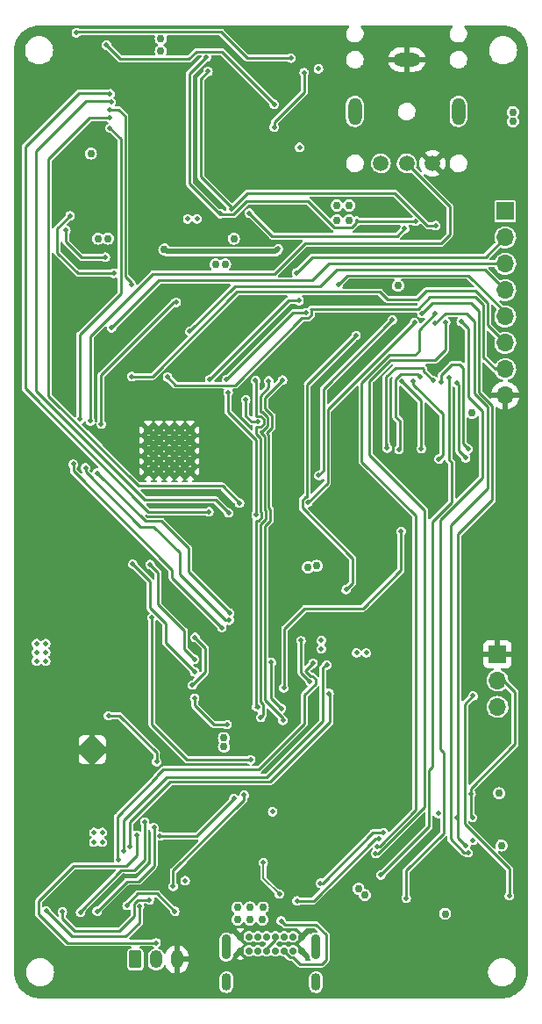
<source format=gbl>
%TF.GenerationSoftware,KiCad,Pcbnew,(6.0.5-0)*%
%TF.CreationDate,2022-09-11T18:06:33+10:00*%
%TF.ProjectId,gay-ipod,6761792d-6970-46f6-942e-6b696361645f,rev?*%
%TF.SameCoordinates,Original*%
%TF.FileFunction,Copper,L4,Bot*%
%TF.FilePolarity,Positive*%
%FSLAX46Y46*%
G04 Gerber Fmt 4.6, Leading zero omitted, Abs format (unit mm)*
G04 Created by KiCad (PCBNEW (6.0.5-0)) date 2022-09-11 18:06:33*
%MOMM*%
%LPD*%
G01*
G04 APERTURE LIST*
G04 Aperture macros list*
%AMRoundRect*
0 Rectangle with rounded corners*
0 $1 Rounding radius*
0 $2 $3 $4 $5 $6 $7 $8 $9 X,Y pos of 4 corners*
0 Add a 4 corners polygon primitive as box body*
4,1,4,$2,$3,$4,$5,$6,$7,$8,$9,$2,$3,0*
0 Add four circle primitives for the rounded corners*
1,1,$1+$1,$2,$3*
1,1,$1+$1,$4,$5*
1,1,$1+$1,$6,$7*
1,1,$1+$1,$8,$9*
0 Add four rect primitives between the rounded corners*
20,1,$1+$1,$2,$3,$4,$5,0*
20,1,$1+$1,$4,$5,$6,$7,0*
20,1,$1+$1,$6,$7,$8,$9,0*
20,1,$1+$1,$8,$9,$2,$3,0*%
G04 Aperture macros list end*
%TA.AperFunction,ComponentPad*%
%ADD10C,0.800000*%
%TD*%
%TA.AperFunction,ComponentPad*%
%ADD11C,0.500000*%
%TD*%
%TA.AperFunction,SMDPad,CuDef*%
%ADD12R,1.600000X1.800000*%
%TD*%
%TA.AperFunction,ComponentPad*%
%ADD13C,1.508000*%
%TD*%
%TA.AperFunction,ComponentPad*%
%ADD14O,1.308000X2.616000*%
%TD*%
%TA.AperFunction,ComponentPad*%
%ADD15O,2.616000X1.308000*%
%TD*%
%TA.AperFunction,ComponentPad*%
%ADD16O,1.200000X1.750000*%
%TD*%
%TA.AperFunction,ComponentPad*%
%ADD17RoundRect,0.250000X-0.350000X-0.625000X0.350000X-0.625000X0.350000X0.625000X-0.350000X0.625000X0*%
%TD*%
%TA.AperFunction,ComponentPad*%
%ADD18O,1.700000X1.700000*%
%TD*%
%TA.AperFunction,ComponentPad*%
%ADD19R,1.700000X1.700000*%
%TD*%
%TA.AperFunction,ComponentPad*%
%ADD20O,0.900000X1.700000*%
%TD*%
%TA.AperFunction,ComponentPad*%
%ADD21O,0.900000X2.400000*%
%TD*%
%TA.AperFunction,ComponentPad*%
%ADD22C,0.700000*%
%TD*%
%TA.AperFunction,ViaPad*%
%ADD23C,0.508000*%
%TD*%
%TA.AperFunction,ViaPad*%
%ADD24C,0.762000*%
%TD*%
%TA.AperFunction,Conductor*%
%ADD25C,0.254000*%
%TD*%
%TA.AperFunction,Conductor*%
%ADD26C,0.508000*%
%TD*%
%TA.AperFunction,Conductor*%
%ADD27C,0.152400*%
%TD*%
G04 APERTURE END LIST*
D10*
%TO.P,U101,39,GND*%
%TO.N,GND*%
X129269996Y-96800006D03*
X131269996Y-100800006D03*
X132269996Y-98800006D03*
X131269996Y-98800006D03*
X129269996Y-98800006D03*
X128269996Y-99800006D03*
X130269996Y-97800006D03*
X132269996Y-100800006D03*
X129269996Y-97800006D03*
X128269996Y-100800006D03*
X130269996Y-100800006D03*
X132269996Y-99800006D03*
X130269996Y-98800006D03*
X131269996Y-97800006D03*
X132269996Y-97800006D03*
X128269996Y-97800006D03*
X129269996Y-99800006D03*
X130269996Y-96800006D03*
X130269996Y-99800006D03*
X131269996Y-99800006D03*
X128269996Y-96800006D03*
X131269996Y-96800006D03*
X128269996Y-98800006D03*
X132269996Y-96800006D03*
X129269996Y-100800006D03*
%TD*%
D11*
%TO.P,U202,11,EP*%
%TO.N,GND*%
X122275000Y-128275000D03*
D12*
X122825000Y-127625000D03*
D11*
X123375000Y-126975000D03*
X123375000Y-128275000D03*
X122275000Y-126975000D03*
%TD*%
D13*
%TO.P,J301,6*%
%TO.N,Net-(J301-Pad6)*%
X150687500Y-71100000D03*
%TO.P,J301,5*%
%TO.N,~{3.5mm_DETECT}*%
X153187500Y-71100000D03*
%TO.P,J301,4*%
%TO.N,GND*%
X155687500Y-71100000D03*
D14*
%TO.P,J301,3*%
%TO.N,Net-(J301-Pad3)*%
X158187500Y-66100000D03*
%TO.P,J301,2*%
%TO.N,Net-(J301-Pad2)*%
X148187500Y-66100000D03*
D15*
%TO.P,J301,1*%
%TO.N,GND*%
X153187500Y-61100000D03*
%TD*%
D16*
%TO.P,J201,3,Pin_3*%
%TO.N,GND*%
X131000000Y-147850000D03*
%TO.P,J201,2,Pin_2*%
%TO.N,NTC*%
X129000000Y-147850000D03*
D17*
%TO.P,J201,1,Pin_1*%
%TO.N,BAT*%
X127000000Y-147850000D03*
%TD*%
D18*
%TO.P,J403,3,Pin_3*%
%TO.N,Net-(J403-Pad3)*%
X161950000Y-123505000D03*
%TO.P,J403,2,Pin_2*%
%TO.N,Net-(J403-Pad2)*%
X161950000Y-120965000D03*
D19*
%TO.P,J403,1,Pin_1*%
%TO.N,GND*%
X161950000Y-118425000D03*
%TD*%
D18*
%TO.P,J101,8,Pin_8*%
%TO.N,GND*%
X162700000Y-93480000D03*
%TO.P,J101,7,Pin_7*%
%TO.N,DISPLAY_QUADHD*%
X162700000Y-90940000D03*
%TO.P,J101,6,Pin_6*%
%TO.N,DISPLAY_QUADWP*%
X162700000Y-88400000D03*
%TO.P,J101,5,Pin_5*%
%TO.N,DISPLAY_CS*%
X162700000Y-85860000D03*
%TO.P,J101,4,Pin_4*%
%TO.N,DISPLAY_MISO*%
X162700000Y-83320000D03*
%TO.P,J101,3,Pin_3*%
%TO.N,DISPLAY_MOSI*%
X162700000Y-80780000D03*
%TO.P,J101,2,Pin_2*%
%TO.N,DISPLAY_SCLK*%
X162700000Y-78240000D03*
D19*
%TO.P,J101,1,Pin_1*%
%TO.N,Net-(C101-Pad1)*%
X162700000Y-75700000D03*
%TD*%
D20*
%TO.P,J401,S1,SHIELD*%
%TO.N,Net-(C412-Pad1)*%
X144425000Y-150035000D03*
X135775000Y-150035000D03*
D21*
X144425000Y-146655000D03*
X135775000Y-146655000D03*
D22*
%TO.P,J401,B12,GND*%
%TO.N,GND*%
X137125000Y-147025000D03*
%TO.P,J401,B9,VBUS*%
%TO.N,/Storage/VBUS_RAW*%
X137975000Y-147025000D03*
%TO.P,J401,B8,SBU2*%
%TO.N,unconnected-(J401-PadB8)*%
X138825000Y-147025000D03*
%TO.P,J401,B7,D-*%
%TO.N,/Storage/USB_DN*%
X139675000Y-147025000D03*
%TO.P,J401,B6,D+*%
%TO.N,/Storage/USB_DP*%
X140525000Y-147025000D03*
%TO.P,J401,B5,CC2*%
%TO.N,Net-(J401-PadB5)*%
X141375000Y-147025000D03*
%TO.P,J401,B4,VBUS*%
%TO.N,/Storage/VBUS_RAW*%
X142225000Y-147025000D03*
%TO.P,J401,B1,GND*%
%TO.N,GND*%
X143075000Y-147025000D03*
%TO.P,J401,A12,GND*%
X143075000Y-145675000D03*
%TO.P,J401,A9,VBUS*%
%TO.N,/Storage/VBUS_RAW*%
X142225000Y-145675000D03*
%TO.P,J401,A8,SBU1*%
%TO.N,unconnected-(J401-PadA8)*%
X141375000Y-145675000D03*
%TO.P,J401,A7,D-*%
%TO.N,/Storage/USB_DN*%
X140525000Y-145675000D03*
%TO.P,J401,A6,D+*%
%TO.N,/Storage/USB_DP*%
X139675000Y-145675000D03*
%TO.P,J401,A5,CC1*%
%TO.N,Net-(J401-PadA5)*%
X138825000Y-145675000D03*
%TO.P,J401,A4,VBUS*%
%TO.N,/Storage/VBUS_RAW*%
X137975000Y-145675000D03*
%TO.P,J401,A1,GND*%
%TO.N,GND*%
X137125000Y-145675000D03*
%TD*%
D23*
%TO.N,GND*%
X123300000Y-84250000D03*
X117300000Y-64100000D03*
X119800000Y-73950000D03*
X124500000Y-75800000D03*
X122850000Y-73950000D03*
X160650000Y-109400000D03*
X162850000Y-115100000D03*
X159550000Y-115500000D03*
X152400000Y-119650000D03*
X152150000Y-114800000D03*
X143000000Y-130050000D03*
X140700000Y-126500000D03*
X151450000Y-141050000D03*
X158450000Y-140950000D03*
X143650000Y-141600000D03*
X141800000Y-137350000D03*
X144650000Y-139500000D03*
X144350000Y-124100000D03*
X145900000Y-126200000D03*
X130500000Y-125300000D03*
X126400000Y-123500000D03*
X123800000Y-113450000D03*
X126950000Y-114700000D03*
X133450000Y-148500000D03*
X133450000Y-147150000D03*
X134850000Y-144000000D03*
X138050000Y-136450000D03*
X142200000Y-134950000D03*
X145400000Y-132800000D03*
X145600000Y-136500000D03*
X145550000Y-138850000D03*
X150750000Y-148150000D03*
X150700000Y-146200000D03*
X152250000Y-147850000D03*
X154600000Y-147850000D03*
X163950000Y-139300000D03*
X162050000Y-126400000D03*
X160150000Y-126450000D03*
X153250000Y-124600000D03*
X156050000Y-90800000D03*
X147050000Y-94900000D03*
X147100000Y-92250000D03*
X148200000Y-84300000D03*
X150200000Y-82700000D03*
X154650000Y-82550000D03*
X164250000Y-72400000D03*
X144600000Y-58750000D03*
X140250000Y-72350000D03*
X145600000Y-71650000D03*
X145750000Y-69550000D03*
X140350000Y-69300000D03*
X135650000Y-68450000D03*
X137350000Y-70300000D03*
X136200000Y-65350000D03*
X138150000Y-61750000D03*
X135500000Y-62000000D03*
X154150000Y-74100000D03*
X153450000Y-68500000D03*
X150350000Y-68700000D03*
X157100000Y-68600000D03*
X157900000Y-73650000D03*
X149750000Y-77400000D03*
X150050000Y-75300000D03*
%TO.N,BAT*%
X128600000Y-114900000D03*
%TO.N,LOCK_SW*%
X132500000Y-121400000D03*
%TO.N,SPARE_ANALOG_1*%
X132720000Y-120130000D03*
%TO.N,SPARE_ANALOG_2*%
X132700000Y-118900000D03*
%TO.N,LOCK_SW*%
X132750000Y-116800000D03*
%TO.N,SPARE_ANALOG_2*%
X128425000Y-109775000D03*
%TO.N,SPARE_ANALOG_1*%
X126750000Y-109750000D03*
%TO.N,KEYS_CENTRE*%
X132720000Y-122670000D03*
X135850000Y-125200000D03*
%TO.N,~{3.5mm_DETECT}*%
X122650000Y-95950000D03*
X122200000Y-100450000D03*
X136050000Y-115150000D03*
%TO.N,SD_VDD_EN*%
X140122339Y-119227661D03*
X141100000Y-123650000D03*
%TO.N,DAC_MUTE*%
X135350000Y-115850000D03*
%TO.N,3V3_AUDIO_EN*%
X136100000Y-114450000D03*
X123300000Y-100950000D03*
%TO.N,DAC_MUTE*%
X121000000Y-100100000D03*
%TO.N,3V3_AUDIO_EN*%
X123700000Y-96250000D03*
X130950000Y-84500000D03*
%TO.N,DAC_MUTE*%
X121650000Y-95750000D03*
%TO.N,ESP_SDA*%
X139100000Y-124500000D03*
%TO.N,ESP_SCL*%
X138800000Y-123500000D03*
%TO.N,Net-(R102-Pad2)*%
X141250000Y-124800000D03*
X141200000Y-92000000D03*
%TO.N,ESP_SDA*%
X139869996Y-92069996D03*
%TO.N,ESP_SCL*%
X138600000Y-92050000D03*
%TO.N,Net-(R102-Pad2)*%
X138000000Y-75900000D03*
X153000000Y-77400000D03*
%TO.N,ESP_SDA*%
X156000000Y-77100000D03*
%TO.N,ESP_SCL*%
X154023182Y-76676818D03*
%TO.N,3V3_AUDIO_EN*%
X140800000Y-79350000D03*
%TO.N,DAC_MUTE*%
X124550000Y-67700000D03*
%TO.N,ESP_SCL*%
X135200000Y-75950000D03*
%TO.N,ESP_SDA*%
X136250000Y-75500000D03*
D24*
%TO.N,1V8_AUDIO*%
X122700000Y-70150000D03*
D23*
X132950000Y-76450000D03*
X132050000Y-76450000D03*
%TO.N,Net-(R303-Pad2)*%
X124200000Y-59700000D03*
%TO.N,Net-(R309-Pad2)*%
X121300000Y-58500000D03*
%TO.N,DAC_LRCK*%
X124550000Y-66700000D03*
%TO.N,DAC_DIN*%
X124550000Y-65950000D03*
%TO.N,DAC_BCK*%
X124650000Y-65200000D03*
%TO.N,DAC_SCK*%
X124550000Y-64400000D03*
%TO.N,GND*%
X130350000Y-69100000D03*
X128400000Y-69100000D03*
X128200000Y-61750000D03*
X130600000Y-61700000D03*
X138250000Y-58850000D03*
X133900000Y-59200000D03*
%TO.N,ESP_SDA*%
X134000000Y-62250000D03*
%TO.N,ESP_SCL*%
X133850000Y-60850000D03*
D24*
%TO.N,3V3_ANALOG*%
X129450000Y-59100000D03*
X129450000Y-60300000D03*
X146450000Y-75150000D03*
X146450000Y-76600000D03*
X147650000Y-76600000D03*
X147650000Y-75150000D03*
D23*
%TO.N,Net-(R303-Pad2)*%
X140400000Y-65400000D03*
%TO.N,Net-(R309-Pad2)*%
X142000000Y-60950000D03*
%TO.N,3V3_ANALOG*%
X142850000Y-69550000D03*
X144675000Y-61975000D03*
%TO.N,Net-(R302-Pad1)*%
X143300000Y-62350000D03*
X140400000Y-67600000D03*
D24*
%TO.N,GND*%
X158800000Y-101100000D03*
X155650000Y-100850000D03*
X153050000Y-100750000D03*
X116450000Y-114550000D03*
X116400000Y-108100000D03*
X121300000Y-107900000D03*
D23*
X158050000Y-134150000D03*
%TO.N,CHG_STAT2*%
X145475000Y-119475000D03*
%TO.N,SD_CLK*%
X152700000Y-92100000D03*
%TO.N,DISPLAY_EN*%
X152650000Y-106600000D03*
%TO.N,SD_MUX_SW*%
X147350000Y-112200000D03*
X142982911Y-117117089D03*
%TO.N,DISPLAY_EN*%
X141332500Y-121667500D03*
%TO.N,DISPLAY_SCLK*%
X142550000Y-81650000D03*
X142800000Y-84350000D03*
%TO.N,DISPLAY_CS*%
X143450000Y-85500000D03*
X146575000Y-82825000D03*
%TO.N,DISPLAY_MOSI*%
X124700000Y-86950000D03*
%TO.N,DISPLAY_QUADWP*%
X126650000Y-91650000D03*
%TO.N,DISPLAY_QUADHD*%
X130100000Y-91700000D03*
%TO.N,DISPLAY_MISO*%
X132250000Y-87300000D03*
%TO.N,DISPLAY_SCLK*%
X134175000Y-91925000D03*
%TO.N,DISPLAY_CS*%
X135800000Y-91950000D03*
%TO.N,DAC_DIN*%
X126600000Y-82750000D03*
%TO.N,DAC_SCK*%
X134100000Y-104700000D03*
%TO.N,DAC_BCK*%
X136000000Y-104800000D03*
%TO.N,DAC_LRCK*%
X137050000Y-103850000D03*
%TO.N,~{CHG_PWR_OK}*%
X145700000Y-122200000D03*
%TO.N,CHG_STAT1*%
X144150000Y-119300000D03*
%TO.N,BAT*%
X138136900Y-128600000D03*
X137500000Y-132000000D03*
%TO.N,SD_MUX_SW*%
X143850000Y-121050000D03*
X148300000Y-87700000D03*
%TO.N,ESP_SD_DAT2*%
X143650000Y-103800000D03*
%TO.N,ESP_SD_DAT3*%
X144700000Y-101200000D03*
%TO.N,SD_VDD_EN*%
X159600000Y-122450000D03*
%TO.N,SD_DAT0*%
X152450000Y-98700000D03*
%TO.N,SD_DAT1*%
X151300000Y-98550000D03*
%TO.N,SD_CLK*%
X154600000Y-98600000D03*
%TO.N,SD_CMD*%
X156300000Y-99600000D03*
%TO.N,SD_DAT3*%
X158886900Y-99500000D03*
%TO.N,SD_DAT2*%
X159125000Y-98625000D03*
%TO.N,USB_SD_CLK*%
X157250000Y-91800000D03*
%TO.N,SD_DAT3*%
X158000000Y-92250000D03*
%TO.N,SD_DAT2*%
X156550000Y-92200000D03*
%TO.N,SD_DAT1*%
X155750000Y-92050000D03*
%TO.N,SD_DAT0*%
X154500000Y-91650000D03*
%TO.N,SD_CMD*%
X153850000Y-92100000D03*
%TO.N,USB_SD_DAT3*%
X155925000Y-86525000D03*
%TO.N,USB_SD_CMD*%
X158450000Y-86350000D03*
%TO.N,USB_SD_DAT0*%
X156950000Y-86400000D03*
%TO.N,USB_SD_DAT1*%
X155950000Y-85600000D03*
%TO.N,USB_SD_DAT2*%
X154650000Y-85550000D03*
%TO.N,ESP_SD_DAT2*%
X153950000Y-86450000D03*
%TO.N,ESP_SD_DAT3*%
X151800000Y-86200000D03*
%TO.N,SD_WP*%
X156250000Y-133782900D03*
%TO.N,SD_VDD_EN*%
X163100000Y-141700000D03*
%TO.N,SD_CD*%
X159600000Y-136350000D03*
%TO.N,USB_SD_DAT2*%
X158900000Y-136850000D03*
%TO.N,USB_SD_DAT3*%
X159100000Y-137550000D03*
%TO.N,USB_SD_DAT0*%
X150200000Y-137650000D03*
%TO.N,USB_SD_DAT1*%
X150350000Y-136950000D03*
%TO.N,USB_SD_CLK*%
X150700000Y-139700000D03*
%TO.N,USB_SD_CMD*%
X153150000Y-141950000D03*
%TO.N,GND*%
X153300000Y-129200000D03*
D24*
%TO.N,+3V3*%
X144500000Y-109900000D03*
X143650000Y-110050000D03*
X136500000Y-78350000D03*
%TO.N,3V3_AUDIO_EN*%
X129800000Y-79400000D03*
%TO.N,+1V8*%
X135650000Y-80850000D03*
X134750000Y-80850000D03*
%TO.N,+3V3*%
X135550000Y-126500000D03*
X135550000Y-127350000D03*
%TO.N,USB_VDD33*%
X162120000Y-131830000D03*
X162350000Y-136850000D03*
X156900000Y-143450000D03*
X149150000Y-141650000D03*
X148525000Y-141025000D03*
D23*
%TO.N,+3V3*%
X149300000Y-118300000D03*
X148350000Y-118300000D03*
%TO.N,USB_VDD33*%
X144950000Y-117900000D03*
X144950000Y-117100000D03*
%TO.N,JTAG_TCK*%
X138850000Y-96000000D03*
%TO.N,JTAG_TMS*%
X138650000Y-105000000D03*
X135950000Y-93200000D03*
%TO.N,JTAG_TCK*%
X137650000Y-93900000D03*
%TO.N,UART_RXD*%
X120700000Y-76150000D03*
%TO.N,UART_TXD*%
X120300000Y-77563100D03*
%TO.N,UART_RXD*%
X124900000Y-81700000D03*
%TO.N,UART_TXD*%
X124100000Y-80150000D03*
D24*
%TO.N,+3V3*%
X159500000Y-95150000D03*
X152350000Y-82900000D03*
X163450000Y-66150000D03*
X163450000Y-67050000D03*
X123400000Y-78350000D03*
X124350000Y-78350000D03*
D23*
%TO.N,*%
X140250000Y-133600000D03*
D24*
%TO.N,GND*%
X116850000Y-128650000D03*
D23*
X125850000Y-139800000D03*
D24*
X133000000Y-131400000D03*
D23*
X142050000Y-143950000D03*
X126750000Y-141100000D03*
X125950000Y-141500000D03*
D24*
X117750000Y-136700000D03*
X119300000Y-139000000D03*
X124950000Y-120350000D03*
X124900000Y-133500000D03*
D23*
X143500000Y-143900000D03*
D24*
X127700000Y-124300000D03*
X118300000Y-128650000D03*
D23*
X122950000Y-144200000D03*
D24*
X124850000Y-117750000D03*
X117650000Y-139100000D03*
D23*
%TO.N,+3V3*%
X118350000Y-119100000D03*
X118350000Y-118250000D03*
X117450000Y-117400000D03*
X117450000Y-118250000D03*
X118350000Y-117400000D03*
X117450000Y-119100000D03*
%TO.N,BAT*%
X130650000Y-140800000D03*
%TO.N,SYS_POWER*%
X129050000Y-128800000D03*
X124400000Y-124350000D03*
%TO.N,+1V8*%
X123800000Y-135600000D03*
X123000000Y-135600000D03*
X123800000Y-136550000D03*
X123000000Y-136550000D03*
D24*
%TO.N,/Storage/VBUS_RAW*%
X136850000Y-144000000D03*
X138050000Y-144000000D03*
X139250000Y-144000000D03*
X138050000Y-142850000D03*
X139300000Y-142850000D03*
X136850000Y-142850000D03*
D23*
%TO.N,NTC*%
X129000000Y-146250000D03*
X127150000Y-135900000D03*
%TO.N,Net-(J401-PadB5)*%
X141082110Y-144132110D03*
%TO.N,Net-(Q401-Pad2)*%
X139350000Y-138500000D03*
X140900000Y-141550000D03*
%TO.N,Net-(R201-Pad2)*%
X136500000Y-132350000D03*
X129350000Y-135950000D03*
%TO.N,Net-(R203-Pad2)*%
X128800000Y-135150000D03*
X123300000Y-143200000D03*
%TO.N,Net-(R204-Pad2)*%
X127900000Y-134600000D03*
X121700000Y-143300000D03*
%TO.N,PROG1*%
X119950000Y-143250000D03*
X128350000Y-142100000D03*
%TO.N,PROG3*%
X127400000Y-142700000D03*
X118400000Y-143150000D03*
%TO.N,~{CHG_PWR_OK}*%
X126500000Y-136950000D03*
%TO.N,Net-(R208-Pad2)*%
X130800000Y-143200000D03*
X126200000Y-142650000D03*
X131800000Y-140250000D03*
%TO.N,CHG_STAT1*%
X125400000Y-138250000D03*
%TO.N,CHG_STAT2*%
X125900000Y-137400000D03*
%TO.N,Net-(J403-Pad2)*%
X159550000Y-134150000D03*
X159400000Y-131900000D03*
%TO.N,/Storage/USB_DP*%
X150950000Y-135650000D03*
X144850000Y-140500000D03*
%TO.N,/Storage/USB_DN*%
X150500000Y-136250000D03*
X142600000Y-142200000D03*
%TD*%
D25*
%TO.N,CHG_STAT1*%
X125400000Y-138250000D02*
X125250000Y-138100000D01*
X125250000Y-138100000D02*
X125250000Y-134083256D01*
X125250000Y-134083256D02*
X129100000Y-130233256D01*
X129100000Y-130233256D02*
X129100000Y-130150000D01*
X129100000Y-130150000D02*
X129700000Y-129550000D01*
X129700000Y-129550000D02*
X138900000Y-129550000D01*
X138900000Y-129550000D02*
X143300000Y-125150000D01*
X143300000Y-125150000D02*
X143300000Y-122353651D01*
X143300000Y-122353651D02*
X144382911Y-121270740D01*
X144382911Y-121270740D02*
X144382911Y-120829260D01*
X144382911Y-120829260D02*
X144070740Y-120517089D01*
X144070740Y-120517089D02*
X143891147Y-120517089D01*
X143891147Y-120517089D02*
X143412029Y-120037971D01*
X143412029Y-120037971D02*
X144150000Y-119300000D01*
%TO.N,DISPLAY_MOSI*%
X162700000Y-80780000D02*
X162670000Y-80750000D01*
X162670000Y-80750000D02*
X145700000Y-80750000D01*
X145700000Y-80750000D02*
X144050000Y-82400000D01*
X144050000Y-82400000D02*
X129250000Y-82400000D01*
X129250000Y-82400000D02*
X124700000Y-86950000D01*
%TO.N,DISPLAY_MISO*%
X132250000Y-87300000D02*
X136600000Y-82950000D01*
X136600000Y-82950000D02*
X144850000Y-82950000D01*
X144850000Y-82950000D02*
X146450000Y-81350000D01*
X146450000Y-81350000D02*
X160730000Y-81350000D01*
X160730000Y-81350000D02*
X162700000Y-83320000D01*
%TO.N,DISPLAY_CS*%
X162700000Y-85860000D02*
X162700000Y-85450000D01*
X147500000Y-81900000D02*
X146575000Y-82825000D01*
X162700000Y-85450000D02*
X159150000Y-81900000D01*
X159150000Y-81900000D02*
X147500000Y-81900000D01*
%TO.N,~{3.5mm_DETECT}*%
X122650000Y-95950000D02*
X122650000Y-87800000D01*
X122650000Y-87800000D02*
X128700000Y-81750000D01*
X128700000Y-81750000D02*
X140450000Y-81750000D01*
X143400000Y-78800000D02*
X156500000Y-78800000D01*
X140450000Y-81750000D02*
X143400000Y-78800000D01*
X156500000Y-78800000D02*
X157350000Y-77950000D01*
X157350000Y-77950000D02*
X157350000Y-75262500D01*
X157350000Y-75262500D02*
X153187500Y-71100000D01*
%TO.N,DAC_MUTE*%
X124550000Y-67700000D02*
X125594080Y-68744080D01*
X125594080Y-68744080D02*
X125594080Y-83630920D01*
X125594080Y-83630920D02*
X121650000Y-87575000D01*
X121650000Y-87575000D02*
X121650000Y-95750000D01*
%TO.N,DAC_DIN*%
X126600000Y-82750000D02*
X126600000Y-82600000D01*
X126600000Y-82600000D02*
X126000000Y-82000000D01*
X126000000Y-82000000D02*
X126000000Y-66550000D01*
X126000000Y-66550000D02*
X125400000Y-65950000D01*
X125400000Y-65950000D02*
X124550000Y-65950000D01*
%TO.N,3V3_AUDIO_EN*%
X130950000Y-84500000D02*
X130700000Y-84500000D01*
X130700000Y-84500000D02*
X123700000Y-91500000D01*
X123700000Y-91500000D02*
X123700000Y-96250000D01*
%TO.N,DAC_MUTE*%
X121000000Y-100100000D02*
X121000000Y-100750000D01*
X130550000Y-111050000D02*
X135350000Y-115850000D01*
X121000000Y-100750000D02*
X130550000Y-110300000D01*
X130550000Y-110300000D02*
X130550000Y-111050000D01*
%TO.N,~{3.5mm_DETECT}*%
X122200000Y-100450000D02*
X122200000Y-100850000D01*
X122200000Y-100850000D02*
X127500000Y-106150000D01*
X127500000Y-106150000D02*
X128750000Y-106150000D01*
X128750000Y-106150000D02*
X131246349Y-108646349D01*
X131246349Y-108646349D02*
X131246349Y-110746349D01*
X131246349Y-110746349D02*
X135650000Y-115150000D01*
X135650000Y-115150000D02*
X136050000Y-115150000D01*
%TO.N,3V3_AUDIO_EN*%
X123300000Y-100950000D02*
X127950000Y-105600000D01*
X127950000Y-105600000D02*
X129550000Y-105600000D01*
X129550000Y-105600000D02*
X132100000Y-108150000D01*
X132100000Y-110450000D02*
X136100000Y-114450000D01*
X132100000Y-108150000D02*
X132100000Y-110450000D01*
%TO.N,DAC_LRCK*%
X137050000Y-103850000D02*
X135400000Y-102200000D01*
X118600000Y-70700000D02*
X122600000Y-66700000D01*
X135400000Y-102200000D02*
X127300000Y-102200000D01*
X127300000Y-102200000D02*
X118600000Y-93500000D01*
X118600000Y-93500000D02*
X118600000Y-70700000D01*
X122600000Y-66700000D02*
X124550000Y-66700000D01*
%TO.N,SPARE_ANALOG_1*%
X126750000Y-109750000D02*
X128400000Y-111400000D01*
X128400000Y-111400000D02*
X128400000Y-113946349D01*
X128400000Y-113946349D02*
X129950000Y-115496349D01*
X129950000Y-115496349D02*
X129950000Y-117360000D01*
X129950000Y-117360000D02*
X132720000Y-120130000D01*
%TO.N,BAT*%
X128600000Y-114900000D02*
X128600000Y-125200000D01*
%TO.N,SPARE_ANALOG_2*%
X129182911Y-113632911D02*
X131700000Y-116150000D01*
X129182911Y-110532911D02*
X129182911Y-113632911D01*
X131700000Y-116150000D02*
X131700000Y-117900000D01*
X128425000Y-109775000D02*
X129182911Y-110532911D01*
X131700000Y-117900000D02*
X132700000Y-118900000D01*
%TO.N,LOCK_SW*%
X132750000Y-116800000D02*
X133750000Y-117800000D01*
X133750000Y-117800000D02*
X133750000Y-120150000D01*
X133750000Y-120150000D02*
X132500000Y-121400000D01*
%TO.N,BAT*%
X128600000Y-125200000D02*
X132000000Y-128600000D01*
X132000000Y-128600000D02*
X138136900Y-128600000D01*
%TO.N,KEYS_CENTRE*%
X135850000Y-125200000D02*
X134550000Y-125200000D01*
X134550000Y-125200000D02*
X132720000Y-123370000D01*
X132720000Y-123370000D02*
X132720000Y-122670000D01*
%TO.N,3V3_AUDIO_EN*%
X136100000Y-114450000D02*
X136050000Y-114500000D01*
%TO.N,SD_VDD_EN*%
X140122339Y-119227661D02*
X140122339Y-122672339D01*
X140122339Y-122672339D02*
X141100000Y-123650000D01*
%TO.N,Net-(R102-Pad2)*%
X141200000Y-92000000D02*
X139500000Y-93700000D01*
X139500000Y-93700000D02*
X139500000Y-94748233D01*
X139500000Y-94748233D02*
X140194751Y-95442986D01*
X140194751Y-95442986D02*
X140194751Y-96557016D01*
X140194751Y-96557016D02*
X139686969Y-97064797D01*
X139686969Y-97064797D02*
X139867760Y-97245590D01*
X139867760Y-97245590D02*
X139867759Y-97918139D01*
X139867759Y-97918139D02*
X139867760Y-104315994D01*
X139867760Y-104315994D02*
X139994751Y-104442986D01*
X139994751Y-104442986D02*
X139994750Y-104779263D01*
X139994750Y-104779263D02*
X139994751Y-105557015D01*
X139994751Y-105557015D02*
X139500000Y-106051765D01*
X139500000Y-106051765D02*
X139500000Y-122872291D01*
X139500000Y-122872291D02*
X141250000Y-124622291D01*
X141250000Y-124622291D02*
X141250000Y-124800000D01*
%TO.N,ESP_SDA*%
X139850000Y-92089992D02*
X139850000Y-92725942D01*
X139055920Y-96938831D02*
X139055920Y-97007805D01*
X139055920Y-95061169D02*
X139238878Y-95061169D01*
X139588831Y-105388878D02*
X139351048Y-105626660D01*
X139869996Y-92069996D02*
X139850000Y-92089992D01*
X139238878Y-95061169D02*
X139788831Y-95611123D01*
X139788831Y-95611123D02*
X139788831Y-96388878D01*
X139788831Y-96388878D02*
X139238877Y-96938831D01*
X139461839Y-97750001D02*
X139461840Y-104484131D01*
X139055920Y-97007805D02*
X139461840Y-97413726D01*
X139055920Y-93520022D02*
X139055920Y-95061169D01*
X139850000Y-92725942D02*
X139055920Y-93520022D01*
X139238877Y-96938831D02*
X139055920Y-96938831D01*
X139461840Y-97413726D02*
X139461839Y-97750001D01*
X139461840Y-104484131D02*
X139588831Y-104611123D01*
X139588831Y-104611123D02*
X139588831Y-105388878D01*
X139332911Y-124267089D02*
X139100000Y-124500000D01*
X139351048Y-105626660D02*
X139055920Y-105921789D01*
X139055920Y-105921789D02*
X139055920Y-123002269D01*
X139055920Y-123002269D02*
X139332911Y-123279260D01*
X139332911Y-123279260D02*
X139332911Y-124267089D01*
%TO.N,ESP_SCL*%
X138600000Y-92050000D02*
X138650000Y-92100000D01*
X138650000Y-92100000D02*
X138650000Y-95467089D01*
X138650000Y-95467089D02*
X139070740Y-95467089D01*
X139070740Y-95467089D02*
X139382911Y-95779260D01*
X139382911Y-95779260D02*
X139382911Y-96220740D01*
X139382911Y-96220740D02*
X139070740Y-96532911D01*
X139070740Y-96532911D02*
X138650000Y-96532911D01*
X138650000Y-96532911D02*
X138650000Y-97175942D01*
X138650000Y-97175942D02*
X139055920Y-97581863D01*
X139055920Y-97581863D02*
X139055920Y-104652269D01*
X139055920Y-104652269D02*
X139182911Y-104779260D01*
X139182911Y-104779260D02*
X139182911Y-105220740D01*
X139182911Y-105220740D02*
X138870740Y-105532911D01*
X138870740Y-105532911D02*
X138650000Y-105532911D01*
X138650000Y-105532911D02*
X138650000Y-123350000D01*
X138650000Y-123350000D02*
X138800000Y-123500000D01*
%TO.N,DAC_SCK*%
X134100000Y-104700000D02*
X128250000Y-104700000D01*
X128250000Y-104700000D02*
X116350000Y-92800000D01*
X116350000Y-69500000D02*
X121550000Y-64300000D01*
X116350000Y-92800000D02*
X116350000Y-69500000D01*
X121550000Y-64300000D02*
X124450000Y-64300000D01*
X124450000Y-64300000D02*
X124550000Y-64400000D01*
%TO.N,DAC_BCK*%
X136000000Y-104800000D02*
X134750000Y-103550000D01*
X134750000Y-103550000D02*
X127900000Y-103550000D01*
X127900000Y-103550000D02*
X117400000Y-93050000D01*
X122250000Y-65100000D02*
X124550000Y-65100000D01*
X117400000Y-93050000D02*
X117400000Y-69950000D01*
X124550000Y-65100000D02*
X124650000Y-65200000D01*
X117400000Y-69950000D02*
X122250000Y-65100000D01*
%TO.N,JTAG_TMS*%
X135950000Y-93200000D02*
X135950000Y-95050000D01*
X135950000Y-95050000D02*
X138650000Y-97750000D01*
X138650000Y-97750000D02*
X138650000Y-105000000D01*
%TO.N,ESP_SCL*%
X138800000Y-123500000D02*
X138550000Y-123500000D01*
%TO.N,DISPLAY_QUADHD*%
X160600000Y-89800000D02*
X160600000Y-84750000D01*
X160600000Y-84750000D02*
X159850000Y-84000000D01*
X159850000Y-84000000D02*
X155446349Y-84000000D01*
X155446349Y-84000000D02*
X154296349Y-85150000D01*
X154296349Y-85150000D02*
X143950000Y-85150000D01*
X143950000Y-85150000D02*
X143901825Y-85198175D01*
X162700000Y-90940000D02*
X161740000Y-90940000D01*
X161740000Y-90940000D02*
X160600000Y-89800000D01*
X143901825Y-85198175D02*
X143982911Y-85279260D01*
X143982911Y-85279260D02*
X143982911Y-85720740D01*
X143982911Y-85720740D02*
X143670740Y-86032911D01*
X143670740Y-86032911D02*
X143067089Y-86032911D01*
X143067089Y-86032911D02*
X136617089Y-92482911D01*
X136617089Y-92482911D02*
X130882911Y-92482911D01*
X130882911Y-92482911D02*
X130100000Y-91700000D01*
%TO.N,Net-(R102-Pad2)*%
X153000000Y-77400000D02*
X152300000Y-78100000D01*
X152300000Y-78100000D02*
X140200000Y-78100000D01*
X140200000Y-78100000D02*
X138000000Y-75900000D01*
%TO.N,ESP_SCL*%
X154023182Y-76676818D02*
X154000000Y-76700000D01*
X154000000Y-76700000D02*
X148483256Y-76700000D01*
X148483256Y-76700000D02*
X148309911Y-76526655D01*
X148309911Y-76526655D02*
X148309911Y-76873345D01*
X148309911Y-76873345D02*
X147923345Y-77259911D01*
X147923345Y-77259911D02*
X146176655Y-77259911D01*
X146176655Y-77259911D02*
X143666744Y-74750000D01*
X143666744Y-74750000D02*
X137753651Y-74750000D01*
X137753651Y-74750000D02*
X136470740Y-76032911D01*
X136470740Y-76032911D02*
X135282911Y-76032911D01*
X135282911Y-76032911D02*
X135200000Y-75950000D01*
%TO.N,ESP_SDA*%
X156000000Y-77100000D02*
X155200000Y-77100000D01*
X152050000Y-73950000D02*
X137800000Y-73950000D01*
X155200000Y-77100000D02*
X152050000Y-73950000D01*
X137800000Y-73950000D02*
X136250000Y-75500000D01*
%TO.N,SD_MUX_SW*%
X147350000Y-112200000D02*
X148000000Y-111550000D01*
X148000000Y-111550000D02*
X148000000Y-109200000D01*
X148000000Y-109200000D02*
X143117089Y-104317089D01*
X143117089Y-104317089D02*
X143117089Y-103579260D01*
X143117089Y-103579260D02*
X143429260Y-103267089D01*
X143429260Y-103267089D02*
X143600000Y-103267089D01*
X143600000Y-103267089D02*
X143600000Y-92400000D01*
X143600000Y-92400000D02*
X148300000Y-87700000D01*
D26*
%TO.N,3V3_AUDIO_EN*%
X140800000Y-79350000D02*
X140550000Y-79600000D01*
X140550000Y-79600000D02*
X130000000Y-79600000D01*
X130000000Y-79600000D02*
X129800000Y-79400000D01*
D25*
%TO.N,ESP_SDA*%
X136250000Y-75500000D02*
X136250000Y-75350000D01*
X136250000Y-75350000D02*
X133300000Y-72400000D01*
X133300000Y-72400000D02*
X133300000Y-62950000D01*
X133300000Y-62950000D02*
X134000000Y-62250000D01*
%TO.N,ESP_SCL*%
X135200000Y-75950000D02*
X135100000Y-75950000D01*
X135100000Y-75950000D02*
X132200000Y-73050000D01*
X132200000Y-73050000D02*
X132200000Y-62500000D01*
X132200000Y-62500000D02*
X133850000Y-60850000D01*
%TO.N,DISPLAY_SCLK*%
X142550000Y-81650000D02*
X144067760Y-80132240D01*
X144067760Y-80132240D02*
X160807760Y-80132240D01*
X160807760Y-80132240D02*
X162700000Y-78240000D01*
X142800000Y-84350000D02*
X141750000Y-84350000D01*
X141750000Y-84350000D02*
X134175000Y-91925000D01*
%TO.N,Net-(R303-Pad2)*%
X140400000Y-65400000D02*
X135317089Y-60317089D01*
X135317089Y-60317089D02*
X132882911Y-60317089D01*
X125550000Y-61050000D02*
X124200000Y-59700000D01*
X132882911Y-60317089D02*
X132150000Y-61050000D01*
X132150000Y-61050000D02*
X125550000Y-61050000D01*
%TO.N,Net-(R309-Pad2)*%
X142000000Y-60950000D02*
X137800000Y-60950000D01*
X137800000Y-60950000D02*
X135290089Y-58440089D01*
X135290089Y-58440089D02*
X121359911Y-58440089D01*
X121359911Y-58440089D02*
X121300000Y-58500000D01*
%TO.N,Net-(R303-Pad2)*%
X124200000Y-59700000D02*
X124100000Y-59600000D01*
%TO.N,Net-(R302-Pad1)*%
X140400000Y-67600000D02*
X140400000Y-67150000D01*
X140400000Y-67150000D02*
X143300000Y-64250000D01*
X143300000Y-64250000D02*
X143300000Y-62350000D01*
%TO.N,NTC*%
X127150000Y-137800000D02*
X126100000Y-138850000D01*
X126100000Y-138850000D02*
X121050000Y-138850000D01*
X127150000Y-135900000D02*
X127150000Y-137800000D01*
X117650000Y-142250000D02*
X117650000Y-143450000D01*
X121050000Y-138850000D02*
X117650000Y-142250000D01*
X117650000Y-143450000D02*
X120450000Y-146250000D01*
X120450000Y-146250000D02*
X129000000Y-146250000D01*
%TO.N,Net-(R208-Pad2)*%
X126200000Y-142650000D02*
X126200000Y-142536146D01*
X126200000Y-142536146D02*
X127236146Y-141500000D01*
X127236146Y-141500000D02*
X129100000Y-141500000D01*
X129100000Y-141500000D02*
X130800000Y-143200000D01*
%TO.N,PROG3*%
X118400000Y-143150000D02*
X120900000Y-145650000D01*
X120900000Y-145650000D02*
X126050000Y-145650000D01*
X126050000Y-145650000D02*
X127400000Y-144300000D01*
X127400000Y-144300000D02*
X127400000Y-142700000D01*
%TO.N,PROG1*%
X127246349Y-142100000D02*
X126867089Y-142479260D01*
X126867089Y-142479260D02*
X126867089Y-143682911D01*
X126867089Y-143682911D02*
X125450000Y-145100000D01*
X128350000Y-142100000D02*
X127246349Y-142100000D01*
X125450000Y-145100000D02*
X121150000Y-145100000D01*
X119950000Y-143900000D02*
X119950000Y-143250000D01*
X121150000Y-145100000D02*
X119950000Y-143900000D01*
%TO.N,SD_CMD*%
X153850000Y-92450000D02*
X156650000Y-95250000D01*
X153850000Y-92100000D02*
X153850000Y-92450000D01*
X156650000Y-99250000D02*
X156300000Y-99600000D01*
X156650000Y-95250000D02*
X156650000Y-99250000D01*
%TO.N,SD_CLK*%
X152700000Y-92100000D02*
X154600000Y-94000000D01*
X154600000Y-94000000D02*
X154600000Y-98600000D01*
%TO.N,DISPLAY_EN*%
X141332500Y-121667500D02*
X141400000Y-121600000D01*
X143350000Y-114000000D02*
X148950000Y-114000000D01*
X148950000Y-114000000D02*
X152650000Y-110300000D01*
X141400000Y-121600000D02*
X141400000Y-115950000D01*
X152650000Y-110300000D02*
X152650000Y-106600000D01*
X141400000Y-115950000D02*
X143350000Y-114000000D01*
%TO.N,SD_MUX_SW*%
X142982911Y-117117089D02*
X142982911Y-120182911D01*
%TO.N,JTAG_TCK*%
X137650000Y-95450000D02*
X137650000Y-93900000D01*
X138850000Y-96000000D02*
X138200000Y-96000000D01*
X138200000Y-96000000D02*
X137650000Y-95450000D01*
%TO.N,DISPLAY_CS*%
X146575000Y-82825000D02*
X146550000Y-82850000D01*
X142250000Y-85500000D02*
X143450000Y-85500000D01*
X135800000Y-91950000D02*
X142250000Y-85500000D01*
%TO.N,DISPLAY_QUADWP*%
X162700000Y-88400000D02*
X161005920Y-86705920D01*
X161005920Y-84581862D02*
X159824058Y-83400000D01*
X155050000Y-83400000D02*
X154200000Y-84250000D01*
X159824058Y-83400000D02*
X155050000Y-83400000D01*
X161005920Y-86705920D02*
X161005920Y-84581862D01*
X151350000Y-84250000D02*
X150600000Y-83500000D01*
X136803651Y-83500000D02*
X128653651Y-91650000D01*
X154200000Y-84250000D02*
X151350000Y-84250000D01*
X150600000Y-83500000D02*
X136803651Y-83500000D01*
X128653651Y-91650000D02*
X126650000Y-91650000D01*
%TO.N,USB_SD_DAT2*%
X154650000Y-85550000D02*
X155650000Y-84550000D01*
X155650000Y-84550000D02*
X159400000Y-84550000D01*
X159400000Y-84550000D02*
X160150000Y-85300000D01*
X160150000Y-85300000D02*
X160150000Y-93168628D01*
X160150000Y-93168628D02*
X161450000Y-94468628D01*
X161450000Y-94468628D02*
X161450000Y-103550000D01*
X158150000Y-136100000D02*
X158900000Y-136850000D01*
X161450000Y-103550000D02*
X158150000Y-106850000D01*
X158150000Y-106850000D02*
X158150000Y-136100000D01*
%TO.N,USB_SD_DAT3*%
X155925000Y-86525000D02*
X156900000Y-85550000D01*
X156900000Y-85550000D02*
X158950000Y-85550000D01*
X158950000Y-85550000D02*
X159700000Y-86300000D01*
X159700000Y-86300000D02*
X159700000Y-93292686D01*
X159700000Y-93292686D02*
X161000000Y-94592686D01*
X161000000Y-94592686D02*
X161000000Y-102400000D01*
X161000000Y-102400000D02*
X157450000Y-105950000D01*
X157450000Y-105950000D02*
X157450000Y-136250000D01*
X157450000Y-136250000D02*
X158750000Y-137550000D01*
X158750000Y-137550000D02*
X159100000Y-137550000D01*
%TO.N,USB_SD_CMD*%
X153150000Y-141950000D02*
X153150000Y-139300000D01*
X153150000Y-139300000D02*
X156782911Y-135667089D01*
X156782911Y-135667089D02*
X156782911Y-127882911D01*
X156782911Y-127882911D02*
X156450000Y-127550000D01*
X156450000Y-127550000D02*
X156450000Y-105450000D01*
X156450000Y-105450000D02*
X160500000Y-101400000D01*
X160500000Y-101400000D02*
X160500000Y-95000000D01*
X160500000Y-95000000D02*
X159100000Y-93600000D01*
X159100000Y-93600000D02*
X159100000Y-87000000D01*
X159100000Y-87000000D02*
X158450000Y-86350000D01*
%TO.N,UART_RXD*%
X120700000Y-76150000D02*
X119450000Y-77400000D01*
X119450000Y-79700000D02*
X121450000Y-81700000D01*
X119450000Y-77400000D02*
X119450000Y-79700000D01*
X121450000Y-81700000D02*
X124900000Y-81700000D01*
%TO.N,UART_TXD*%
X120300000Y-78650000D02*
X121800000Y-80150000D01*
X120300000Y-77563100D02*
X120300000Y-78650000D01*
X121800000Y-80150000D02*
X124100000Y-80150000D01*
%TO.N,~{CHG_PWR_OK}*%
X126500000Y-136950000D02*
X126500000Y-134600000D01*
X126500000Y-134600000D02*
X130359911Y-130740089D01*
X130359911Y-130740089D02*
X140009911Y-130740089D01*
X140009911Y-130740089D02*
X145800000Y-124950000D01*
X145800000Y-124950000D02*
X145800000Y-122200000D01*
%TO.N,CHG_STAT2*%
X125900000Y-137400000D02*
X125900000Y-134400000D01*
X125900000Y-134400000D02*
X130000000Y-130300000D01*
X130000000Y-130300000D02*
X139650000Y-130300000D01*
X139650000Y-130300000D02*
X145100000Y-124850000D01*
X145100000Y-124850000D02*
X145100000Y-119750000D01*
X145100000Y-119750000D02*
X145450000Y-119400000D01*
%TO.N,BAT*%
X137500000Y-132000000D02*
X137500000Y-132450000D01*
%TO.N,Net-(R203-Pad2)*%
X128800000Y-135150000D02*
X128800000Y-138800000D01*
X128800000Y-138800000D02*
X127282911Y-140317089D01*
X127282911Y-140317089D02*
X126182911Y-140317089D01*
X126182911Y-140317089D02*
X123300000Y-143200000D01*
%TO.N,Net-(R204-Pad2)*%
X127900000Y-134600000D02*
X127900000Y-138250000D01*
X127900000Y-138250000D02*
X126882911Y-139267089D01*
X126882911Y-139267089D02*
X125629260Y-139267089D01*
X125629260Y-139267089D02*
X121700000Y-143196349D01*
X121700000Y-143196349D02*
X121700000Y-143300000D01*
%TO.N,SD_MUX_SW*%
X142982911Y-120182911D02*
X143850000Y-121050000D01*
%TO.N,ESP_SD_DAT3*%
X151800000Y-86200000D02*
X145150000Y-92850000D01*
X145150000Y-92850000D02*
X145150000Y-100750000D01*
X145150000Y-100750000D02*
X144700000Y-101200000D01*
%TO.N,ESP_SD_DAT2*%
X145555920Y-101894080D02*
X143650000Y-103800000D01*
X145555920Y-94844080D02*
X145555920Y-101894080D01*
X153950000Y-86450000D02*
X145555920Y-94844080D01*
%TO.N,SD_VDD_EN*%
X158800000Y-123250000D02*
X159600000Y-122450000D01*
X158800000Y-128800000D02*
X158800000Y-123250000D01*
X163100000Y-141700000D02*
X163100000Y-139096349D01*
X163100000Y-139096349D02*
X158800000Y-134796349D01*
X158800000Y-134796349D02*
X158800000Y-128800000D01*
%TO.N,Net-(J403-Pad2)*%
X159550000Y-134150000D02*
X159400000Y-134000000D01*
X159400000Y-134000000D02*
X159400000Y-131900000D01*
X159400000Y-131900000D02*
X159400000Y-131350000D01*
X159400000Y-131350000D02*
X163650000Y-127100000D01*
X163650000Y-127100000D02*
X163650000Y-122100000D01*
X163650000Y-122100000D02*
X162515000Y-120965000D01*
X162515000Y-120965000D02*
X161950000Y-120965000D01*
%TO.N,USB_SD_DAT1*%
X150350000Y-136950000D02*
X150553651Y-136950000D01*
X150553651Y-136950000D02*
X154050000Y-133453651D01*
X154050000Y-133453651D02*
X154050000Y-105050000D01*
X154050000Y-105050000D02*
X148850000Y-99850000D01*
X148850000Y-99850000D02*
X148850000Y-92250000D01*
X148850000Y-92250000D02*
X151500000Y-89600000D01*
X151500000Y-89600000D02*
X154000000Y-89600000D01*
X154000000Y-89600000D02*
X154400000Y-89200000D01*
X154400000Y-89200000D02*
X154400000Y-87150000D01*
X154400000Y-87150000D02*
X155950000Y-85600000D01*
%TO.N,USB_SD_DAT0*%
X156950000Y-86400000D02*
X156950000Y-89050000D01*
X154950000Y-133127709D02*
X150427709Y-137650000D01*
X156950000Y-89050000D02*
X155900000Y-90100000D01*
X155900000Y-90100000D02*
X151574058Y-90100000D01*
X151574058Y-90100000D02*
X149600000Y-92074058D01*
X149600000Y-92074058D02*
X149600000Y-99200000D01*
X149600000Y-99200000D02*
X154950000Y-104550000D01*
X150427709Y-137650000D02*
X150200000Y-137650000D01*
X154950000Y-104550000D02*
X154950000Y-133127709D01*
%TO.N,SD_DAT2*%
X156550000Y-92200000D02*
X156550000Y-91500000D01*
X156550000Y-91500000D02*
X157550000Y-90500000D01*
X157550000Y-90500000D02*
X158300000Y-90500000D01*
X158300000Y-90500000D02*
X158640089Y-90840089D01*
X158640089Y-90840089D02*
X158640089Y-98140089D01*
X158640089Y-98140089D02*
X159125000Y-98625000D01*
%TO.N,USB_SD_CLK*%
X157250000Y-91800000D02*
X157250000Y-99650000D01*
X155650000Y-129300000D02*
X155355920Y-129594080D01*
X155650000Y-105650000D02*
X155650000Y-129300000D01*
X157250000Y-99650000D02*
X157550000Y-99950000D01*
X157550000Y-99950000D02*
X157550000Y-103750000D01*
X155355920Y-129594080D02*
X155355920Y-135044080D01*
X157550000Y-103750000D02*
X155650000Y-105650000D01*
X155355920Y-135044080D02*
X150700000Y-139700000D01*
%TO.N,SD_DAT3*%
X158886900Y-99500000D02*
X158200000Y-98813100D01*
X158200000Y-98813100D02*
X158200000Y-92450000D01*
X158200000Y-92450000D02*
X158000000Y-92250000D01*
%TO.N,SD_DAT1*%
X151300000Y-98550000D02*
X151200000Y-98450000D01*
X151300000Y-98550000D02*
X151300000Y-98150000D01*
X151200000Y-98450000D02*
X151200000Y-91700000D01*
X151200000Y-91700000D02*
X152100000Y-90800000D01*
X152100000Y-90800000D02*
X154750000Y-90800000D01*
X154750000Y-90800000D02*
X154850000Y-90900000D01*
X154850000Y-90900000D02*
X154850000Y-91150000D01*
X154850000Y-91150000D02*
X155750000Y-92050000D01*
%TO.N,SD_DAT0*%
X152550000Y-95950000D02*
X152142089Y-95542089D01*
X152142089Y-95542089D02*
X152142089Y-91904260D01*
X152450000Y-98700000D02*
X152550000Y-98600000D01*
X152550000Y-98600000D02*
X152550000Y-95950000D01*
X152142089Y-91904260D02*
X152646349Y-91400000D01*
X152646349Y-91400000D02*
X154250000Y-91400000D01*
X154250000Y-91400000D02*
X154500000Y-91650000D01*
%TO.N,SD_DAT2*%
X159125000Y-98625000D02*
X159100000Y-98650000D01*
%TO.N,/Storage/USB_DN*%
X150500000Y-136250000D02*
X150150000Y-136250000D01*
X150150000Y-136250000D02*
X144200000Y-142200000D01*
X144200000Y-142200000D02*
X142600000Y-142200000D01*
%TO.N,/Storage/USB_DP*%
X145050000Y-140500000D02*
X144850000Y-140500000D01*
X150950000Y-135650000D02*
X149900000Y-135650000D01*
X149900000Y-135650000D02*
X145050000Y-140500000D01*
%TO.N,BAT*%
X137500000Y-132450000D02*
X130650000Y-139300000D01*
X130650000Y-139300000D02*
X130650000Y-140800000D01*
%TO.N,SYS_POWER*%
X125450000Y-124350000D02*
X129050000Y-127950000D01*
X124400000Y-124350000D02*
X125450000Y-124350000D01*
X129050000Y-127950000D02*
X129050000Y-128800000D01*
%TO.N,Net-(J401-PadB5)*%
X145000000Y-148300000D02*
X142883256Y-148300000D01*
X142237167Y-147653911D02*
X141964495Y-147653911D01*
X141450000Y-144500000D02*
X144450000Y-144500000D01*
X145400000Y-145450000D02*
X145400000Y-147900000D01*
X141964495Y-147653911D02*
X141375000Y-147064416D01*
X142883256Y-148300000D02*
X142237167Y-147653911D01*
X141375000Y-147064416D02*
X141375000Y-147025000D01*
X145400000Y-147900000D02*
X145000000Y-148300000D01*
X141082110Y-144132110D02*
X141450000Y-144500000D01*
X144450000Y-144500000D02*
X145400000Y-145450000D01*
D27*
%TO.N,Net-(Q401-Pad2)*%
X139350000Y-140000000D02*
X139350000Y-138500000D01*
X140900000Y-141550000D02*
X139350000Y-140000000D01*
D25*
%TO.N,Net-(R201-Pad2)*%
X132900000Y-135950000D02*
X129350000Y-135950000D01*
X136500000Y-132350000D02*
X132900000Y-135950000D01*
%TO.N,/Storage/USB_DN*%
X139675000Y-146775000D02*
X140525000Y-145925000D01*
X140525000Y-145925000D02*
X140525000Y-145675000D01*
X139675000Y-147025000D02*
X139675000Y-146775000D01*
%TD*%
%TA.AperFunction,Conductor*%
%TO.N,GND*%
G36*
X147598049Y-57822913D02*
G01*
X147634594Y-57873213D01*
X147634594Y-57935387D01*
X147608039Y-57977393D01*
X147535993Y-58045524D01*
X147532931Y-58050030D01*
X147532929Y-58050032D01*
X147438084Y-58189592D01*
X147432125Y-58198360D01*
X147363500Y-58369935D01*
X147333319Y-58552244D01*
X147333604Y-58557684D01*
X147333604Y-58557685D01*
X147336396Y-58610959D01*
X147342990Y-58736781D01*
X147392062Y-58914936D01*
X147478246Y-59078398D01*
X147597520Y-59219540D01*
X147744320Y-59331777D01*
X147749260Y-59334080D01*
X147749259Y-59334080D01*
X147890839Y-59400100D01*
X147911797Y-59409873D01*
X147917115Y-59411062D01*
X147917116Y-59411062D01*
X148018932Y-59433820D01*
X148092137Y-59450183D01*
X148096356Y-59450419D01*
X148096391Y-59450421D01*
X148096397Y-59450421D01*
X148097807Y-59450500D01*
X148233664Y-59450500D01*
X148236358Y-59450207D01*
X148236364Y-59450207D01*
X148365796Y-59436146D01*
X148371209Y-59435558D01*
X148466246Y-59403574D01*
X148541178Y-59378357D01*
X148541179Y-59378357D01*
X148546348Y-59376617D01*
X148599448Y-59344711D01*
X148700073Y-59284250D01*
X148700075Y-59284248D01*
X148704744Y-59281443D01*
X148708701Y-59277701D01*
X148708705Y-59277698D01*
X148835046Y-59158222D01*
X148835047Y-59158221D01*
X148839007Y-59154476D01*
X148924633Y-59028483D01*
X148939815Y-59006143D01*
X148939816Y-59006141D01*
X148942875Y-59001640D01*
X149005945Y-58843954D01*
X149009477Y-58835123D01*
X149011500Y-58830065D01*
X149041681Y-58647756D01*
X149040799Y-58630915D01*
X149034014Y-58501454D01*
X149032010Y-58463219D01*
X148982938Y-58285064D01*
X148896754Y-58121602D01*
X148830016Y-58042628D01*
X148780996Y-57984620D01*
X148780993Y-57984617D01*
X148777480Y-57980460D01*
X148773154Y-57977152D01*
X148743581Y-57922462D01*
X148751803Y-57860834D01*
X148794678Y-57815808D01*
X148842528Y-57803700D01*
X157538918Y-57803700D01*
X157598049Y-57822913D01*
X157634594Y-57873213D01*
X157634594Y-57935387D01*
X157608039Y-57977393D01*
X157535993Y-58045524D01*
X157532931Y-58050030D01*
X157532929Y-58050032D01*
X157438084Y-58189592D01*
X157432125Y-58198360D01*
X157363500Y-58369935D01*
X157333319Y-58552244D01*
X157333604Y-58557684D01*
X157333604Y-58557685D01*
X157336396Y-58610959D01*
X157342990Y-58736781D01*
X157392062Y-58914936D01*
X157478246Y-59078398D01*
X157597520Y-59219540D01*
X157744320Y-59331777D01*
X157749260Y-59334080D01*
X157749259Y-59334080D01*
X157890839Y-59400100D01*
X157911797Y-59409873D01*
X157917115Y-59411062D01*
X157917116Y-59411062D01*
X158018932Y-59433820D01*
X158092137Y-59450183D01*
X158096356Y-59450419D01*
X158096391Y-59450421D01*
X158096397Y-59450421D01*
X158097807Y-59450500D01*
X158233664Y-59450500D01*
X158236358Y-59450207D01*
X158236364Y-59450207D01*
X158365796Y-59436146D01*
X158371209Y-59435558D01*
X158466246Y-59403574D01*
X158541178Y-59378357D01*
X158541179Y-59378357D01*
X158546348Y-59376617D01*
X158599448Y-59344711D01*
X158700073Y-59284250D01*
X158700075Y-59284248D01*
X158704744Y-59281443D01*
X158708701Y-59277701D01*
X158708705Y-59277698D01*
X158835046Y-59158222D01*
X158835047Y-59158221D01*
X158839007Y-59154476D01*
X158924633Y-59028483D01*
X158939815Y-59006143D01*
X158939816Y-59006141D01*
X158942875Y-59001640D01*
X159005945Y-58843954D01*
X159009477Y-58835123D01*
X159011500Y-58830065D01*
X159041681Y-58647756D01*
X159040799Y-58630915D01*
X159034014Y-58501454D01*
X159032010Y-58463219D01*
X158982938Y-58285064D01*
X158896754Y-58121602D01*
X158830016Y-58042628D01*
X158780996Y-57984620D01*
X158780993Y-57984617D01*
X158777480Y-57980460D01*
X158773154Y-57977152D01*
X158743581Y-57922462D01*
X158751803Y-57860834D01*
X158794678Y-57815808D01*
X158842528Y-57803700D01*
X162465435Y-57803700D01*
X162487979Y-57806259D01*
X162488592Y-57806400D01*
X162488594Y-57806400D01*
X162499635Y-57808939D01*
X162510684Y-57806439D01*
X162522014Y-57806459D01*
X162522014Y-57806487D01*
X162532283Y-57805653D01*
X162782772Y-57820805D01*
X162794818Y-57822267D01*
X162995258Y-57858999D01*
X163067485Y-57872235D01*
X163079280Y-57875142D01*
X163343931Y-57957611D01*
X163355289Y-57961919D01*
X163608065Y-58075684D01*
X163618820Y-58081328D01*
X163856054Y-58224740D01*
X163866044Y-58231637D01*
X164084252Y-58402593D01*
X164093345Y-58410648D01*
X164289352Y-58606655D01*
X164297407Y-58615748D01*
X164468363Y-58833956D01*
X164475260Y-58843946D01*
X164544649Y-58958730D01*
X164618671Y-59081178D01*
X164624316Y-59091935D01*
X164738081Y-59344711D01*
X164742389Y-59356069D01*
X164824858Y-59620720D01*
X164827765Y-59632515D01*
X164874625Y-59888218D01*
X164877732Y-59905175D01*
X164879195Y-59917228D01*
X164886907Y-60044713D01*
X164894315Y-60167191D01*
X164893479Y-60177265D01*
X164893619Y-60177265D01*
X164893599Y-60188595D01*
X164891061Y-60199635D01*
X164893821Y-60211831D01*
X164896300Y-60234026D01*
X164896300Y-149065435D01*
X164893741Y-149087979D01*
X164891061Y-149099635D01*
X164893561Y-149110684D01*
X164893541Y-149122014D01*
X164893513Y-149122014D01*
X164894347Y-149132283D01*
X164878611Y-149392444D01*
X164878467Y-149394819D01*
X164877004Y-149406872D01*
X164853631Y-149534416D01*
X164824859Y-149691417D01*
X164821952Y-149703212D01*
X164735891Y-149979391D01*
X164731583Y-149990749D01*
X164612862Y-150254537D01*
X164607218Y-150265292D01*
X164457559Y-150512860D01*
X164450662Y-150522850D01*
X164272258Y-150750564D01*
X164264203Y-150759657D01*
X164059657Y-150964203D01*
X164050564Y-150972258D01*
X163822850Y-151150662D01*
X163812860Y-151157559D01*
X163565294Y-151307217D01*
X163554537Y-151312862D01*
X163290749Y-151431583D01*
X163279391Y-151435891D01*
X163003212Y-151521952D01*
X162991417Y-151524859D01*
X162914683Y-151538921D01*
X162706872Y-151577004D01*
X162694826Y-151578466D01*
X162432809Y-151594315D01*
X162422735Y-151593479D01*
X162422735Y-151593619D01*
X162411405Y-151593599D01*
X162400365Y-151591061D01*
X162388169Y-151593821D01*
X162365974Y-151596300D01*
X117834565Y-151596300D01*
X117812021Y-151593741D01*
X117811408Y-151593600D01*
X117811406Y-151593600D01*
X117800365Y-151591061D01*
X117789316Y-151593561D01*
X117777986Y-151593541D01*
X117777986Y-151593513D01*
X117767717Y-151594347D01*
X117505174Y-151578466D01*
X117493128Y-151577004D01*
X117285317Y-151538921D01*
X117208583Y-151524859D01*
X117196788Y-151521952D01*
X116920609Y-151435891D01*
X116909251Y-151431583D01*
X116645463Y-151312862D01*
X116634706Y-151307217D01*
X116387140Y-151157559D01*
X116377150Y-151150662D01*
X116149436Y-150972258D01*
X116140343Y-150964203D01*
X115935797Y-150759657D01*
X115927742Y-150750564D01*
X115749338Y-150522850D01*
X115742441Y-150512860D01*
X115720238Y-150476131D01*
X135121300Y-150476131D01*
X135136804Y-150598861D01*
X135197605Y-150752426D01*
X135294685Y-150886045D01*
X135299560Y-150890078D01*
X135299562Y-150890080D01*
X135363155Y-150942688D01*
X135421946Y-150991324D01*
X135427671Y-150994018D01*
X135565662Y-151058952D01*
X135565665Y-151058953D01*
X135571390Y-151061647D01*
X135733628Y-151092596D01*
X135780319Y-151089658D01*
X135892147Y-151082623D01*
X135892151Y-151082622D01*
X135898465Y-151082225D01*
X136055544Y-151031187D01*
X136118358Y-150991324D01*
X136189652Y-150946080D01*
X136189655Y-150946077D01*
X136194996Y-150942688D01*
X136244398Y-150890080D01*
X136303723Y-150826906D01*
X136303725Y-150826903D01*
X136308058Y-150822289D01*
X136387626Y-150677556D01*
X136428700Y-150517582D01*
X136428700Y-150476131D01*
X143771300Y-150476131D01*
X143786804Y-150598861D01*
X143847605Y-150752426D01*
X143944685Y-150886045D01*
X143949560Y-150890078D01*
X143949562Y-150890080D01*
X144013155Y-150942688D01*
X144071946Y-150991324D01*
X144077671Y-150994018D01*
X144215662Y-151058952D01*
X144215665Y-151058953D01*
X144221390Y-151061647D01*
X144383628Y-151092596D01*
X144430319Y-151089658D01*
X144542147Y-151082623D01*
X144542151Y-151082622D01*
X144548465Y-151082225D01*
X144705544Y-151031187D01*
X144768358Y-150991324D01*
X144839652Y-150946080D01*
X144839655Y-150946077D01*
X144844996Y-150942688D01*
X144894398Y-150890080D01*
X144953723Y-150826906D01*
X144953725Y-150826903D01*
X144958058Y-150822289D01*
X145037626Y-150677556D01*
X145078700Y-150517582D01*
X145078700Y-149593869D01*
X145063196Y-149471139D01*
X145002395Y-149317574D01*
X144905315Y-149183955D01*
X144894996Y-149175418D01*
X144782928Y-149082708D01*
X144782927Y-149082708D01*
X144778054Y-149078676D01*
X144770242Y-149075000D01*
X161044341Y-149075000D01*
X161064937Y-149310408D01*
X161066075Y-149314653D01*
X161066075Y-149314656D01*
X161088561Y-149398576D01*
X161126097Y-149538663D01*
X161225965Y-149752829D01*
X161228480Y-149756421D01*
X161228483Y-149756426D01*
X161228484Y-149756427D01*
X161361505Y-149946401D01*
X161528599Y-150113495D01*
X161532193Y-150116012D01*
X161532196Y-150116014D01*
X161718574Y-150246517D01*
X161718579Y-150246520D01*
X161722171Y-150249035D01*
X161936337Y-150348903D01*
X161940584Y-150350041D01*
X162160344Y-150408925D01*
X162160347Y-150408925D01*
X162164592Y-150410063D01*
X162260343Y-150418440D01*
X162338848Y-150425309D01*
X162338854Y-150425309D01*
X162341034Y-150425500D01*
X162458966Y-150425500D01*
X162461146Y-150425309D01*
X162461152Y-150425309D01*
X162539657Y-150418440D01*
X162635408Y-150410063D01*
X162639653Y-150408925D01*
X162639656Y-150408925D01*
X162859416Y-150350041D01*
X162863663Y-150348903D01*
X163077829Y-150249035D01*
X163081421Y-150246520D01*
X163081426Y-150246517D01*
X163267804Y-150116014D01*
X163267807Y-150116012D01*
X163271401Y-150113495D01*
X163438495Y-149946401D01*
X163574035Y-149752830D01*
X163673903Y-149538663D01*
X163735063Y-149310408D01*
X163755659Y-149075000D01*
X163735063Y-148839592D01*
X163715151Y-148765276D01*
X163675041Y-148615584D01*
X163675040Y-148615582D01*
X163673903Y-148611337D01*
X163574035Y-148397171D01*
X163571520Y-148393579D01*
X163571517Y-148393574D01*
X163441014Y-148207196D01*
X163441012Y-148207193D01*
X163438495Y-148203599D01*
X163271401Y-148036505D01*
X163267807Y-148033988D01*
X163267804Y-148033986D01*
X163081426Y-147903483D01*
X163081421Y-147903480D01*
X163077829Y-147900965D01*
X162863663Y-147801097D01*
X162848022Y-147796906D01*
X162639656Y-147741075D01*
X162639653Y-147741075D01*
X162635408Y-147739937D01*
X162539657Y-147731560D01*
X162461152Y-147724691D01*
X162461146Y-147724691D01*
X162458966Y-147724500D01*
X162341034Y-147724500D01*
X162338854Y-147724691D01*
X162338848Y-147724691D01*
X162260343Y-147731560D01*
X162164592Y-147739937D01*
X162160347Y-147741075D01*
X162160344Y-147741075D01*
X161951978Y-147796906D01*
X161936337Y-147801097D01*
X161722171Y-147900965D01*
X161718579Y-147903480D01*
X161718574Y-147903483D01*
X161532196Y-148033986D01*
X161532193Y-148033988D01*
X161528599Y-148036505D01*
X161361505Y-148203599D01*
X161358988Y-148207193D01*
X161358986Y-148207196D01*
X161338001Y-148237166D01*
X161225965Y-148397170D01*
X161126097Y-148611337D01*
X161064937Y-148839592D01*
X161044341Y-149075000D01*
X144770242Y-149075000D01*
X144750485Y-149065703D01*
X144634338Y-149011048D01*
X144634335Y-149011047D01*
X144628610Y-149008353D01*
X144466372Y-148977404D01*
X144419681Y-148980342D01*
X144307853Y-148987377D01*
X144307849Y-148987378D01*
X144301535Y-148987775D01*
X144144456Y-149038813D01*
X144139111Y-149042205D01*
X144010348Y-149123920D01*
X144010345Y-149123923D01*
X144005004Y-149127312D01*
X144000672Y-149131925D01*
X144000671Y-149131926D01*
X143896277Y-149243094D01*
X143896275Y-149243097D01*
X143891942Y-149247711D01*
X143888892Y-149253259D01*
X143855139Y-149314656D01*
X143812374Y-149392444D01*
X143810800Y-149398576D01*
X143773810Y-149542643D01*
X143771300Y-149552418D01*
X143771300Y-150476131D01*
X136428700Y-150476131D01*
X136428700Y-149593869D01*
X136413196Y-149471139D01*
X136352395Y-149317574D01*
X136255315Y-149183955D01*
X136244996Y-149175418D01*
X136132928Y-149082708D01*
X136132927Y-149082708D01*
X136128054Y-149078676D01*
X136100485Y-149065703D01*
X135984338Y-149011048D01*
X135984335Y-149011047D01*
X135978610Y-149008353D01*
X135816372Y-148977404D01*
X135769681Y-148980342D01*
X135657853Y-148987377D01*
X135657849Y-148987378D01*
X135651535Y-148987775D01*
X135494456Y-149038813D01*
X135489111Y-149042205D01*
X135360348Y-149123920D01*
X135360345Y-149123923D01*
X135355004Y-149127312D01*
X135350672Y-149131925D01*
X135350671Y-149131926D01*
X135246277Y-149243094D01*
X135246275Y-149243097D01*
X135241942Y-149247711D01*
X135238892Y-149253259D01*
X135205139Y-149314656D01*
X135162374Y-149392444D01*
X135160800Y-149398576D01*
X135123810Y-149542643D01*
X135121300Y-149552418D01*
X135121300Y-150476131D01*
X115720238Y-150476131D01*
X115592782Y-150265292D01*
X115587138Y-150254537D01*
X115468417Y-149990749D01*
X115464109Y-149979391D01*
X115378048Y-149703212D01*
X115375141Y-149691417D01*
X115346369Y-149534416D01*
X115322996Y-149406872D01*
X115321533Y-149394819D01*
X115321390Y-149392444D01*
X115305700Y-149133068D01*
X115307468Y-149111998D01*
X115307000Y-149111944D01*
X115307653Y-149106275D01*
X115308938Y-149100729D01*
X115308939Y-149100000D01*
X115306219Y-149088076D01*
X115304747Y-149075000D01*
X116444341Y-149075000D01*
X116464937Y-149310408D01*
X116466075Y-149314653D01*
X116466075Y-149314656D01*
X116488561Y-149398576D01*
X116526097Y-149538663D01*
X116625965Y-149752829D01*
X116628480Y-149756421D01*
X116628483Y-149756426D01*
X116628484Y-149756427D01*
X116761505Y-149946401D01*
X116928599Y-150113495D01*
X116932193Y-150116012D01*
X116932196Y-150116014D01*
X117118574Y-150246517D01*
X117118579Y-150246520D01*
X117122171Y-150249035D01*
X117336337Y-150348903D01*
X117340584Y-150350041D01*
X117560344Y-150408925D01*
X117560347Y-150408925D01*
X117564592Y-150410063D01*
X117660343Y-150418440D01*
X117738848Y-150425309D01*
X117738854Y-150425309D01*
X117741034Y-150425500D01*
X117858966Y-150425500D01*
X117861146Y-150425309D01*
X117861152Y-150425309D01*
X117939657Y-150418440D01*
X118035408Y-150410063D01*
X118039653Y-150408925D01*
X118039656Y-150408925D01*
X118259416Y-150350041D01*
X118263663Y-150348903D01*
X118477829Y-150249035D01*
X118481421Y-150246520D01*
X118481426Y-150246517D01*
X118667804Y-150116014D01*
X118667807Y-150116012D01*
X118671401Y-150113495D01*
X118838495Y-149946401D01*
X118974035Y-149752830D01*
X119073903Y-149538663D01*
X119135063Y-149310408D01*
X119155659Y-149075000D01*
X119135063Y-148839592D01*
X119115151Y-148765276D01*
X119075041Y-148615584D01*
X119075040Y-148615582D01*
X119073903Y-148611337D01*
X118974035Y-148397171D01*
X118971520Y-148393579D01*
X118971517Y-148393574D01*
X118841014Y-148207196D01*
X118841012Y-148207193D01*
X118838495Y-148203599D01*
X118671401Y-148036505D01*
X118667807Y-148033988D01*
X118667804Y-148033986D01*
X118481426Y-147903483D01*
X118481421Y-147903480D01*
X118477829Y-147900965D01*
X118263663Y-147801097D01*
X118248022Y-147796906D01*
X118039656Y-147741075D01*
X118039653Y-147741075D01*
X118035408Y-147739937D01*
X117939657Y-147731560D01*
X117861152Y-147724691D01*
X117861146Y-147724691D01*
X117858966Y-147724500D01*
X117741034Y-147724500D01*
X117738854Y-147724691D01*
X117738848Y-147724691D01*
X117660343Y-147731560D01*
X117564592Y-147739937D01*
X117560347Y-147741075D01*
X117560344Y-147741075D01*
X117351978Y-147796906D01*
X117336337Y-147801097D01*
X117122171Y-147900965D01*
X117118579Y-147903480D01*
X117118574Y-147903483D01*
X116932196Y-148033986D01*
X116932193Y-148033988D01*
X116928599Y-148036505D01*
X116761505Y-148203599D01*
X116758988Y-148207193D01*
X116758986Y-148207196D01*
X116738001Y-148237166D01*
X116625965Y-148397170D01*
X116526097Y-148611337D01*
X116464937Y-148839592D01*
X116444341Y-149075000D01*
X115304747Y-149075000D01*
X115303700Y-149065703D01*
X115303700Y-143479267D01*
X117315476Y-143479267D01*
X117317754Y-143487769D01*
X117325691Y-143517392D01*
X117327591Y-143525958D01*
X117334449Y-143564851D01*
X117338847Y-143572469D01*
X117340876Y-143578043D01*
X117343383Y-143583418D01*
X117345660Y-143591916D01*
X117350709Y-143599126D01*
X117350709Y-143599127D01*
X117368305Y-143624258D01*
X117373019Y-143631657D01*
X117387415Y-143656590D01*
X117392761Y-143665849D01*
X117403407Y-143674782D01*
X117423011Y-143691232D01*
X117429481Y-143697161D01*
X120202839Y-146470519D01*
X120208768Y-146476989D01*
X120234151Y-146507239D01*
X120241774Y-146511640D01*
X120241775Y-146511641D01*
X120268343Y-146526981D01*
X120275742Y-146531695D01*
X120295253Y-146545356D01*
X120308084Y-146554340D01*
X120316582Y-146556617D01*
X120321957Y-146559124D01*
X120327531Y-146561153D01*
X120335149Y-146565551D01*
X120343811Y-146567078D01*
X120343813Y-146567079D01*
X120374042Y-146572409D01*
X120382608Y-146574309D01*
X120412231Y-146582246D01*
X120420733Y-146584524D01*
X120429501Y-146583757D01*
X120460065Y-146581083D01*
X120468833Y-146580700D01*
X126525240Y-146580700D01*
X126584371Y-146599913D01*
X126620916Y-146650213D01*
X126620916Y-146712387D01*
X126584371Y-146762687D01*
X126558572Y-146776217D01*
X126435302Y-146819506D01*
X126429253Y-146823974D01*
X126429251Y-146823975D01*
X126361032Y-146874363D01*
X126325562Y-146900562D01*
X126321094Y-146906611D01*
X126274334Y-146969919D01*
X126244506Y-147010302D01*
X126242013Y-147017401D01*
X126206021Y-147119893D01*
X126199302Y-147139025D01*
X126196300Y-147170783D01*
X126196301Y-148529216D01*
X126199302Y-148560975D01*
X126201333Y-148566758D01*
X126201333Y-148566759D01*
X126227093Y-148640113D01*
X126244506Y-148689698D01*
X126248974Y-148695747D01*
X126248975Y-148695749D01*
X126290026Y-148751327D01*
X126325562Y-148799438D01*
X126331611Y-148803906D01*
X126429251Y-148876025D01*
X126429253Y-148876026D01*
X126435302Y-148880494D01*
X126442401Y-148882987D01*
X126558238Y-148923666D01*
X126558240Y-148923666D01*
X126564025Y-148925698D01*
X126570127Y-148926275D01*
X126570128Y-148926275D01*
X126593420Y-148928477D01*
X126593428Y-148928477D01*
X126595783Y-148928700D01*
X126598161Y-148928700D01*
X127001621Y-148928699D01*
X127404216Y-148928699D01*
X127435975Y-148925698D01*
X127441758Y-148923667D01*
X127441759Y-148923667D01*
X127557599Y-148882987D01*
X127564698Y-148880494D01*
X127570747Y-148876026D01*
X127570749Y-148876025D01*
X127668389Y-148803906D01*
X127674438Y-148799438D01*
X127709974Y-148751327D01*
X127751025Y-148695749D01*
X127751026Y-148695747D01*
X127755494Y-148689698D01*
X127772907Y-148640113D01*
X127798666Y-148566762D01*
X127798667Y-148566759D01*
X127800698Y-148560975D01*
X127801275Y-148554872D01*
X127803477Y-148531580D01*
X127803478Y-148531563D01*
X127803700Y-148529217D01*
X127803699Y-147170784D01*
X127800698Y-147139025D01*
X127793980Y-147119893D01*
X127757987Y-147017401D01*
X127755494Y-147010302D01*
X127725667Y-146969919D01*
X127678906Y-146906611D01*
X127674438Y-146900562D01*
X127638968Y-146874363D01*
X127570749Y-146823975D01*
X127570747Y-146823974D01*
X127564698Y-146819506D01*
X127441428Y-146776217D01*
X127392003Y-146738498D01*
X127374188Y-146678930D01*
X127394788Y-146620268D01*
X127445935Y-146584918D01*
X127474760Y-146580700D01*
X128640318Y-146580700D01*
X128696063Y-146597557D01*
X128756529Y-146637807D01*
X128795105Y-146686566D01*
X128797654Y-146748688D01*
X128763202Y-146800444D01*
X128733205Y-146816783D01*
X128732528Y-146817013D01*
X128660961Y-146841376D01*
X128660959Y-146841377D01*
X128655636Y-146843189D01*
X128622203Y-146863757D01*
X128506848Y-146934724D01*
X128506844Y-146934727D01*
X128502062Y-146937669D01*
X128498050Y-146941598D01*
X128498046Y-146941601D01*
X128378414Y-147058754D01*
X128373237Y-147063824D01*
X128370191Y-147068551D01*
X128370189Y-147068553D01*
X128337103Y-147119893D01*
X128275562Y-147215386D01*
X128213893Y-147384821D01*
X128213188Y-147390398D01*
X128213188Y-147390400D01*
X128196842Y-147519793D01*
X128196300Y-147524082D01*
X128196300Y-148170333D01*
X128211314Y-148304185D01*
X128225271Y-148344264D01*
X128245082Y-148401153D01*
X128270611Y-148474464D01*
X128320855Y-148554872D01*
X128358772Y-148615551D01*
X128366160Y-148627375D01*
X128370125Y-148631368D01*
X128370126Y-148631369D01*
X128421000Y-148682599D01*
X128493212Y-148755317D01*
X128645452Y-148851931D01*
X128815313Y-148912416D01*
X128820901Y-148913082D01*
X128820904Y-148913083D01*
X128904833Y-148923090D01*
X128994354Y-148933765D01*
X128999949Y-148933177D01*
X128999952Y-148933177D01*
X129168084Y-148915506D01*
X129168087Y-148915505D01*
X129173675Y-148914918D01*
X129178993Y-148913108D01*
X129178996Y-148913107D01*
X129339039Y-148858624D01*
X129339041Y-148858623D01*
X129344364Y-148856811D01*
X129419126Y-148810817D01*
X129493152Y-148765276D01*
X129493156Y-148765273D01*
X129497938Y-148762331D01*
X129501950Y-148758402D01*
X129501954Y-148758399D01*
X129622743Y-148640113D01*
X129622744Y-148640111D01*
X129626763Y-148636176D01*
X129630046Y-148631083D01*
X129721392Y-148489340D01*
X129724438Y-148484614D01*
X129744968Y-148428208D01*
X129783246Y-148379214D01*
X129843012Y-148362076D01*
X129901436Y-148383341D01*
X129936033Y-148434296D01*
X129965211Y-148533754D01*
X129968750Y-148542604D01*
X130061169Y-148722046D01*
X130066328Y-148730081D01*
X130191010Y-148888809D01*
X130197585Y-148895713D01*
X130350035Y-149028003D01*
X130357800Y-149033542D01*
X130532517Y-149134618D01*
X130541187Y-149138587D01*
X130731862Y-149204800D01*
X130732823Y-149205035D01*
X130743590Y-149203184D01*
X130744616Y-149202131D01*
X130746000Y-149196196D01*
X130746000Y-149187584D01*
X131254000Y-149187584D01*
X131257995Y-149199881D01*
X131267549Y-149200252D01*
X131357713Y-149178522D01*
X131366730Y-149175418D01*
X131550479Y-149091872D01*
X131558742Y-149087121D01*
X131723378Y-148970336D01*
X131730594Y-148964107D01*
X131870176Y-148818297D01*
X131876084Y-148810817D01*
X131985575Y-148641246D01*
X131989964Y-148632780D01*
X132065415Y-148445562D01*
X132068123Y-148436419D01*
X132107034Y-148237166D01*
X132107905Y-148229999D01*
X132107940Y-148229276D01*
X132108000Y-148226825D01*
X132108000Y-148119933D01*
X132103812Y-148107043D01*
X132099623Y-148104000D01*
X131269933Y-148104000D01*
X131257043Y-148108188D01*
X131254000Y-148112377D01*
X131254000Y-149187584D01*
X130746000Y-149187584D01*
X130746000Y-147580067D01*
X131254000Y-147580067D01*
X131258188Y-147592957D01*
X131262377Y-147596000D01*
X132092067Y-147596000D01*
X132104957Y-147591812D01*
X132108000Y-147587623D01*
X132108000Y-147524566D01*
X132107773Y-147519793D01*
X132100745Y-147446131D01*
X135121300Y-147446131D01*
X135128063Y-147499668D01*
X135135928Y-147561924D01*
X135136804Y-147568861D01*
X135197605Y-147722426D01*
X135294685Y-147856045D01*
X135299560Y-147860078D01*
X135299562Y-147860080D01*
X135385160Y-147930892D01*
X135421946Y-147961324D01*
X135427671Y-147964018D01*
X135565662Y-148028952D01*
X135565665Y-148028953D01*
X135571390Y-148031647D01*
X135733628Y-148062596D01*
X135780319Y-148059658D01*
X135892147Y-148052623D01*
X135892151Y-148052622D01*
X135898465Y-148052225D01*
X136055544Y-148001187D01*
X136076847Y-147987668D01*
X136189652Y-147916080D01*
X136189655Y-147916077D01*
X136194996Y-147912688D01*
X136199329Y-147908074D01*
X136303723Y-147796906D01*
X136303725Y-147796903D01*
X136308058Y-147792289D01*
X136312783Y-147783695D01*
X136730146Y-147783695D01*
X136739479Y-147792553D01*
X136853593Y-147843359D01*
X136863554Y-147846596D01*
X137029667Y-147881905D01*
X137040092Y-147883000D01*
X137209908Y-147883000D01*
X137220333Y-147881905D01*
X137386446Y-147846596D01*
X137396407Y-147843359D01*
X137511757Y-147792002D01*
X137519629Y-147784914D01*
X137514089Y-147773299D01*
X137136268Y-147395478D01*
X137124189Y-147389323D01*
X137119077Y-147390133D01*
X136734956Y-147774254D01*
X136730146Y-147783695D01*
X136312783Y-147783695D01*
X136343650Y-147727547D01*
X136384575Y-147653106D01*
X136384575Y-147653105D01*
X136387626Y-147647556D01*
X136409612Y-147561924D01*
X136427127Y-147493710D01*
X136427127Y-147493707D01*
X136428700Y-147487582D01*
X136428700Y-147403760D01*
X136447913Y-147344629D01*
X136458165Y-147332625D01*
X136765790Y-147025000D01*
X137416522Y-147025000D01*
X137417383Y-147031540D01*
X137433953Y-147157396D01*
X137435552Y-147169545D01*
X137491344Y-147304239D01*
X137580096Y-147419904D01*
X137695761Y-147508656D01*
X137701848Y-147511177D01*
X137701851Y-147511179D01*
X137734171Y-147524566D01*
X137830455Y-147564448D01*
X137836991Y-147565309D01*
X137836993Y-147565309D01*
X137968460Y-147582617D01*
X137975000Y-147583478D01*
X137981540Y-147582617D01*
X138113007Y-147565309D01*
X138113009Y-147565309D01*
X138119545Y-147564448D01*
X138215829Y-147524566D01*
X138248149Y-147511179D01*
X138248152Y-147511177D01*
X138254239Y-147508656D01*
X138338759Y-147443802D01*
X138397367Y-147423048D01*
X138461241Y-147443802D01*
X138545761Y-147508656D01*
X138551848Y-147511177D01*
X138551851Y-147511179D01*
X138584171Y-147524566D01*
X138680455Y-147564448D01*
X138686991Y-147565309D01*
X138686993Y-147565309D01*
X138818460Y-147582617D01*
X138825000Y-147583478D01*
X138831540Y-147582617D01*
X138963007Y-147565309D01*
X138963009Y-147565309D01*
X138969545Y-147564448D01*
X139065829Y-147524566D01*
X139098149Y-147511179D01*
X139098152Y-147511177D01*
X139104239Y-147508656D01*
X139188759Y-147443802D01*
X139247367Y-147423048D01*
X139311241Y-147443802D01*
X139395761Y-147508656D01*
X139401848Y-147511177D01*
X139401851Y-147511179D01*
X139434171Y-147524566D01*
X139530455Y-147564448D01*
X139536991Y-147565309D01*
X139536993Y-147565309D01*
X139668460Y-147582617D01*
X139675000Y-147583478D01*
X139681540Y-147582617D01*
X139813007Y-147565309D01*
X139813009Y-147565309D01*
X139819545Y-147564448D01*
X139915829Y-147524566D01*
X139948149Y-147511179D01*
X139948152Y-147511177D01*
X139954239Y-147508656D01*
X140038759Y-147443802D01*
X140097367Y-147423048D01*
X140161241Y-147443802D01*
X140245761Y-147508656D01*
X140251848Y-147511177D01*
X140251851Y-147511179D01*
X140284171Y-147524566D01*
X140380455Y-147564448D01*
X140386991Y-147565309D01*
X140386993Y-147565309D01*
X140518460Y-147582617D01*
X140525000Y-147583478D01*
X140531540Y-147582617D01*
X140663007Y-147565309D01*
X140663009Y-147565309D01*
X140669545Y-147564448D01*
X140765829Y-147524566D01*
X140798149Y-147511179D01*
X140798152Y-147511177D01*
X140804239Y-147508656D01*
X140888759Y-147443802D01*
X140947367Y-147423048D01*
X141011241Y-147443802D01*
X141095761Y-147508656D01*
X141101848Y-147511177D01*
X141101851Y-147511179D01*
X141134171Y-147524566D01*
X141230455Y-147564448D01*
X141236991Y-147565309D01*
X141236993Y-147565309D01*
X141329593Y-147577500D01*
X141375000Y-147583478D01*
X141381539Y-147582617D01*
X141383851Y-147582617D01*
X141442982Y-147601830D01*
X141454986Y-147612082D01*
X141717334Y-147874430D01*
X141723263Y-147880900D01*
X141748646Y-147911150D01*
X141756269Y-147915551D01*
X141756270Y-147915552D01*
X141782838Y-147930892D01*
X141790237Y-147935606D01*
X141815368Y-147953202D01*
X141822579Y-147958251D01*
X141831077Y-147960528D01*
X141836452Y-147963035D01*
X141842026Y-147965064D01*
X141849644Y-147969462D01*
X141858306Y-147970989D01*
X141858308Y-147970990D01*
X141888537Y-147976320D01*
X141897103Y-147978220D01*
X141926726Y-147986157D01*
X141935228Y-147988435D01*
X141943996Y-147987668D01*
X141974560Y-147984994D01*
X141983328Y-147984611D01*
X142058517Y-147984611D01*
X142117648Y-148003824D01*
X142129652Y-148014076D01*
X142636095Y-148520519D01*
X142642024Y-148526989D01*
X142667407Y-148557239D01*
X142675030Y-148561640D01*
X142675031Y-148561641D01*
X142701599Y-148576981D01*
X142708998Y-148581695D01*
X142734129Y-148599291D01*
X142741340Y-148604340D01*
X142749838Y-148606617D01*
X142755213Y-148609124D01*
X142760787Y-148611153D01*
X142768405Y-148615551D01*
X142777067Y-148617078D01*
X142777069Y-148617079D01*
X142807298Y-148622409D01*
X142815864Y-148624309D01*
X142842214Y-148631369D01*
X142853989Y-148634524D01*
X142862757Y-148633757D01*
X142893321Y-148631083D01*
X142902089Y-148630700D01*
X144981167Y-148630700D01*
X144989935Y-148631083D01*
X145020499Y-148633757D01*
X145029267Y-148634524D01*
X145041042Y-148631369D01*
X145067392Y-148624309D01*
X145075958Y-148622409D01*
X145106187Y-148617079D01*
X145106189Y-148617078D01*
X145114851Y-148615551D01*
X145122469Y-148611153D01*
X145128043Y-148609124D01*
X145133418Y-148606617D01*
X145141916Y-148604340D01*
X145149127Y-148599291D01*
X145174258Y-148581695D01*
X145181657Y-148576981D01*
X145208225Y-148561641D01*
X145208226Y-148561640D01*
X145215849Y-148557239D01*
X145241232Y-148526989D01*
X145247161Y-148520519D01*
X145620519Y-148147161D01*
X145626989Y-148141232D01*
X145650497Y-148121506D01*
X145657239Y-148115849D01*
X145661638Y-148108229D01*
X145661641Y-148108226D01*
X145676979Y-148081659D01*
X145681690Y-148074264D01*
X145694197Y-148056403D01*
X145699293Y-148049125D01*
X145699293Y-148049124D01*
X145704340Y-148041917D01*
X145706617Y-148033419D01*
X145709124Y-148028043D01*
X145711152Y-148022470D01*
X145715551Y-148014851D01*
X145717616Y-148003143D01*
X145722408Y-147975963D01*
X145724307Y-147967396D01*
X145728110Y-147953202D01*
X145734523Y-147929267D01*
X145731083Y-147889945D01*
X145730700Y-147881179D01*
X145730700Y-145468833D01*
X145731083Y-145460065D01*
X145733757Y-145429501D01*
X145734524Y-145420733D01*
X145724309Y-145382608D01*
X145722409Y-145374042D01*
X145717079Y-145343813D01*
X145717078Y-145343811D01*
X145715551Y-145335149D01*
X145711153Y-145327531D01*
X145709124Y-145321957D01*
X145706617Y-145316582D01*
X145704340Y-145308084D01*
X145689762Y-145287264D01*
X145681695Y-145275742D01*
X145676981Y-145268343D01*
X145661641Y-145241775D01*
X145661640Y-145241774D01*
X145657239Y-145234151D01*
X145626989Y-145208768D01*
X145620519Y-145202839D01*
X144697161Y-144279481D01*
X144691232Y-144273011D01*
X144671506Y-144249503D01*
X144665849Y-144242761D01*
X144658225Y-144238359D01*
X144631657Y-144223019D01*
X144624258Y-144218305D01*
X144599127Y-144200709D01*
X144599126Y-144200709D01*
X144591916Y-144195660D01*
X144583418Y-144193383D01*
X144578043Y-144190876D01*
X144572469Y-144188847D01*
X144564851Y-144184449D01*
X144556189Y-144182922D01*
X144556187Y-144182921D01*
X144525958Y-144177591D01*
X144517392Y-144175691D01*
X144487769Y-144167754D01*
X144479267Y-144165476D01*
X144470499Y-144166243D01*
X144439935Y-144168917D01*
X144431167Y-144169300D01*
X141637063Y-144169300D01*
X141577932Y-144150087D01*
X141541387Y-144099787D01*
X141537479Y-144082962D01*
X141526947Y-144009424D01*
X141525931Y-144002328D01*
X141471666Y-143882979D01*
X141386085Y-143783657D01*
X141303126Y-143729885D01*
X141282084Y-143716246D01*
X141282082Y-143716245D01*
X141276068Y-143712347D01*
X141150458Y-143674782D01*
X141143291Y-143674738D01*
X141143290Y-143674738D01*
X141086587Y-143674392D01*
X141019354Y-143673981D01*
X141012465Y-143675950D01*
X141012464Y-143675950D01*
X140958994Y-143691232D01*
X140893295Y-143710009D01*
X140887235Y-143713833D01*
X140887234Y-143713833D01*
X140788477Y-143776144D01*
X140782415Y-143779969D01*
X140777670Y-143785342D01*
X140701994Y-143871029D01*
X140695627Y-143878238D01*
X140692582Y-143884723D01*
X140692581Y-143884725D01*
X140669781Y-143933287D01*
X140639908Y-143996915D01*
X140637960Y-144009424D01*
X140626511Y-144082962D01*
X140619738Y-144126461D01*
X140624519Y-144163020D01*
X140634946Y-144242761D01*
X140636737Y-144256460D01*
X140689540Y-144376464D01*
X140773901Y-144476823D01*
X140841027Y-144521506D01*
X140877073Y-144545501D01*
X140877075Y-144545502D01*
X140883039Y-144549472D01*
X141008180Y-144588569D01*
X141031004Y-144588987D01*
X141031473Y-144588996D01*
X141090242Y-144609289D01*
X141100764Y-144618444D01*
X141202839Y-144720519D01*
X141208768Y-144726989D01*
X141234151Y-144757239D01*
X141241774Y-144761640D01*
X141241775Y-144761641D01*
X141268343Y-144776981D01*
X141275742Y-144781695D01*
X141300873Y-144799291D01*
X141308084Y-144804340D01*
X141316582Y-144806617D01*
X141321957Y-144809124D01*
X141327531Y-144811153D01*
X141335149Y-144815551D01*
X141343811Y-144817078D01*
X141343813Y-144817079D01*
X141374042Y-144822409D01*
X141382608Y-144824309D01*
X141412231Y-144832246D01*
X141420733Y-144834524D01*
X141429501Y-144833757D01*
X141460065Y-144831083D01*
X141468833Y-144830700D01*
X142576647Y-144830700D01*
X142635778Y-144849913D01*
X142667447Y-144887991D01*
X142685911Y-144926701D01*
X143063732Y-145304522D01*
X143075811Y-145310677D01*
X143080923Y-145309867D01*
X143465045Y-144925745D01*
X143485484Y-144885630D01*
X143529447Y-144841665D01*
X143575120Y-144830700D01*
X144271350Y-144830700D01*
X144330481Y-144849913D01*
X144342485Y-144860165D01*
X144560576Y-145078256D01*
X144588802Y-145133654D01*
X144579076Y-145195062D01*
X144535112Y-145239026D01*
X144479033Y-145247005D01*
X144478908Y-145248988D01*
X144472594Y-145248591D01*
X144466372Y-145247404D01*
X144419681Y-145250342D01*
X144307853Y-145257377D01*
X144307849Y-145257378D01*
X144301535Y-145257775D01*
X144144456Y-145308813D01*
X144017896Y-145389131D01*
X144016616Y-145389943D01*
X143956395Y-145405405D01*
X143898587Y-145382518D01*
X143867036Y-145336093D01*
X143864767Y-145329110D01*
X143860502Y-145319531D01*
X143842546Y-145288431D01*
X143833255Y-145280064D01*
X143824264Y-145284946D01*
X142770478Y-146338732D01*
X142764323Y-146350811D01*
X142765133Y-146355923D01*
X143741835Y-147332625D01*
X143770061Y-147388023D01*
X143771300Y-147403760D01*
X143771300Y-147446131D01*
X143778063Y-147499668D01*
X143785928Y-147561924D01*
X143786804Y-147568861D01*
X143847605Y-147722426D01*
X143885260Y-147774254D01*
X143910918Y-147809569D01*
X143930131Y-147868700D01*
X143910918Y-147927831D01*
X143860618Y-147964376D01*
X143829531Y-147969300D01*
X143526920Y-147969300D01*
X143467789Y-147950087D01*
X143431244Y-147899787D01*
X143431244Y-147837613D01*
X143459605Y-147793940D01*
X143469629Y-147784914D01*
X143464089Y-147773299D01*
X142810683Y-147119893D01*
X142782457Y-147064495D01*
X142782079Y-147035627D01*
X142782617Y-147031541D01*
X142782617Y-147031540D01*
X142783478Y-147025000D01*
X142772904Y-146944683D01*
X142765309Y-146886993D01*
X142765309Y-146886991D01*
X142764448Y-146880455D01*
X142724943Y-146785082D01*
X142711179Y-146751851D01*
X142711177Y-146751848D01*
X142708656Y-146745761D01*
X142619904Y-146630096D01*
X142504239Y-146541344D01*
X142498152Y-146538823D01*
X142498149Y-146538821D01*
X142437954Y-146513888D01*
X142369545Y-146485552D01*
X142363009Y-146484691D01*
X142363007Y-146484691D01*
X142231540Y-146467383D01*
X142225000Y-146466522D01*
X142218460Y-146467383D01*
X142086993Y-146484691D01*
X142086991Y-146484691D01*
X142080455Y-146485552D01*
X142012046Y-146513888D01*
X141951851Y-146538821D01*
X141951848Y-146538823D01*
X141945761Y-146541344D01*
X141861791Y-146605776D01*
X141861241Y-146606198D01*
X141802633Y-146626952D01*
X141738759Y-146606198D01*
X141738209Y-146605776D01*
X141654239Y-146541344D01*
X141648152Y-146538823D01*
X141648149Y-146538821D01*
X141587954Y-146513888D01*
X141519545Y-146485552D01*
X141513009Y-146484691D01*
X141513007Y-146484691D01*
X141381540Y-146467383D01*
X141375000Y-146466522D01*
X141368460Y-146467383D01*
X141236993Y-146484691D01*
X141236991Y-146484691D01*
X141230455Y-146485552D01*
X141162046Y-146513888D01*
X141101851Y-146538821D01*
X141101848Y-146538823D01*
X141095761Y-146541344D01*
X141011791Y-146605776D01*
X141011241Y-146606198D01*
X140952633Y-146626952D01*
X140888759Y-146606198D01*
X140888209Y-146605776D01*
X140804239Y-146541344D01*
X140798152Y-146538823D01*
X140798149Y-146538821D01*
X140737954Y-146513888D01*
X140669545Y-146485552D01*
X140662002Y-146484559D01*
X140661346Y-146484246D01*
X140656639Y-146482985D01*
X140656873Y-146482113D01*
X140605886Y-146457796D01*
X140576216Y-146403157D01*
X140584329Y-146341514D01*
X140603996Y-146313685D01*
X140712905Y-146204776D01*
X140745542Y-146182969D01*
X140798149Y-146161179D01*
X140798152Y-146161177D01*
X140804239Y-146158656D01*
X140888759Y-146093802D01*
X140947367Y-146073048D01*
X141011241Y-146093802D01*
X141095761Y-146158656D01*
X141101848Y-146161177D01*
X141101851Y-146161179D01*
X141153171Y-146182436D01*
X141230455Y-146214448D01*
X141236991Y-146215309D01*
X141236993Y-146215309D01*
X141368460Y-146232617D01*
X141375000Y-146233478D01*
X141381540Y-146232617D01*
X141513007Y-146215309D01*
X141513009Y-146215309D01*
X141519545Y-146214448D01*
X141596829Y-146182436D01*
X141648149Y-146161179D01*
X141648152Y-146161177D01*
X141654239Y-146158656D01*
X141738759Y-146093802D01*
X141797367Y-146073048D01*
X141861241Y-146093802D01*
X141945761Y-146158656D01*
X141951848Y-146161177D01*
X141951851Y-146161179D01*
X142003171Y-146182436D01*
X142080455Y-146214448D01*
X142086991Y-146215309D01*
X142086993Y-146215309D01*
X142218460Y-146232617D01*
X142225000Y-146233478D01*
X142231540Y-146232617D01*
X142363007Y-146215309D01*
X142363009Y-146215309D01*
X142369545Y-146214448D01*
X142446829Y-146182436D01*
X142498149Y-146161179D01*
X142498152Y-146161177D01*
X142504239Y-146158656D01*
X142619904Y-146069904D01*
X142708656Y-145954239D01*
X142764448Y-145819545D01*
X142768092Y-145791871D01*
X142782617Y-145681540D01*
X142783478Y-145675000D01*
X142764448Y-145530455D01*
X142708656Y-145395761D01*
X142619904Y-145280096D01*
X142504239Y-145191344D01*
X142498152Y-145188823D01*
X142498149Y-145188821D01*
X142446829Y-145167564D01*
X142369545Y-145135552D01*
X142363009Y-145134691D01*
X142363007Y-145134691D01*
X142231540Y-145117383D01*
X142225000Y-145116522D01*
X142218460Y-145117383D01*
X142086993Y-145134691D01*
X142086991Y-145134691D01*
X142080455Y-145135552D01*
X142003171Y-145167564D01*
X141951851Y-145188821D01*
X141951848Y-145188823D01*
X141945761Y-145191344D01*
X141872183Y-145247802D01*
X141861241Y-145256198D01*
X141802633Y-145276952D01*
X141738759Y-145256198D01*
X141727817Y-145247802D01*
X141654239Y-145191344D01*
X141648152Y-145188823D01*
X141648149Y-145188821D01*
X141596829Y-145167564D01*
X141519545Y-145135552D01*
X141513009Y-145134691D01*
X141513007Y-145134691D01*
X141381540Y-145117383D01*
X141375000Y-145116522D01*
X141368460Y-145117383D01*
X141236993Y-145134691D01*
X141236991Y-145134691D01*
X141230455Y-145135552D01*
X141153171Y-145167564D01*
X141101851Y-145188821D01*
X141101848Y-145188823D01*
X141095761Y-145191344D01*
X141022183Y-145247802D01*
X141011241Y-145256198D01*
X140952633Y-145276952D01*
X140888759Y-145256198D01*
X140877817Y-145247802D01*
X140804239Y-145191344D01*
X140798152Y-145188823D01*
X140798149Y-145188821D01*
X140746829Y-145167564D01*
X140669545Y-145135552D01*
X140663009Y-145134691D01*
X140663007Y-145134691D01*
X140531540Y-145117383D01*
X140525000Y-145116522D01*
X140518460Y-145117383D01*
X140386993Y-145134691D01*
X140386991Y-145134691D01*
X140380455Y-145135552D01*
X140303171Y-145167564D01*
X140251851Y-145188821D01*
X140251848Y-145188823D01*
X140245761Y-145191344D01*
X140172183Y-145247802D01*
X140161241Y-145256198D01*
X140102633Y-145276952D01*
X140038759Y-145256198D01*
X140027817Y-145247802D01*
X139954239Y-145191344D01*
X139948152Y-145188823D01*
X139948149Y-145188821D01*
X139896829Y-145167564D01*
X139819545Y-145135552D01*
X139813009Y-145134691D01*
X139813007Y-145134691D01*
X139681540Y-145117383D01*
X139675000Y-145116522D01*
X139668460Y-145117383D01*
X139536993Y-145134691D01*
X139536991Y-145134691D01*
X139530455Y-145135552D01*
X139453171Y-145167564D01*
X139401851Y-145188821D01*
X139401848Y-145188823D01*
X139395761Y-145191344D01*
X139322183Y-145247802D01*
X139311241Y-145256198D01*
X139252633Y-145276952D01*
X139188759Y-145256198D01*
X139177817Y-145247802D01*
X139104239Y-145191344D01*
X139098152Y-145188823D01*
X139098149Y-145188821D01*
X139046829Y-145167564D01*
X138969545Y-145135552D01*
X138963009Y-145134691D01*
X138963007Y-145134691D01*
X138831540Y-145117383D01*
X138825000Y-145116522D01*
X138818460Y-145117383D01*
X138686993Y-145134691D01*
X138686991Y-145134691D01*
X138680455Y-145135552D01*
X138603171Y-145167564D01*
X138551851Y-145188821D01*
X138551848Y-145188823D01*
X138545761Y-145191344D01*
X138472183Y-145247802D01*
X138461241Y-145256198D01*
X138402633Y-145276952D01*
X138338759Y-145256198D01*
X138327817Y-145247802D01*
X138254239Y-145191344D01*
X138248152Y-145188823D01*
X138248149Y-145188821D01*
X138196829Y-145167564D01*
X138119545Y-145135552D01*
X138113009Y-145134691D01*
X138113007Y-145134691D01*
X137981540Y-145117383D01*
X137975000Y-145116522D01*
X137968460Y-145117383D01*
X137836993Y-145134691D01*
X137836991Y-145134691D01*
X137830455Y-145135552D01*
X137753171Y-145167564D01*
X137701851Y-145188821D01*
X137701848Y-145188823D01*
X137695761Y-145191344D01*
X137580096Y-145280096D01*
X137491344Y-145395761D01*
X137435552Y-145530455D01*
X137416522Y-145675000D01*
X137417383Y-145681540D01*
X137431909Y-145791871D01*
X137435552Y-145819545D01*
X137491344Y-145954239D01*
X137580096Y-146069904D01*
X137695761Y-146158656D01*
X137701848Y-146161177D01*
X137701851Y-146161179D01*
X137753171Y-146182436D01*
X137830455Y-146214448D01*
X137836991Y-146215309D01*
X137836993Y-146215309D01*
X137968460Y-146232617D01*
X137975000Y-146233478D01*
X137981540Y-146232617D01*
X138113007Y-146215309D01*
X138113009Y-146215309D01*
X138119545Y-146214448D01*
X138196829Y-146182436D01*
X138248149Y-146161179D01*
X138248152Y-146161177D01*
X138254239Y-146158656D01*
X138338759Y-146093802D01*
X138397367Y-146073048D01*
X138461241Y-146093802D01*
X138545761Y-146158656D01*
X138551848Y-146161177D01*
X138551851Y-146161179D01*
X138603171Y-146182436D01*
X138680455Y-146214448D01*
X138686991Y-146215309D01*
X138686993Y-146215309D01*
X138818460Y-146232617D01*
X138825000Y-146233478D01*
X138831540Y-146232617D01*
X138963007Y-146215309D01*
X138963009Y-146215309D01*
X138969545Y-146214448D01*
X139046829Y-146182436D01*
X139098149Y-146161179D01*
X139098152Y-146161177D01*
X139104239Y-146158656D01*
X139188759Y-146093802D01*
X139247367Y-146073048D01*
X139311241Y-146093802D01*
X139395761Y-146158656D01*
X139401848Y-146161177D01*
X139401851Y-146161179D01*
X139453171Y-146182436D01*
X139530455Y-146214448D01*
X139537998Y-146215441D01*
X139538654Y-146215754D01*
X139543361Y-146217015D01*
X139543127Y-146217887D01*
X139594114Y-146242204D01*
X139623784Y-146296843D01*
X139615671Y-146358486D01*
X139596004Y-146386315D01*
X139487097Y-146495223D01*
X139454460Y-146517030D01*
X139401851Y-146538821D01*
X139401848Y-146538823D01*
X139395761Y-146541344D01*
X139311791Y-146605776D01*
X139311241Y-146606198D01*
X139252633Y-146626952D01*
X139188759Y-146606198D01*
X139188209Y-146605776D01*
X139104239Y-146541344D01*
X139098152Y-146538823D01*
X139098149Y-146538821D01*
X139037954Y-146513888D01*
X138969545Y-146485552D01*
X138963009Y-146484691D01*
X138963007Y-146484691D01*
X138831540Y-146467383D01*
X138825000Y-146466522D01*
X138818460Y-146467383D01*
X138686993Y-146484691D01*
X138686991Y-146484691D01*
X138680455Y-146485552D01*
X138612046Y-146513888D01*
X138551851Y-146538821D01*
X138551848Y-146538823D01*
X138545761Y-146541344D01*
X138461791Y-146605776D01*
X138461241Y-146606198D01*
X138402633Y-146626952D01*
X138338759Y-146606198D01*
X138338209Y-146605776D01*
X138254239Y-146541344D01*
X138248152Y-146538823D01*
X138248149Y-146538821D01*
X138187954Y-146513888D01*
X138119545Y-146485552D01*
X138113009Y-146484691D01*
X138113007Y-146484691D01*
X137981540Y-146467383D01*
X137975000Y-146466522D01*
X137968460Y-146467383D01*
X137836993Y-146484691D01*
X137836991Y-146484691D01*
X137830455Y-146485552D01*
X137762046Y-146513888D01*
X137701851Y-146538821D01*
X137701848Y-146538823D01*
X137695761Y-146541344D01*
X137580096Y-146630096D01*
X137491344Y-146745761D01*
X137488823Y-146751848D01*
X137488821Y-146751851D01*
X137475057Y-146785082D01*
X137435552Y-146880455D01*
X137434691Y-146886991D01*
X137434691Y-146886993D01*
X137427096Y-146944683D01*
X137416522Y-147025000D01*
X136765790Y-147025000D01*
X137429522Y-146361268D01*
X137435677Y-146349189D01*
X137434867Y-146344077D01*
X136376689Y-145285899D01*
X136365548Y-145280222D01*
X136358128Y-145287264D01*
X136339498Y-145319531D01*
X136335233Y-145329110D01*
X136332074Y-145338832D01*
X136295528Y-145389131D01*
X136236396Y-145408343D01*
X136172273Y-145385257D01*
X136132928Y-145352708D01*
X136132927Y-145352708D01*
X136128054Y-145348676D01*
X136117720Y-145343813D01*
X135984338Y-145281048D01*
X135984335Y-145281047D01*
X135978610Y-145278353D01*
X135816372Y-145247404D01*
X135769681Y-145250342D01*
X135657853Y-145257377D01*
X135657849Y-145257378D01*
X135651535Y-145257775D01*
X135494456Y-145308813D01*
X135489111Y-145312205D01*
X135360348Y-145393920D01*
X135360345Y-145393923D01*
X135355004Y-145397312D01*
X135350672Y-145401925D01*
X135350671Y-145401926D01*
X135246277Y-145513094D01*
X135246275Y-145513097D01*
X135241942Y-145517711D01*
X135162374Y-145662444D01*
X135157471Y-145681540D01*
X135128638Y-145793840D01*
X135121300Y-145822418D01*
X135121300Y-147446131D01*
X132100745Y-147446131D01*
X132093413Y-147369292D01*
X132091613Y-147359940D01*
X132034789Y-147166246D01*
X132031250Y-147157396D01*
X131938831Y-146977954D01*
X131933672Y-146969919D01*
X131808990Y-146811191D01*
X131802415Y-146804287D01*
X131649965Y-146671997D01*
X131642200Y-146666458D01*
X131467483Y-146565382D01*
X131458813Y-146561413D01*
X131268138Y-146495200D01*
X131267177Y-146494965D01*
X131256410Y-146496816D01*
X131255384Y-146497869D01*
X131254000Y-146503804D01*
X131254000Y-147580067D01*
X130746000Y-147580067D01*
X130746000Y-146512416D01*
X130742005Y-146500119D01*
X130732451Y-146499748D01*
X130642287Y-146521478D01*
X130633270Y-146524582D01*
X130449521Y-146608128D01*
X130441258Y-146612879D01*
X130276622Y-146729664D01*
X130269406Y-146735893D01*
X130129824Y-146881703D01*
X130123916Y-146889183D01*
X130014425Y-147058754D01*
X130010036Y-147067220D01*
X129934585Y-147254438D01*
X129933621Y-147257693D01*
X129898405Y-147308933D01*
X129839797Y-147329687D01*
X129780183Y-147312030D01*
X129742159Y-147262206D01*
X129731240Y-147230851D01*
X129731240Y-147230850D01*
X129729389Y-147225536D01*
X129633840Y-147072625D01*
X129629797Y-147068553D01*
X129565942Y-147004251D01*
X129506788Y-146944683D01*
X129354548Y-146848069D01*
X129265353Y-146816308D01*
X129216093Y-146778373D01*
X129198538Y-146718728D01*
X129219394Y-146660157D01*
X129246461Y-146635807D01*
X129289267Y-146609524D01*
X129289268Y-146609523D01*
X129295371Y-146605776D01*
X129383353Y-146508575D01*
X129386476Y-146502129D01*
X129386478Y-146502126D01*
X129437393Y-146397034D01*
X129440517Y-146390587D01*
X129462269Y-146261298D01*
X129462407Y-146250000D01*
X129443821Y-146120218D01*
X129420945Y-146069904D01*
X129392524Y-146007397D01*
X129389556Y-146000869D01*
X129303975Y-145901547D01*
X129224120Y-145849787D01*
X129199974Y-145834136D01*
X129199972Y-145834135D01*
X129193958Y-145830237D01*
X129068348Y-145792672D01*
X129061181Y-145792628D01*
X129061180Y-145792628D01*
X129004477Y-145792282D01*
X128937244Y-145791871D01*
X128930355Y-145793840D01*
X128930354Y-145793840D01*
X128874214Y-145809885D01*
X128811185Y-145827899D01*
X128805125Y-145831723D01*
X128805124Y-145831723D01*
X128754176Y-145863869D01*
X128700305Y-145897859D01*
X128699970Y-145897329D01*
X128647385Y-145919003D01*
X128639666Y-145919300D01*
X126491250Y-145919300D01*
X126432119Y-145900087D01*
X126395574Y-145849787D01*
X126395574Y-145787613D01*
X126420115Y-145747565D01*
X127252594Y-144915086D01*
X136730371Y-144915086D01*
X136735911Y-144926701D01*
X137113732Y-145304522D01*
X137125811Y-145310677D01*
X137130923Y-145309867D01*
X137515044Y-144925746D01*
X137519854Y-144916305D01*
X137510521Y-144907447D01*
X137396407Y-144856641D01*
X137386446Y-144853404D01*
X137220333Y-144818095D01*
X137209908Y-144817000D01*
X137040092Y-144817000D01*
X137029667Y-144818095D01*
X136863554Y-144853404D01*
X136853593Y-144856641D01*
X136738243Y-144907998D01*
X136730371Y-144915086D01*
X127252594Y-144915086D01*
X127620519Y-144547161D01*
X127626989Y-144541232D01*
X127650497Y-144521506D01*
X127657239Y-144515849D01*
X127661638Y-144508229D01*
X127661641Y-144508226D01*
X127676979Y-144481659D01*
X127681690Y-144474264D01*
X127704340Y-144441917D01*
X127706618Y-144433417D01*
X127709122Y-144428046D01*
X127711150Y-144422473D01*
X127715551Y-144414851D01*
X127722410Y-144375955D01*
X127724309Y-144367391D01*
X127732246Y-144337769D01*
X127734524Y-144329267D01*
X127731083Y-144289935D01*
X127730700Y-144281167D01*
X127730700Y-144000000D01*
X136260255Y-144000000D01*
X136261116Y-144006540D01*
X136265488Y-144039745D01*
X136280350Y-144152637D01*
X136296587Y-144191836D01*
X136335408Y-144285557D01*
X136339266Y-144294872D01*
X136432987Y-144417013D01*
X136555127Y-144510734D01*
X136697363Y-144569650D01*
X136703899Y-144570510D01*
X136703901Y-144570511D01*
X136843460Y-144588884D01*
X136850000Y-144589745D01*
X136856540Y-144588884D01*
X136996099Y-144570511D01*
X136996101Y-144570510D01*
X137002637Y-144569650D01*
X137144873Y-144510734D01*
X137267013Y-144417013D01*
X137360734Y-144294872D01*
X137363048Y-144289285D01*
X137409079Y-144247836D01*
X137470913Y-144241335D01*
X137524758Y-144272420D01*
X137536873Y-144289094D01*
X137539266Y-144294872D01*
X137632987Y-144417013D01*
X137755127Y-144510734D01*
X137897363Y-144569650D01*
X137903899Y-144570510D01*
X137903901Y-144570511D01*
X138043460Y-144588884D01*
X138050000Y-144589745D01*
X138056540Y-144588884D01*
X138196099Y-144570511D01*
X138196101Y-144570510D01*
X138202637Y-144569650D01*
X138344873Y-144510734D01*
X138467013Y-144417013D01*
X138560734Y-144294872D01*
X138563048Y-144289285D01*
X138609079Y-144247836D01*
X138670913Y-144241335D01*
X138724758Y-144272420D01*
X138736873Y-144289094D01*
X138739266Y-144294872D01*
X138832987Y-144417013D01*
X138955127Y-144510734D01*
X139097363Y-144569650D01*
X139103899Y-144570510D01*
X139103901Y-144570511D01*
X139243460Y-144588884D01*
X139250000Y-144589745D01*
X139256540Y-144588884D01*
X139396099Y-144570511D01*
X139396101Y-144570510D01*
X139402637Y-144569650D01*
X139544873Y-144510734D01*
X139667013Y-144417013D01*
X139760734Y-144294872D01*
X139764593Y-144285557D01*
X139803413Y-144191836D01*
X139819650Y-144152637D01*
X139834513Y-144039745D01*
X139838884Y-144006540D01*
X139839745Y-144000000D01*
X139826623Y-143900328D01*
X139820511Y-143853901D01*
X139820510Y-143853899D01*
X139819650Y-143847363D01*
X139768707Y-143724376D01*
X139763257Y-143711218D01*
X139763255Y-143711215D01*
X139760734Y-143705128D01*
X139685922Y-143607630D01*
X139671027Y-143588218D01*
X139671026Y-143588217D01*
X139667013Y-143582987D01*
X139589462Y-143523480D01*
X139554246Y-143472241D01*
X139554828Y-143450000D01*
X156310255Y-143450000D01*
X156311116Y-143456540D01*
X156328939Y-143591916D01*
X156330350Y-143602637D01*
X156358877Y-143671506D01*
X156377409Y-143716246D01*
X156389266Y-143744872D01*
X156482987Y-143867013D01*
X156605127Y-143960734D01*
X156747363Y-144019650D01*
X156753899Y-144020510D01*
X156753901Y-144020511D01*
X156893460Y-144038884D01*
X156900000Y-144039745D01*
X156906540Y-144038884D01*
X157046099Y-144020511D01*
X157046101Y-144020510D01*
X157052637Y-144019650D01*
X157194873Y-143960734D01*
X157317013Y-143867013D01*
X157410734Y-143744872D01*
X157422592Y-143716246D01*
X157441123Y-143671506D01*
X157469650Y-143602637D01*
X157471062Y-143591916D01*
X157488884Y-143456540D01*
X157489745Y-143450000D01*
X157485432Y-143417240D01*
X157470511Y-143303901D01*
X157470510Y-143303899D01*
X157469650Y-143297363D01*
X157434001Y-143211298D01*
X157413257Y-143161218D01*
X157413255Y-143161215D01*
X157410734Y-143155128D01*
X157317013Y-143032987D01*
X157194873Y-142939266D01*
X157052637Y-142880350D01*
X157046101Y-142879490D01*
X157046099Y-142879489D01*
X156906540Y-142861116D01*
X156900000Y-142860255D01*
X156893460Y-142861116D01*
X156753901Y-142879489D01*
X156753899Y-142879490D01*
X156747363Y-142880350D01*
X156683083Y-142906976D01*
X156611218Y-142936743D01*
X156611215Y-142936745D01*
X156605128Y-142939266D01*
X156482987Y-143032987D01*
X156389266Y-143155128D01*
X156386745Y-143161215D01*
X156386743Y-143161218D01*
X156365999Y-143211298D01*
X156330350Y-143297363D01*
X156329490Y-143303899D01*
X156329489Y-143303901D01*
X156314568Y-143417240D01*
X156310255Y-143450000D01*
X139554828Y-143450000D01*
X139555873Y-143410088D01*
X139593219Y-143361419D01*
X139594873Y-143360734D01*
X139612728Y-143347034D01*
X139711779Y-143271029D01*
X139717013Y-143267013D01*
X139810734Y-143144872D01*
X139818008Y-143127313D01*
X139839154Y-143076260D01*
X139869650Y-143002637D01*
X139871416Y-142989227D01*
X139888884Y-142856540D01*
X139889745Y-142850000D01*
X139882468Y-142794726D01*
X139870511Y-142703901D01*
X139870510Y-142703896D01*
X139869650Y-142697363D01*
X139820034Y-142577580D01*
X139813257Y-142561218D01*
X139813255Y-142561215D01*
X139810734Y-142555128D01*
X139717013Y-142432987D01*
X139594873Y-142339266D01*
X139452637Y-142280350D01*
X139446101Y-142279490D01*
X139446099Y-142279489D01*
X139306540Y-142261116D01*
X139300000Y-142260255D01*
X139293460Y-142261116D01*
X139153901Y-142279489D01*
X139153899Y-142279490D01*
X139147363Y-142280350D01*
X139085980Y-142305776D01*
X139011218Y-142336743D01*
X139011215Y-142336745D01*
X139005128Y-142339266D01*
X138882987Y-142432987D01*
X138789266Y-142555128D01*
X138786743Y-142561219D01*
X138767942Y-142606608D01*
X138727563Y-142653886D01*
X138667107Y-142668400D01*
X138609665Y-142644607D01*
X138582058Y-142606608D01*
X138563257Y-142561219D01*
X138560734Y-142555128D01*
X138467013Y-142432987D01*
X138344873Y-142339266D01*
X138202637Y-142280350D01*
X138196101Y-142279490D01*
X138196099Y-142279489D01*
X138056540Y-142261116D01*
X138050000Y-142260255D01*
X138043460Y-142261116D01*
X137903901Y-142279489D01*
X137903899Y-142279490D01*
X137897363Y-142280350D01*
X137835980Y-142305776D01*
X137761218Y-142336743D01*
X137761215Y-142336745D01*
X137755128Y-142339266D01*
X137632987Y-142432987D01*
X137539266Y-142555128D01*
X137536952Y-142560715D01*
X137490921Y-142602164D01*
X137429087Y-142608665D01*
X137375242Y-142577580D01*
X137363127Y-142560906D01*
X137360734Y-142555128D01*
X137285622Y-142457239D01*
X137271027Y-142438218D01*
X137271026Y-142438217D01*
X137267013Y-142432987D01*
X137144873Y-142339266D01*
X137002637Y-142280350D01*
X136996101Y-142279490D01*
X136996099Y-142279489D01*
X136856540Y-142261116D01*
X136850000Y-142260255D01*
X136843460Y-142261116D01*
X136703901Y-142279489D01*
X136703899Y-142279490D01*
X136697363Y-142280350D01*
X136635980Y-142305776D01*
X136561218Y-142336743D01*
X136561215Y-142336745D01*
X136555128Y-142339266D01*
X136432987Y-142432987D01*
X136339266Y-142555128D01*
X136336745Y-142561215D01*
X136336743Y-142561218D01*
X136329966Y-142577580D01*
X136280350Y-142697363D01*
X136279490Y-142703896D01*
X136279489Y-142703901D01*
X136267532Y-142794726D01*
X136260255Y-142850000D01*
X136261116Y-142856540D01*
X136278585Y-142989227D01*
X136280350Y-143002637D01*
X136310846Y-143076260D01*
X136331993Y-143127313D01*
X136339266Y-143144872D01*
X136432987Y-143267013D01*
X136438221Y-143271029D01*
X136534868Y-143345189D01*
X136570084Y-143396428D01*
X136568457Y-143458581D01*
X136534869Y-143504811D01*
X136432987Y-143582987D01*
X136339266Y-143705128D01*
X136336745Y-143711215D01*
X136336743Y-143711218D01*
X136331293Y-143724376D01*
X136280350Y-143847363D01*
X136279490Y-143853899D01*
X136279489Y-143853901D01*
X136273377Y-143900328D01*
X136260255Y-144000000D01*
X127730700Y-144000000D01*
X127730700Y-143055513D01*
X127749913Y-142996382D01*
X127756716Y-142988003D01*
X127778544Y-142963888D01*
X127783353Y-142958575D01*
X127786476Y-142952129D01*
X127786478Y-142952126D01*
X127814622Y-142894034D01*
X127840517Y-142840587D01*
X127862269Y-142711298D01*
X127862407Y-142700000D01*
X127856172Y-142656459D01*
X127844838Y-142577318D01*
X127844838Y-142577317D01*
X127843821Y-142570218D01*
X127840851Y-142563686D01*
X127839638Y-142559538D01*
X127841481Y-142497391D01*
X127879501Y-142448196D01*
X127936194Y-142430700D01*
X127990318Y-142430700D01*
X128046062Y-142447557D01*
X128144959Y-142513389D01*
X128144964Y-142513392D01*
X128150929Y-142517362D01*
X128276070Y-142556459D01*
X128339939Y-142557629D01*
X128399987Y-142558730D01*
X128399989Y-142558730D01*
X128407154Y-142558861D01*
X128509043Y-142531083D01*
X128526730Y-142526261D01*
X128533644Y-142524376D01*
X128541588Y-142519499D01*
X128639267Y-142459524D01*
X128639268Y-142459523D01*
X128645371Y-142455776D01*
X128733353Y-142358575D01*
X128736476Y-142352129D01*
X128736478Y-142352126D01*
X128787393Y-142247034D01*
X128790517Y-142240587D01*
X128812269Y-142111298D01*
X128812407Y-142100000D01*
X128793821Y-141970218D01*
X128790851Y-141963686D01*
X128789638Y-141959538D01*
X128791481Y-141897391D01*
X128829501Y-141848196D01*
X128886194Y-141830700D01*
X128921350Y-141830700D01*
X128980481Y-141849913D01*
X128992485Y-141860165D01*
X130315094Y-143182774D01*
X130343710Y-143240865D01*
X130354627Y-143324350D01*
X130407430Y-143444354D01*
X130491791Y-143544713D01*
X130543256Y-143578971D01*
X130594963Y-143613391D01*
X130594965Y-143613392D01*
X130600929Y-143617362D01*
X130726070Y-143656459D01*
X130789939Y-143657629D01*
X130849987Y-143658730D01*
X130849989Y-143658730D01*
X130857154Y-143658861D01*
X130929171Y-143639227D01*
X130976730Y-143626261D01*
X130983644Y-143624376D01*
X130991588Y-143619499D01*
X131089267Y-143559524D01*
X131089268Y-143559523D01*
X131095371Y-143555776D01*
X131183353Y-143458575D01*
X131186476Y-143452129D01*
X131186478Y-143452126D01*
X131215889Y-143391419D01*
X131240517Y-143340587D01*
X131262269Y-143211298D01*
X131262407Y-143200000D01*
X131243821Y-143070218D01*
X131238410Y-143058316D01*
X131206440Y-142988003D01*
X131189556Y-142950869D01*
X131103975Y-142851547D01*
X131026835Y-142801547D01*
X130999974Y-142784136D01*
X130999972Y-142784135D01*
X130993958Y-142780237D01*
X130868348Y-142742672D01*
X130861181Y-142742628D01*
X130861180Y-142742628D01*
X130857636Y-142742606D01*
X130851305Y-142742568D01*
X130792293Y-142722995D01*
X130780785Y-142713105D01*
X129347161Y-141279481D01*
X129341232Y-141273011D01*
X129336807Y-141267737D01*
X129315849Y-141242761D01*
X129308225Y-141238359D01*
X129281657Y-141223019D01*
X129274258Y-141218305D01*
X129249127Y-141200709D01*
X129249126Y-141200709D01*
X129241916Y-141195660D01*
X129233418Y-141193383D01*
X129228043Y-141190876D01*
X129222469Y-141188847D01*
X129214851Y-141184449D01*
X129206189Y-141182922D01*
X129206187Y-141182921D01*
X129175958Y-141177591D01*
X129167392Y-141175691D01*
X129137769Y-141167754D01*
X129129267Y-141165476D01*
X129120499Y-141166243D01*
X129089935Y-141168917D01*
X129081167Y-141169300D01*
X127254979Y-141169300D01*
X127246211Y-141168917D01*
X127215647Y-141166243D01*
X127206879Y-141165476D01*
X127198377Y-141167754D01*
X127168754Y-141175691D01*
X127160188Y-141177591D01*
X127129959Y-141182921D01*
X127129957Y-141182922D01*
X127121295Y-141184449D01*
X127113677Y-141188847D01*
X127108103Y-141190876D01*
X127102727Y-141193383D01*
X127094230Y-141195660D01*
X127087023Y-141200707D01*
X127087022Y-141200707D01*
X127061881Y-141218311D01*
X127054479Y-141223026D01*
X127027918Y-141238361D01*
X127020297Y-141242761D01*
X127014642Y-141249500D01*
X127014641Y-141249501D01*
X126994919Y-141273005D01*
X126988990Y-141279475D01*
X126523740Y-141744726D01*
X126070755Y-142197711D01*
X126027266Y-142223303D01*
X126011185Y-142227899D01*
X126005125Y-142231723D01*
X126005124Y-142231723D01*
X125928055Y-142280350D01*
X125900305Y-142297859D01*
X125895560Y-142303232D01*
X125832728Y-142374376D01*
X125813517Y-142396128D01*
X125810472Y-142402613D01*
X125810471Y-142402615D01*
X125793756Y-142438217D01*
X125757798Y-142514805D01*
X125754847Y-142533757D01*
X125740445Y-142626261D01*
X125737628Y-142644351D01*
X125740773Y-142668400D01*
X125750389Y-142741937D01*
X125754627Y-142774350D01*
X125807430Y-142894354D01*
X125891791Y-142994713D01*
X125943256Y-143028971D01*
X125994963Y-143063391D01*
X125994965Y-143063392D01*
X126000929Y-143067362D01*
X126126070Y-143106459D01*
X126189939Y-143107629D01*
X126249987Y-143108730D01*
X126249989Y-143108730D01*
X126257154Y-143108861D01*
X126383644Y-143074376D01*
X126389750Y-143070627D01*
X126395834Y-143067994D01*
X126457732Y-143062141D01*
X126511249Y-143093790D01*
X126535942Y-143150850D01*
X126536389Y-143160319D01*
X126536389Y-143504261D01*
X126517176Y-143563392D01*
X126506924Y-143575396D01*
X125342485Y-144739835D01*
X125287087Y-144768061D01*
X125271350Y-144769300D01*
X121328650Y-144769300D01*
X121269519Y-144750087D01*
X121257515Y-144739835D01*
X120310165Y-143792485D01*
X120281939Y-143737087D01*
X120280700Y-143721350D01*
X120280700Y-143605513D01*
X120299913Y-143546382D01*
X120306716Y-143538003D01*
X120328544Y-143513888D01*
X120333353Y-143508575D01*
X120336476Y-143502129D01*
X120336478Y-143502126D01*
X120364901Y-143443460D01*
X120390517Y-143390587D01*
X120410632Y-143271029D01*
X120411625Y-143265127D01*
X120411625Y-143265124D01*
X120412269Y-143261298D01*
X120412407Y-143250000D01*
X120393821Y-143120218D01*
X120388410Y-143108316D01*
X120351580Y-143027314D01*
X120339556Y-143000869D01*
X120253975Y-142901547D01*
X120176835Y-142851547D01*
X120149974Y-142834136D01*
X120149972Y-142834135D01*
X120143958Y-142830237D01*
X120018348Y-142792672D01*
X120011181Y-142792628D01*
X120011180Y-142792628D01*
X119954477Y-142792282D01*
X119887244Y-142791871D01*
X119880355Y-142793840D01*
X119880354Y-142793840D01*
X119866292Y-142797859D01*
X119761185Y-142827899D01*
X119755125Y-142831723D01*
X119755124Y-142831723D01*
X119656367Y-142894034D01*
X119650305Y-142897859D01*
X119615966Y-142936741D01*
X119569612Y-142989227D01*
X119563517Y-142996128D01*
X119560472Y-143002613D01*
X119560471Y-143002615D01*
X119540042Y-143046128D01*
X119507798Y-143114805D01*
X119487628Y-143244351D01*
X119493240Y-143287271D01*
X119502847Y-143360734D01*
X119504627Y-143374350D01*
X119557430Y-143494354D01*
X119562039Y-143499837D01*
X119562042Y-143499842D01*
X119595707Y-143539891D01*
X119619049Y-143597518D01*
X119619300Y-143604623D01*
X119619300Y-143658750D01*
X119600087Y-143717881D01*
X119549787Y-143754426D01*
X119487613Y-143754426D01*
X119447565Y-143729885D01*
X118885224Y-143167544D01*
X118856775Y-143110671D01*
X118850663Y-143067994D01*
X118843821Y-143020218D01*
X118789556Y-142900869D01*
X118703975Y-142801547D01*
X118613075Y-142742628D01*
X118599974Y-142734136D01*
X118599972Y-142734135D01*
X118593958Y-142730237D01*
X118468348Y-142692672D01*
X118461181Y-142692628D01*
X118461180Y-142692628D01*
X118404477Y-142692282D01*
X118337244Y-142691871D01*
X118330355Y-142693840D01*
X118330354Y-142693840D01*
X118295152Y-142703901D01*
X118211185Y-142727899D01*
X118205122Y-142731725D01*
X118205121Y-142731725D01*
X118134981Y-142775979D01*
X118074720Y-142791284D01*
X118016972Y-142768244D01*
X117983795Y-142715662D01*
X117980700Y-142690899D01*
X117980700Y-142428650D01*
X117999913Y-142369519D01*
X118010165Y-142357515D01*
X121157515Y-139210165D01*
X121212913Y-139181939D01*
X121228650Y-139180700D01*
X125005098Y-139180700D01*
X125064229Y-139199913D01*
X125100774Y-139250213D01*
X125100774Y-139312387D01*
X125076233Y-139352435D01*
X121585041Y-142843628D01*
X121541552Y-142869220D01*
X121511185Y-142877899D01*
X121505125Y-142881723D01*
X121505124Y-142881723D01*
X121407565Y-142943278D01*
X121400305Y-142947859D01*
X121364851Y-142988003D01*
X121320503Y-143038218D01*
X121313517Y-143046128D01*
X121310472Y-143052613D01*
X121310471Y-143052615D01*
X121292292Y-143091335D01*
X121257798Y-143164805D01*
X121256695Y-143171890D01*
X121245956Y-143240865D01*
X121237628Y-143294351D01*
X121254627Y-143424350D01*
X121307430Y-143544354D01*
X121391791Y-143644713D01*
X121461675Y-143691232D01*
X121494963Y-143713391D01*
X121494965Y-143713392D01*
X121500929Y-143717362D01*
X121626070Y-143756459D01*
X121689939Y-143757629D01*
X121749987Y-143758730D01*
X121749989Y-143758730D01*
X121757154Y-143758861D01*
X121883644Y-143724376D01*
X121891588Y-143719499D01*
X121989267Y-143659524D01*
X121989268Y-143659523D01*
X121995371Y-143655776D01*
X122061256Y-143582987D01*
X122078544Y-143563888D01*
X122083353Y-143558575D01*
X122086476Y-143552129D01*
X122086478Y-143552126D01*
X122115034Y-143493185D01*
X122140517Y-143440587D01*
X122162269Y-143311298D01*
X122162407Y-143300000D01*
X122157217Y-143263760D01*
X122167853Y-143202502D01*
X122185666Y-143178363D01*
X123959997Y-141404033D01*
X125736776Y-139627254D01*
X125792174Y-139599028D01*
X125807911Y-139597789D01*
X126864078Y-139597789D01*
X126872846Y-139598172D01*
X126903410Y-139600846D01*
X126912178Y-139601613D01*
X126921826Y-139599028D01*
X126950303Y-139591398D01*
X126958869Y-139589498D01*
X126989098Y-139584168D01*
X126989100Y-139584167D01*
X126997762Y-139582640D01*
X127005380Y-139578242D01*
X127010954Y-139576213D01*
X127016329Y-139573706D01*
X127024827Y-139571429D01*
X127034287Y-139564805D01*
X127057169Y-139548784D01*
X127064568Y-139544070D01*
X127091136Y-139528730D01*
X127091137Y-139528729D01*
X127098760Y-139524328D01*
X127124143Y-139494078D01*
X127130072Y-139487608D01*
X128120519Y-138497161D01*
X128126989Y-138491232D01*
X128150497Y-138471506D01*
X128157239Y-138465849D01*
X128161641Y-138458225D01*
X128176981Y-138431657D01*
X128181695Y-138424258D01*
X128199291Y-138399127D01*
X128199291Y-138399126D01*
X128204340Y-138391916D01*
X128206617Y-138383418D01*
X128209124Y-138378043D01*
X128211153Y-138372469D01*
X128215551Y-138364851D01*
X128222409Y-138325958D01*
X128224309Y-138317392D01*
X128232246Y-138287769D01*
X128234524Y-138279267D01*
X128231083Y-138239935D01*
X128230700Y-138231167D01*
X128230700Y-135460131D01*
X128249913Y-135401000D01*
X128300213Y-135364455D01*
X128362387Y-135364455D01*
X128408307Y-135395399D01*
X128445707Y-135439891D01*
X128469049Y-135497517D01*
X128469300Y-135504623D01*
X128469300Y-138621350D01*
X128450087Y-138680481D01*
X128439835Y-138692485D01*
X127175396Y-139956924D01*
X127119998Y-139985150D01*
X127104261Y-139986389D01*
X126201744Y-139986389D01*
X126192976Y-139986006D01*
X126162412Y-139983332D01*
X126153644Y-139982565D01*
X126145142Y-139984843D01*
X126115519Y-139992780D01*
X126106953Y-139994680D01*
X126076724Y-140000010D01*
X126076722Y-140000011D01*
X126068060Y-140001538D01*
X126060442Y-140005936D01*
X126054868Y-140007965D01*
X126049493Y-140010472D01*
X126040995Y-140012749D01*
X126033785Y-140017798D01*
X126033784Y-140017798D01*
X126008653Y-140035394D01*
X126001254Y-140040108D01*
X125974686Y-140055448D01*
X125967062Y-140059850D01*
X125961405Y-140066592D01*
X125941679Y-140090100D01*
X125935750Y-140096570D01*
X123319846Y-142712474D01*
X123264448Y-142740700D01*
X123248099Y-142741937D01*
X123245984Y-142741924D01*
X123237244Y-142741871D01*
X123230355Y-142743840D01*
X123230354Y-142743840D01*
X123174215Y-142759885D01*
X123111185Y-142777899D01*
X123105125Y-142781723D01*
X123105124Y-142781723D01*
X123006367Y-142844034D01*
X123000305Y-142847859D01*
X122995560Y-142853232D01*
X122921806Y-142936743D01*
X122913517Y-142946128D01*
X122910472Y-142952613D01*
X122910471Y-142952615D01*
X122904175Y-142966026D01*
X122857798Y-143064805D01*
X122855851Y-143077313D01*
X122839431Y-143182774D01*
X122837628Y-143194351D01*
X122838557Y-143201454D01*
X122850302Y-143291271D01*
X122854627Y-143324350D01*
X122907430Y-143444354D01*
X122991791Y-143544713D01*
X123043256Y-143578971D01*
X123094963Y-143613391D01*
X123094965Y-143613392D01*
X123100929Y-143617362D01*
X123226070Y-143656459D01*
X123289939Y-143657629D01*
X123349987Y-143658730D01*
X123349989Y-143658730D01*
X123357154Y-143658861D01*
X123429171Y-143639227D01*
X123476730Y-143626261D01*
X123483644Y-143624376D01*
X123491588Y-143619499D01*
X123589267Y-143559524D01*
X123589268Y-143559523D01*
X123595371Y-143555776D01*
X123683353Y-143458575D01*
X123686476Y-143452129D01*
X123686478Y-143452126D01*
X123715889Y-143391419D01*
X123740517Y-143340587D01*
X123758125Y-143235928D01*
X123786196Y-143181484D01*
X126290426Y-140677254D01*
X126345824Y-140649028D01*
X126361561Y-140647789D01*
X127264078Y-140647789D01*
X127272846Y-140648172D01*
X127303410Y-140650846D01*
X127312178Y-140651613D01*
X127321826Y-140649028D01*
X127350303Y-140641398D01*
X127358869Y-140639498D01*
X127389098Y-140634168D01*
X127389100Y-140634167D01*
X127397762Y-140632640D01*
X127405380Y-140628242D01*
X127410954Y-140626213D01*
X127416329Y-140623706D01*
X127424827Y-140621429D01*
X127436555Y-140613217D01*
X127457169Y-140598784D01*
X127464568Y-140594070D01*
X127491136Y-140578730D01*
X127491137Y-140578729D01*
X127498760Y-140574328D01*
X127524143Y-140544078D01*
X127530072Y-140537608D01*
X129020519Y-139047161D01*
X129026989Y-139041232D01*
X129041616Y-139028958D01*
X129057239Y-139015849D01*
X129072069Y-138990164D01*
X129076981Y-138981657D01*
X129081695Y-138974258D01*
X129099291Y-138949127D01*
X129099291Y-138949126D01*
X129104340Y-138941916D01*
X129106617Y-138933418D01*
X129109124Y-138928043D01*
X129111153Y-138922469D01*
X129115551Y-138914851D01*
X129122409Y-138875958D01*
X129124309Y-138867392D01*
X129132246Y-138837769D01*
X129134524Y-138829267D01*
X129131083Y-138789935D01*
X129130700Y-138781167D01*
X129130700Y-136497868D01*
X129149913Y-136438737D01*
X129200213Y-136402192D01*
X129261297Y-136401844D01*
X129269229Y-136404322D01*
X129269231Y-136404322D01*
X129276070Y-136406459D01*
X129339939Y-136407629D01*
X129399987Y-136408730D01*
X129399989Y-136408730D01*
X129407154Y-136408861D01*
X129491594Y-136385840D01*
X129526730Y-136376261D01*
X129533644Y-136374376D01*
X129584293Y-136343278D01*
X129639263Y-136309526D01*
X129645371Y-136305776D01*
X129647649Y-136303259D01*
X129703809Y-136280910D01*
X129710302Y-136280700D01*
X132881167Y-136280700D01*
X132889935Y-136281083D01*
X132920499Y-136283757D01*
X132929267Y-136284524D01*
X132937769Y-136282246D01*
X132946535Y-136281479D01*
X132946765Y-136284106D01*
X132995519Y-136286659D01*
X133043839Y-136325785D01*
X133059933Y-136385840D01*
X133037655Y-136443885D01*
X133030606Y-136451714D01*
X130429481Y-139052839D01*
X130423011Y-139058768D01*
X130392761Y-139084151D01*
X130388360Y-139091774D01*
X130388359Y-139091775D01*
X130373019Y-139118343D01*
X130368305Y-139125742D01*
X130350709Y-139150873D01*
X130345660Y-139158084D01*
X130343383Y-139166582D01*
X130340876Y-139171957D01*
X130338847Y-139177531D01*
X130334449Y-139185149D01*
X130332922Y-139193811D01*
X130332921Y-139193813D01*
X130327591Y-139224042D01*
X130325691Y-139232608D01*
X130317754Y-139262231D01*
X130315476Y-139270733D01*
X130316243Y-139279501D01*
X130318917Y-139310065D01*
X130319300Y-139318833D01*
X130319300Y-140444902D01*
X130300087Y-140504033D01*
X130294103Y-140511496D01*
X130268297Y-140540716D01*
X130263517Y-140546128D01*
X130207798Y-140664805D01*
X130206695Y-140671890D01*
X130194558Y-140749844D01*
X130187628Y-140794351D01*
X130204627Y-140924350D01*
X130257430Y-141044354D01*
X130341791Y-141144713D01*
X130401485Y-141184449D01*
X130444963Y-141213391D01*
X130444965Y-141213392D01*
X130450929Y-141217362D01*
X130576070Y-141256459D01*
X130639939Y-141257629D01*
X130699987Y-141258730D01*
X130699989Y-141258730D01*
X130707154Y-141258861D01*
X130833644Y-141224376D01*
X130841588Y-141219499D01*
X130939267Y-141159524D01*
X130939268Y-141159523D01*
X130945371Y-141155776D01*
X131033353Y-141058575D01*
X131036476Y-141052129D01*
X131036478Y-141052126D01*
X131082827Y-140956459D01*
X131090517Y-140940587D01*
X131112269Y-140811298D01*
X131112407Y-140800000D01*
X131093821Y-140670218D01*
X131088410Y-140658316D01*
X131042524Y-140557397D01*
X131039556Y-140550869D01*
X131005088Y-140510867D01*
X130981046Y-140453531D01*
X130980700Y-140445201D01*
X130980700Y-140244351D01*
X131337628Y-140244351D01*
X131354627Y-140374350D01*
X131407430Y-140494354D01*
X131491791Y-140594713D01*
X131551063Y-140634168D01*
X131594963Y-140663391D01*
X131594965Y-140663392D01*
X131600929Y-140667362D01*
X131726070Y-140706459D01*
X131789939Y-140707629D01*
X131849987Y-140708730D01*
X131849989Y-140708730D01*
X131857154Y-140708861D01*
X131983644Y-140674376D01*
X131991588Y-140669499D01*
X132089267Y-140609524D01*
X132089268Y-140609523D01*
X132095371Y-140605776D01*
X132183353Y-140508575D01*
X132186476Y-140502129D01*
X132186478Y-140502126D01*
X132237393Y-140397034D01*
X132240517Y-140390587D01*
X132262269Y-140261298D01*
X132262407Y-140250000D01*
X132243821Y-140120218D01*
X132238410Y-140108316D01*
X132201960Y-140028150D01*
X132189556Y-140000869D01*
X132103975Y-139901547D01*
X132036990Y-139858129D01*
X131999974Y-139834136D01*
X131999972Y-139834135D01*
X131993958Y-139830237D01*
X131868348Y-139792672D01*
X131861181Y-139792628D01*
X131861180Y-139792628D01*
X131804477Y-139792282D01*
X131737244Y-139791871D01*
X131730355Y-139793840D01*
X131730354Y-139793840D01*
X131674215Y-139809885D01*
X131611185Y-139827899D01*
X131605125Y-139831723D01*
X131605124Y-139831723D01*
X131588215Y-139842392D01*
X131500305Y-139897859D01*
X131495560Y-139903232D01*
X131423484Y-139984843D01*
X131413517Y-139996128D01*
X131410472Y-140002613D01*
X131410471Y-140002615D01*
X131391116Y-140043840D01*
X131357798Y-140114805D01*
X131356695Y-140121890D01*
X131342742Y-140211508D01*
X131337628Y-140244351D01*
X130980700Y-140244351D01*
X130980700Y-139478650D01*
X130999913Y-139419519D01*
X131010165Y-139407515D01*
X131923329Y-138494351D01*
X138887628Y-138494351D01*
X138904627Y-138624350D01*
X138957430Y-138744354D01*
X138962045Y-138749844D01*
X139041791Y-138844713D01*
X139040638Y-138845682D01*
X139067829Y-138892407D01*
X139070100Y-138913662D01*
X139070100Y-139950508D01*
X139069851Y-139953904D01*
X139068306Y-139958403D01*
X139068654Y-139967682D01*
X139068654Y-139967685D01*
X139070029Y-140004296D01*
X139070100Y-140008070D01*
X139070100Y-140026031D01*
X139070884Y-140030242D01*
X139071165Y-140034567D01*
X139071547Y-140044726D01*
X139072218Y-140062601D01*
X139075885Y-140071136D01*
X139075885Y-140071137D01*
X139076082Y-140071596D01*
X139082551Y-140092888D01*
X139082642Y-140093379D01*
X139082643Y-140093382D01*
X139084343Y-140102508D01*
X139097044Y-140123113D01*
X139103828Y-140136173D01*
X139113379Y-140158404D01*
X139117119Y-140162957D01*
X139120485Y-140166323D01*
X139132412Y-140181412D01*
X139134185Y-140183368D01*
X139139057Y-140191271D01*
X139146446Y-140196890D01*
X139146448Y-140196892D01*
X139160248Y-140207385D01*
X139170490Y-140216328D01*
X140409702Y-141455541D01*
X140437928Y-141510939D01*
X140437955Y-141530091D01*
X140438818Y-141530102D01*
X140438730Y-141537270D01*
X140437628Y-141544351D01*
X140438557Y-141551456D01*
X140438557Y-141551459D01*
X140451443Y-141650000D01*
X140454627Y-141674350D01*
X140507430Y-141794354D01*
X140591791Y-141894713D01*
X140655724Y-141937271D01*
X140694963Y-141963391D01*
X140694965Y-141963392D01*
X140700929Y-141967362D01*
X140826070Y-142006459D01*
X140889939Y-142007629D01*
X140949987Y-142008730D01*
X140949989Y-142008730D01*
X140957154Y-142008861D01*
X141083644Y-141974376D01*
X141091588Y-141969499D01*
X141189267Y-141909524D01*
X141189268Y-141909523D01*
X141195371Y-141905776D01*
X141283353Y-141808575D01*
X141286476Y-141802129D01*
X141286478Y-141802126D01*
X141315670Y-141741871D01*
X141340517Y-141690587D01*
X141362269Y-141561298D01*
X141362407Y-141550000D01*
X141343821Y-141420218D01*
X141339856Y-141411496D01*
X141292524Y-141307397D01*
X141289556Y-141300869D01*
X141203975Y-141201547D01*
X141125166Y-141150465D01*
X141099974Y-141134136D01*
X141099972Y-141134135D01*
X141093958Y-141130237D01*
X140968348Y-141092672D01*
X140961181Y-141092628D01*
X140961180Y-141092628D01*
X140879021Y-141092126D01*
X140820008Y-141072552D01*
X140808501Y-141062663D01*
X139659365Y-139913527D01*
X139631139Y-139858129D01*
X139629900Y-139842392D01*
X139629900Y-138911636D01*
X139649113Y-138852505D01*
X139655916Y-138844126D01*
X139728544Y-138763888D01*
X139733353Y-138758575D01*
X139736476Y-138752129D01*
X139736478Y-138752126D01*
X139787393Y-138647034D01*
X139790517Y-138640587D01*
X139809656Y-138526830D01*
X139811625Y-138515127D01*
X139811625Y-138515124D01*
X139812269Y-138511298D01*
X139812407Y-138500000D01*
X139793821Y-138370218D01*
X139788410Y-138358316D01*
X139766688Y-138310543D01*
X139739556Y-138250869D01*
X139653975Y-138151547D01*
X139585211Y-138106976D01*
X139549974Y-138084136D01*
X139549972Y-138084135D01*
X139543958Y-138080237D01*
X139418348Y-138042672D01*
X139411181Y-138042628D01*
X139411180Y-138042628D01*
X139354477Y-138042282D01*
X139287244Y-138041871D01*
X139280355Y-138043840D01*
X139280354Y-138043840D01*
X139224214Y-138059885D01*
X139161185Y-138077899D01*
X139155125Y-138081723D01*
X139155124Y-138081723D01*
X139056367Y-138144034D01*
X139050305Y-138147859D01*
X138963517Y-138246128D01*
X138960472Y-138252613D01*
X138960471Y-138252615D01*
X138954597Y-138265127D01*
X138907798Y-138364805D01*
X138906695Y-138371890D01*
X138891411Y-138470056D01*
X138887628Y-138494351D01*
X131923329Y-138494351D01*
X136823329Y-133594351D01*
X139787628Y-133594351D01*
X139804627Y-133724350D01*
X139857430Y-133844354D01*
X139941791Y-133944713D01*
X140012429Y-133991734D01*
X140044963Y-134013391D01*
X140044965Y-134013392D01*
X140050929Y-134017362D01*
X140176070Y-134056459D01*
X140239939Y-134057629D01*
X140299987Y-134058730D01*
X140299989Y-134058730D01*
X140307154Y-134058861D01*
X140433644Y-134024376D01*
X140441588Y-134019499D01*
X140539267Y-133959524D01*
X140539268Y-133959523D01*
X140545371Y-133955776D01*
X140633353Y-133858575D01*
X140636476Y-133852129D01*
X140636478Y-133852126D01*
X140662871Y-133797650D01*
X140690517Y-133740587D01*
X140712269Y-133611298D01*
X140712407Y-133600000D01*
X140693821Y-133470218D01*
X140688410Y-133458316D01*
X140642524Y-133357397D01*
X140639556Y-133350869D01*
X140553975Y-133251547D01*
X140495835Y-133213862D01*
X140449974Y-133184136D01*
X140449972Y-133184135D01*
X140443958Y-133180237D01*
X140318348Y-133142672D01*
X140311181Y-133142628D01*
X140311180Y-133142628D01*
X140254477Y-133142282D01*
X140187244Y-133141871D01*
X140180355Y-133143840D01*
X140180354Y-133143840D01*
X140124215Y-133159885D01*
X140061185Y-133177899D01*
X139950305Y-133247859D01*
X139945560Y-133253232D01*
X139880603Y-133326782D01*
X139863517Y-133346128D01*
X139860472Y-133352613D01*
X139860471Y-133352615D01*
X139853020Y-133368486D01*
X139807798Y-133464805D01*
X139787628Y-133594351D01*
X136823329Y-133594351D01*
X137720519Y-132697161D01*
X137726989Y-132691232D01*
X137750497Y-132671506D01*
X137757239Y-132665849D01*
X137761641Y-132658225D01*
X137776981Y-132631657D01*
X137781695Y-132624258D01*
X137799291Y-132599127D01*
X137799291Y-132599126D01*
X137804340Y-132591916D01*
X137806617Y-132583418D01*
X137809124Y-132578043D01*
X137811153Y-132572469D01*
X137815551Y-132564851D01*
X137822409Y-132525958D01*
X137824309Y-132517392D01*
X137832246Y-132487769D01*
X137834524Y-132479267D01*
X137831083Y-132439935D01*
X137830700Y-132431167D01*
X137830700Y-132355513D01*
X137849913Y-132296382D01*
X137856716Y-132288003D01*
X137878544Y-132263888D01*
X137883353Y-132258575D01*
X137886476Y-132252129D01*
X137886478Y-132252126D01*
X137937393Y-132147034D01*
X137940517Y-132140587D01*
X137962269Y-132011298D01*
X137962407Y-132000000D01*
X137943821Y-131870218D01*
X137938410Y-131858316D01*
X137901579Y-131777313D01*
X137889556Y-131750869D01*
X137803975Y-131651547D01*
X137741217Y-131610869D01*
X137699974Y-131584136D01*
X137699972Y-131584135D01*
X137693958Y-131580237D01*
X137568348Y-131542672D01*
X137561181Y-131542628D01*
X137561180Y-131542628D01*
X137504477Y-131542282D01*
X137437244Y-131541871D01*
X137430355Y-131543840D01*
X137430354Y-131543840D01*
X137374215Y-131559885D01*
X137311185Y-131577899D01*
X137305125Y-131581723D01*
X137305124Y-131581723D01*
X137206367Y-131644034D01*
X137200305Y-131647859D01*
X137113517Y-131746128D01*
X137110472Y-131752613D01*
X137110471Y-131752615D01*
X137087671Y-131801177D01*
X137057798Y-131864805D01*
X137056695Y-131871890D01*
X137040470Y-131976099D01*
X137037628Y-131994351D01*
X137038557Y-132001453D01*
X137038524Y-132004129D01*
X137018589Y-132063021D01*
X136967846Y-132098948D01*
X136905676Y-132098187D01*
X136861721Y-132068565D01*
X136808653Y-132006976D01*
X136803975Y-132001547D01*
X136745835Y-131963862D01*
X136699974Y-131934136D01*
X136699972Y-131934135D01*
X136693958Y-131930237D01*
X136568348Y-131892672D01*
X136561181Y-131892628D01*
X136561180Y-131892628D01*
X136504477Y-131892282D01*
X136437244Y-131891871D01*
X136430355Y-131893840D01*
X136430354Y-131893840D01*
X136382871Y-131907411D01*
X136311185Y-131927899D01*
X136305125Y-131931723D01*
X136305124Y-131931723D01*
X136224430Y-131982637D01*
X136200305Y-131997859D01*
X136113517Y-132096128D01*
X136110472Y-132102613D01*
X136110471Y-132102615D01*
X136092643Y-132140587D01*
X136057798Y-132214805D01*
X136056695Y-132221890D01*
X136042616Y-132312313D01*
X136014349Y-132367971D01*
X132792485Y-135589835D01*
X132737087Y-135618061D01*
X132721350Y-135619300D01*
X129710493Y-135619300D01*
X129654302Y-135601042D01*
X129653975Y-135601547D01*
X129652085Y-135600322D01*
X129649793Y-135598836D01*
X129649790Y-135598834D01*
X129549974Y-135534136D01*
X129549972Y-135534135D01*
X129543958Y-135530237D01*
X129418348Y-135492672D01*
X129411181Y-135492628D01*
X129411180Y-135492628D01*
X129302860Y-135491966D01*
X129243847Y-135472392D01*
X129207610Y-135421870D01*
X129207991Y-135359697D01*
X129212941Y-135347505D01*
X129228087Y-135316243D01*
X129240517Y-135290587D01*
X129262269Y-135161298D01*
X129262407Y-135150000D01*
X129243821Y-135020218D01*
X129189556Y-134900869D01*
X129103975Y-134801547D01*
X129009926Y-134740587D01*
X128999974Y-134734136D01*
X128999972Y-134734135D01*
X128993958Y-134730237D01*
X128868348Y-134692672D01*
X128861181Y-134692628D01*
X128861180Y-134692628D01*
X128804477Y-134692282D01*
X128737244Y-134691871D01*
X128730355Y-134693840D01*
X128730354Y-134693840D01*
X128682507Y-134707515D01*
X128611185Y-134727899D01*
X128605125Y-134731723D01*
X128605124Y-134731723D01*
X128500961Y-134797445D01*
X128440699Y-134812750D01*
X128382951Y-134789710D01*
X128349774Y-134737128D01*
X128348073Y-134695674D01*
X128348586Y-134692628D01*
X128356241Y-134647125D01*
X128361625Y-134615127D01*
X128361625Y-134615124D01*
X128362269Y-134611298D01*
X128362407Y-134600000D01*
X128343821Y-134470218D01*
X128338410Y-134458316D01*
X128292524Y-134357397D01*
X128289556Y-134350869D01*
X128203975Y-134251547D01*
X128099997Y-134184151D01*
X128099974Y-134184136D01*
X128099972Y-134184135D01*
X128093958Y-134180237D01*
X127968348Y-134142672D01*
X127961181Y-134142628D01*
X127961180Y-134142628D01*
X127904477Y-134142282D01*
X127837244Y-134141871D01*
X127830355Y-134143840D01*
X127830354Y-134143840D01*
X127787993Y-134155947D01*
X127711185Y-134177899D01*
X127705125Y-134181723D01*
X127705124Y-134181723D01*
X127601790Y-134246922D01*
X127585448Y-134251072D01*
X127571708Y-134280239D01*
X127513517Y-134346128D01*
X127457798Y-134464805D01*
X127456695Y-134471890D01*
X127440445Y-134576261D01*
X127437628Y-134594351D01*
X127439844Y-134611298D01*
X127452426Y-134707515D01*
X127454627Y-134724350D01*
X127507430Y-134844354D01*
X127512039Y-134849837D01*
X127512042Y-134849842D01*
X127545707Y-134889891D01*
X127569049Y-134947518D01*
X127569300Y-134954623D01*
X127569300Y-135441207D01*
X127550087Y-135500338D01*
X127499787Y-135536883D01*
X127437613Y-135536883D01*
X127413983Y-135525625D01*
X127349974Y-135484136D01*
X127349972Y-135484135D01*
X127343958Y-135480237D01*
X127218348Y-135442672D01*
X127211181Y-135442628D01*
X127211180Y-135442628D01*
X127154477Y-135442282D01*
X127087244Y-135441871D01*
X127080355Y-135443840D01*
X127080354Y-135443840D01*
X126961185Y-135477899D01*
X126960437Y-135475281D01*
X126910556Y-135480612D01*
X126856657Y-135449619D01*
X126831270Y-135392864D01*
X126830700Y-135382174D01*
X126830700Y-134778650D01*
X126849913Y-134719519D01*
X126860165Y-134707515D01*
X127425170Y-134142510D01*
X127454472Y-134127580D01*
X127454670Y-134124564D01*
X127476973Y-134090707D01*
X130467426Y-131100254D01*
X130522824Y-131072028D01*
X130538561Y-131070789D01*
X139991078Y-131070789D01*
X139999846Y-131071172D01*
X140030410Y-131073846D01*
X140039178Y-131074613D01*
X140048826Y-131072028D01*
X140077303Y-131064398D01*
X140085869Y-131062498D01*
X140116098Y-131057168D01*
X140116100Y-131057167D01*
X140124762Y-131055640D01*
X140132380Y-131051242D01*
X140137954Y-131049213D01*
X140143329Y-131046706D01*
X140151827Y-131044429D01*
X140159038Y-131039380D01*
X140184169Y-131021784D01*
X140191568Y-131017070D01*
X140218136Y-131001730D01*
X140218137Y-131001729D01*
X140225760Y-130997328D01*
X140251143Y-130967078D01*
X140257072Y-130960608D01*
X146020519Y-125197161D01*
X146026989Y-125191232D01*
X146050497Y-125171506D01*
X146057239Y-125165849D01*
X146061638Y-125158229D01*
X146061641Y-125158226D01*
X146076979Y-125131659D01*
X146081690Y-125124264D01*
X146104340Y-125091917D01*
X146106617Y-125083419D01*
X146109124Y-125078043D01*
X146111152Y-125072470D01*
X146115551Y-125064851D01*
X146122408Y-125025962D01*
X146124307Y-125017396D01*
X146132246Y-124987764D01*
X146134523Y-124979267D01*
X146131083Y-124939942D01*
X146130700Y-124931175D01*
X146130700Y-122383669D01*
X146135463Y-122353081D01*
X146137392Y-122347037D01*
X146140517Y-122340587D01*
X146143663Y-122321890D01*
X146161625Y-122215127D01*
X146161625Y-122215124D01*
X146162269Y-122211298D01*
X146162407Y-122200000D01*
X146143821Y-122070218D01*
X146127416Y-122034136D01*
X146092524Y-121957397D01*
X146089556Y-121950869D01*
X146003975Y-121851547D01*
X145911875Y-121791850D01*
X145899974Y-121784136D01*
X145899972Y-121784135D01*
X145893958Y-121780237D01*
X145768348Y-121742672D01*
X145761181Y-121742628D01*
X145761180Y-121742628D01*
X145704477Y-121742282D01*
X145637244Y-121741871D01*
X145630355Y-121743840D01*
X145630354Y-121743840D01*
X145558945Y-121764249D01*
X145496810Y-121762025D01*
X145447850Y-121723704D01*
X145430700Y-121667522D01*
X145430700Y-120034321D01*
X145449913Y-119975190D01*
X145500213Y-119938645D01*
X145518867Y-119934492D01*
X145524988Y-119933730D01*
X145532154Y-119933861D01*
X145658644Y-119899376D01*
X145770371Y-119830776D01*
X145858353Y-119733575D01*
X145861476Y-119727129D01*
X145861478Y-119727126D01*
X145912393Y-119622034D01*
X145915517Y-119615587D01*
X145930388Y-119527199D01*
X145936625Y-119490127D01*
X145936625Y-119490124D01*
X145937269Y-119486298D01*
X145937407Y-119475000D01*
X145918821Y-119345218D01*
X145905140Y-119315127D01*
X145868740Y-119235072D01*
X145864556Y-119225869D01*
X145778975Y-119126547D01*
X145718380Y-119087271D01*
X145674974Y-119059136D01*
X145674972Y-119059135D01*
X145668958Y-119055237D01*
X145543348Y-119017672D01*
X145536181Y-119017628D01*
X145536180Y-119017628D01*
X145479477Y-119017282D01*
X145412244Y-119016871D01*
X145405355Y-119018840D01*
X145405354Y-119018840D01*
X145349214Y-119034885D01*
X145286185Y-119052899D01*
X145280125Y-119056723D01*
X145280124Y-119056723D01*
X145193628Y-119111298D01*
X145175305Y-119122859D01*
X145088517Y-119221128D01*
X145085472Y-119227613D01*
X145085471Y-119227615D01*
X145041924Y-119320367D01*
X145032798Y-119339805D01*
X145030973Y-119338948D01*
X145012314Y-119370005D01*
X144879480Y-119502840D01*
X144873011Y-119508768D01*
X144842761Y-119534151D01*
X144838360Y-119541774D01*
X144838359Y-119541775D01*
X144823019Y-119568343D01*
X144818305Y-119575742D01*
X144800709Y-119600873D01*
X144795660Y-119608084D01*
X144793383Y-119616582D01*
X144790876Y-119621957D01*
X144788847Y-119627531D01*
X144784449Y-119635149D01*
X144782922Y-119643811D01*
X144782921Y-119643813D01*
X144777591Y-119674042D01*
X144775691Y-119682608D01*
X144765476Y-119720733D01*
X144766243Y-119729501D01*
X144768917Y-119760065D01*
X144769300Y-119768833D01*
X144769300Y-120505099D01*
X144750087Y-120564230D01*
X144699787Y-120600775D01*
X144637613Y-120600775D01*
X144597565Y-120576234D01*
X144317901Y-120296570D01*
X144311972Y-120290100D01*
X144292246Y-120266592D01*
X144286589Y-120259850D01*
X144270054Y-120250303D01*
X144252397Y-120240108D01*
X144244998Y-120235394D01*
X144219867Y-120217798D01*
X144219866Y-120217798D01*
X144212656Y-120212749D01*
X144204158Y-120210472D01*
X144198783Y-120207965D01*
X144193209Y-120205936D01*
X144185591Y-120201538D01*
X144176929Y-120200011D01*
X144176927Y-120200010D01*
X144146698Y-120194680D01*
X144138132Y-120192780D01*
X144108509Y-120184843D01*
X144100007Y-120182565D01*
X144077126Y-120184567D01*
X144016546Y-120170581D01*
X143997223Y-120155485D01*
X143950844Y-120109106D01*
X143922618Y-120053708D01*
X143932344Y-119992300D01*
X143950844Y-119966836D01*
X144129457Y-119788223D01*
X144184855Y-119759997D01*
X144196079Y-119759216D01*
X144199985Y-119758730D01*
X144207154Y-119758861D01*
X144333644Y-119724376D01*
X144353425Y-119712231D01*
X144439267Y-119659524D01*
X144439268Y-119659523D01*
X144445371Y-119655776D01*
X144521069Y-119572146D01*
X144528544Y-119563888D01*
X144533353Y-119558575D01*
X144536476Y-119552129D01*
X144536478Y-119552126D01*
X144568370Y-119486298D01*
X144590517Y-119440587D01*
X144610743Y-119320367D01*
X144611625Y-119315127D01*
X144611625Y-119315124D01*
X144612269Y-119311298D01*
X144612407Y-119300000D01*
X144593821Y-119170218D01*
X144588410Y-119158316D01*
X144542524Y-119057397D01*
X144539556Y-119050869D01*
X144453975Y-118951547D01*
X144380459Y-118903896D01*
X144349974Y-118884136D01*
X144349972Y-118884135D01*
X144343958Y-118880237D01*
X144218348Y-118842672D01*
X144211181Y-118842628D01*
X144211180Y-118842628D01*
X144154477Y-118842282D01*
X144087244Y-118841871D01*
X144080355Y-118843840D01*
X144080354Y-118843840D01*
X144032920Y-118857397D01*
X143961185Y-118877899D01*
X143955125Y-118881723D01*
X143955124Y-118881723D01*
X143902182Y-118915127D01*
X143850305Y-118947859D01*
X143845560Y-118953232D01*
X143768411Y-119040587D01*
X143763517Y-119046128D01*
X143760472Y-119052613D01*
X143760471Y-119052615D01*
X143744200Y-119087271D01*
X143707798Y-119164805D01*
X143706695Y-119171890D01*
X143692616Y-119262312D01*
X143664349Y-119317970D01*
X143502533Y-119479787D01*
X143485346Y-119496974D01*
X143429949Y-119525200D01*
X143368540Y-119515474D01*
X143324576Y-119471511D01*
X143313611Y-119425839D01*
X143313611Y-117894351D01*
X144487628Y-117894351D01*
X144489844Y-117911298D01*
X144503363Y-118014680D01*
X144504627Y-118024350D01*
X144557430Y-118144354D01*
X144641791Y-118244713D01*
X144705724Y-118287271D01*
X144744963Y-118313391D01*
X144744965Y-118313392D01*
X144750929Y-118317362D01*
X144876070Y-118356459D01*
X144939939Y-118357629D01*
X144999987Y-118358730D01*
X144999989Y-118358730D01*
X145007154Y-118358861D01*
X145133644Y-118324376D01*
X145141588Y-118319499D01*
X145182546Y-118294351D01*
X147887628Y-118294351D01*
X147891064Y-118320626D01*
X147903157Y-118413105D01*
X147904627Y-118424350D01*
X147957430Y-118544354D01*
X148041791Y-118644713D01*
X148097871Y-118682043D01*
X148144963Y-118713391D01*
X148144965Y-118713392D01*
X148150929Y-118717362D01*
X148276070Y-118756459D01*
X148339939Y-118757629D01*
X148399987Y-118758730D01*
X148399989Y-118758730D01*
X148407154Y-118758861D01*
X148533644Y-118724376D01*
X148541588Y-118719499D01*
X148639267Y-118659524D01*
X148639268Y-118659523D01*
X148645371Y-118655776D01*
X148733353Y-118558575D01*
X148736478Y-118552126D01*
X148740486Y-118546183D01*
X148742752Y-118547712D01*
X148777495Y-118511561D01*
X148838699Y-118500618D01*
X148894646Y-118527739D01*
X148906623Y-118542519D01*
X148907430Y-118544354D01*
X148991791Y-118644713D01*
X149047871Y-118682043D01*
X149094963Y-118713391D01*
X149094965Y-118713392D01*
X149100929Y-118717362D01*
X149226070Y-118756459D01*
X149289939Y-118757629D01*
X149349987Y-118758730D01*
X149349989Y-118758730D01*
X149357154Y-118758861D01*
X149483644Y-118724376D01*
X149491588Y-118719499D01*
X149589267Y-118659524D01*
X149589268Y-118659523D01*
X149595371Y-118655776D01*
X149683353Y-118558575D01*
X149686476Y-118552129D01*
X149686478Y-118552126D01*
X149715673Y-118491865D01*
X149740517Y-118440587D01*
X149762269Y-118311298D01*
X149762407Y-118300000D01*
X149743821Y-118170218D01*
X149738410Y-118158316D01*
X149692524Y-118057397D01*
X149689556Y-118050869D01*
X149603975Y-117951547D01*
X149535882Y-117907411D01*
X149499974Y-117884136D01*
X149499972Y-117884135D01*
X149493958Y-117880237D01*
X149368348Y-117842672D01*
X149361181Y-117842628D01*
X149361180Y-117842628D01*
X149304477Y-117842282D01*
X149237244Y-117841871D01*
X149230355Y-117843840D01*
X149230354Y-117843840D01*
X149174215Y-117859885D01*
X149111185Y-117877899D01*
X149105125Y-117881723D01*
X149105124Y-117881723D01*
X149006367Y-117944034D01*
X149000305Y-117947859D01*
X148995560Y-117953232D01*
X148918411Y-118040587D01*
X148913517Y-118046128D01*
X148910472Y-118052614D01*
X148909036Y-118054800D01*
X148860513Y-118093674D01*
X148798408Y-118096602D01*
X148746442Y-118062467D01*
X148742036Y-118056323D01*
X148739556Y-118050869D01*
X148653975Y-117951547D01*
X148585882Y-117907411D01*
X148549974Y-117884136D01*
X148549972Y-117884135D01*
X148543958Y-117880237D01*
X148418348Y-117842672D01*
X148411181Y-117842628D01*
X148411180Y-117842628D01*
X148354477Y-117842282D01*
X148287244Y-117841871D01*
X148280355Y-117843840D01*
X148280354Y-117843840D01*
X148224215Y-117859885D01*
X148161185Y-117877899D01*
X148155125Y-117881723D01*
X148155124Y-117881723D01*
X148056367Y-117944034D01*
X148050305Y-117947859D01*
X148045560Y-117953232D01*
X147968411Y-118040587D01*
X147963517Y-118046128D01*
X147960472Y-118052613D01*
X147960471Y-118052615D01*
X147946838Y-118081652D01*
X147907798Y-118164805D01*
X147906695Y-118171890D01*
X147895357Y-118244713D01*
X147887628Y-118294351D01*
X145182546Y-118294351D01*
X145239267Y-118259524D01*
X145239268Y-118259523D01*
X145245371Y-118255776D01*
X145321301Y-118171890D01*
X145328544Y-118163888D01*
X145333353Y-118158575D01*
X145336476Y-118152129D01*
X145336478Y-118152126D01*
X145370621Y-118081652D01*
X145390517Y-118040587D01*
X145406761Y-117944034D01*
X145411625Y-117915127D01*
X145411625Y-117915124D01*
X145412269Y-117911298D01*
X145412407Y-117900000D01*
X145393821Y-117770218D01*
X145388410Y-117758316D01*
X145342524Y-117657397D01*
X145339556Y-117650869D01*
X145265498Y-117564920D01*
X145241454Y-117507583D01*
X145255705Y-117447064D01*
X145267125Y-117431743D01*
X145328544Y-117363888D01*
X145333353Y-117358575D01*
X145336476Y-117352129D01*
X145336478Y-117352126D01*
X145368353Y-117286334D01*
X145390517Y-117240587D01*
X145408750Y-117132216D01*
X145411625Y-117115127D01*
X145411625Y-117115124D01*
X145412269Y-117111298D01*
X145412407Y-117100000D01*
X145393821Y-116970218D01*
X145388410Y-116958316D01*
X145342524Y-116857397D01*
X145339556Y-116850869D01*
X145253975Y-116751547D01*
X145195835Y-116713862D01*
X145149974Y-116684136D01*
X145149972Y-116684135D01*
X145143958Y-116680237D01*
X145018348Y-116642672D01*
X145011181Y-116642628D01*
X145011180Y-116642628D01*
X144954477Y-116642282D01*
X144887244Y-116641871D01*
X144880355Y-116643840D01*
X144880354Y-116643840D01*
X144829704Y-116658316D01*
X144761185Y-116677899D01*
X144755125Y-116681723D01*
X144755124Y-116681723D01*
X144733650Y-116695272D01*
X144650305Y-116747859D01*
X144563517Y-116846128D01*
X144560472Y-116852613D01*
X144560471Y-116852615D01*
X144553268Y-116867958D01*
X144507798Y-116964805D01*
X144504034Y-116988979D01*
X144489406Y-117082934D01*
X144487628Y-117094351D01*
X144494733Y-117148683D01*
X144502463Y-117207798D01*
X144504627Y-117224350D01*
X144557430Y-117344354D01*
X144566282Y-117354884D01*
X144634589Y-117436145D01*
X144657931Y-117493772D01*
X144642942Y-117554112D01*
X144632989Y-117567466D01*
X144563517Y-117646128D01*
X144560472Y-117652613D01*
X144560471Y-117652615D01*
X144541129Y-117693813D01*
X144507798Y-117764805D01*
X144506695Y-117771890D01*
X144489681Y-117881167D01*
X144487628Y-117894351D01*
X143313611Y-117894351D01*
X143313611Y-117472602D01*
X143332824Y-117413471D01*
X143339627Y-117405092D01*
X143361455Y-117380977D01*
X143366264Y-117375664D01*
X143369387Y-117369218D01*
X143369389Y-117369215D01*
X143416541Y-117271890D01*
X143423428Y-117257676D01*
X143439074Y-117164680D01*
X143444536Y-117132216D01*
X143444536Y-117132213D01*
X143445180Y-117128387D01*
X143445318Y-117117089D01*
X143426732Y-116987307D01*
X143423518Y-116980237D01*
X143375435Y-116874486D01*
X143372467Y-116867958D01*
X143286886Y-116768636D01*
X143228746Y-116730951D01*
X143182885Y-116701225D01*
X143182883Y-116701224D01*
X143176869Y-116697326D01*
X143051259Y-116659761D01*
X143044092Y-116659717D01*
X143044091Y-116659717D01*
X142987388Y-116659371D01*
X142920155Y-116658960D01*
X142913266Y-116660929D01*
X142913265Y-116660929D01*
X142880764Y-116670218D01*
X142794096Y-116694988D01*
X142788036Y-116698812D01*
X142788035Y-116698812D01*
X142695851Y-116756976D01*
X142683216Y-116764948D01*
X142678471Y-116770321D01*
X142612131Y-116845437D01*
X142596428Y-116863217D01*
X142540709Y-116981894D01*
X142539606Y-116988979D01*
X142521714Y-117103896D01*
X142520539Y-117111440D01*
X142524890Y-117144713D01*
X142534390Y-117217362D01*
X142537538Y-117241439D01*
X142590341Y-117361443D01*
X142594950Y-117366926D01*
X142594953Y-117366931D01*
X142628618Y-117406980D01*
X142651960Y-117464607D01*
X142652211Y-117471712D01*
X142652211Y-120164078D01*
X142651828Y-120172846D01*
X142649452Y-120200010D01*
X142648387Y-120212178D01*
X142650665Y-120220680D01*
X142658602Y-120250303D01*
X142660502Y-120258869D01*
X142667360Y-120297762D01*
X142671758Y-120305380D01*
X142673787Y-120310954D01*
X142676294Y-120316329D01*
X142678571Y-120324827D01*
X142683620Y-120332037D01*
X142683620Y-120332038D01*
X142701216Y-120357169D01*
X142705930Y-120364568D01*
X142716809Y-120383409D01*
X142725672Y-120398760D01*
X142732414Y-120404417D01*
X142755922Y-120424143D01*
X142762392Y-120430072D01*
X143365094Y-121032774D01*
X143393710Y-121090865D01*
X143400937Y-121146128D01*
X143404627Y-121174350D01*
X143457430Y-121294354D01*
X143541791Y-121394713D01*
X143579952Y-121420115D01*
X143589339Y-121426364D01*
X143627915Y-121475123D01*
X143630464Y-121537245D01*
X143604729Y-121581242D01*
X143079481Y-122106490D01*
X143073011Y-122112419D01*
X143042761Y-122137802D01*
X143038360Y-122145425D01*
X143038359Y-122145426D01*
X143023019Y-122171994D01*
X143018305Y-122179393D01*
X143003877Y-122200000D01*
X142995660Y-122211735D01*
X142993383Y-122220233D01*
X142990876Y-122225608D01*
X142988847Y-122231182D01*
X142984449Y-122238800D01*
X142982922Y-122247462D01*
X142982921Y-122247464D01*
X142977591Y-122277693D01*
X142975691Y-122286259D01*
X142965476Y-122324384D01*
X142966243Y-122333152D01*
X142968917Y-122363716D01*
X142969300Y-122372484D01*
X142969300Y-124971349D01*
X142950087Y-125030480D01*
X142939835Y-125042484D01*
X138792485Y-129189835D01*
X138737087Y-129218061D01*
X138721350Y-129219300D01*
X138353323Y-129219300D01*
X138294192Y-129200087D01*
X138257647Y-129149787D01*
X138257647Y-129087613D01*
X138294192Y-129037313D01*
X138313369Y-129026374D01*
X138313631Y-129026261D01*
X138320544Y-129024376D01*
X138328488Y-129019499D01*
X138426167Y-128959524D01*
X138426168Y-128959523D01*
X138432271Y-128955776D01*
X138520253Y-128858575D01*
X138523376Y-128852129D01*
X138523378Y-128852126D01*
X138559679Y-128777199D01*
X138577417Y-128740587D01*
X138599169Y-128611298D01*
X138599307Y-128600000D01*
X138580721Y-128470218D01*
X138569347Y-128445201D01*
X138529424Y-128357397D01*
X138526456Y-128350869D01*
X138440875Y-128251547D01*
X138382735Y-128213862D01*
X138336874Y-128184136D01*
X138336872Y-128184135D01*
X138330858Y-128180237D01*
X138205248Y-128142672D01*
X138198081Y-128142628D01*
X138198080Y-128142628D01*
X138141377Y-128142282D01*
X138074144Y-128141871D01*
X138067255Y-128143840D01*
X138067254Y-128143840D01*
X138011114Y-128159885D01*
X137948085Y-128177899D01*
X137837205Y-128247859D01*
X137836870Y-128247329D01*
X137784285Y-128269003D01*
X137776566Y-128269300D01*
X132178650Y-128269300D01*
X132119519Y-128250087D01*
X132107515Y-128239835D01*
X131217680Y-127350000D01*
X134960255Y-127350000D01*
X134980350Y-127502637D01*
X134993986Y-127535557D01*
X135029644Y-127621642D01*
X135039266Y-127644872D01*
X135075364Y-127691916D01*
X135123973Y-127755265D01*
X135132987Y-127767013D01*
X135255127Y-127860734D01*
X135397363Y-127919650D01*
X135403899Y-127920510D01*
X135403901Y-127920511D01*
X135543460Y-127938884D01*
X135550000Y-127939745D01*
X135556540Y-127938884D01*
X135696099Y-127920511D01*
X135696101Y-127920510D01*
X135702637Y-127919650D01*
X135844873Y-127860734D01*
X135967013Y-127767013D01*
X135976028Y-127755265D01*
X136024636Y-127691916D01*
X136060734Y-127644872D01*
X136070357Y-127621642D01*
X136106014Y-127535557D01*
X136119650Y-127502637D01*
X136139745Y-127350000D01*
X136129774Y-127274265D01*
X136120511Y-127203901D01*
X136120510Y-127203899D01*
X136119650Y-127197363D01*
X136060734Y-127055128D01*
X136017999Y-126999434D01*
X136007876Y-126986241D01*
X135987122Y-126927633D01*
X136007876Y-126863759D01*
X136056722Y-126800100D01*
X136060734Y-126794872D01*
X136119650Y-126652637D01*
X136139745Y-126500000D01*
X136119650Y-126347363D01*
X136069364Y-126225962D01*
X136063257Y-126211218D01*
X136063255Y-126211215D01*
X136060734Y-126205128D01*
X135967013Y-126082987D01*
X135844873Y-125989266D01*
X135702637Y-125930350D01*
X135696101Y-125929490D01*
X135696099Y-125929489D01*
X135556540Y-125911116D01*
X135550000Y-125910255D01*
X135543460Y-125911116D01*
X135403901Y-125929489D01*
X135403899Y-125929490D01*
X135397363Y-125930350D01*
X135315326Y-125964331D01*
X135261218Y-125986743D01*
X135261215Y-125986745D01*
X135255128Y-125989266D01*
X135132987Y-126082987D01*
X135039266Y-126205128D01*
X135036745Y-126211215D01*
X135036743Y-126211218D01*
X135030636Y-126225962D01*
X134980350Y-126347363D01*
X134960255Y-126500000D01*
X134980350Y-126652637D01*
X135039266Y-126794872D01*
X135043278Y-126800100D01*
X135092124Y-126863759D01*
X135112878Y-126922367D01*
X135092124Y-126986241D01*
X135082001Y-126999434D01*
X135039266Y-127055128D01*
X134980350Y-127197363D01*
X134979490Y-127203899D01*
X134979489Y-127203901D01*
X134970226Y-127274265D01*
X134960255Y-127350000D01*
X131217680Y-127350000D01*
X128960165Y-125092485D01*
X128931939Y-125037087D01*
X128930700Y-125021350D01*
X128930700Y-122664351D01*
X132257628Y-122664351D01*
X132258557Y-122671454D01*
X132269127Y-122752286D01*
X132274627Y-122794350D01*
X132327430Y-122914354D01*
X132332039Y-122919837D01*
X132332042Y-122919842D01*
X132365707Y-122959891D01*
X132389049Y-123017518D01*
X132389300Y-123024623D01*
X132389300Y-123351167D01*
X132388917Y-123359935D01*
X132385476Y-123399267D01*
X132387754Y-123407769D01*
X132395691Y-123437392D01*
X132397591Y-123445958D01*
X132398391Y-123450492D01*
X132404449Y-123484851D01*
X132408847Y-123492469D01*
X132410876Y-123498043D01*
X132413383Y-123503418D01*
X132415660Y-123511916D01*
X132420709Y-123519126D01*
X132420709Y-123519127D01*
X132438305Y-123544258D01*
X132443019Y-123551657D01*
X132451638Y-123566584D01*
X132462761Y-123585849D01*
X132469503Y-123591506D01*
X132493011Y-123611232D01*
X132499481Y-123617161D01*
X134302839Y-125420519D01*
X134308768Y-125426989D01*
X134334151Y-125457239D01*
X134341774Y-125461640D01*
X134341775Y-125461641D01*
X134368343Y-125476981D01*
X134375742Y-125481695D01*
X134400873Y-125499291D01*
X134408084Y-125504340D01*
X134416582Y-125506617D01*
X134421957Y-125509124D01*
X134427531Y-125511153D01*
X134435149Y-125515551D01*
X134443811Y-125517078D01*
X134443813Y-125517079D01*
X134474042Y-125522409D01*
X134482608Y-125524309D01*
X134512231Y-125532246D01*
X134520733Y-125534524D01*
X134529501Y-125533757D01*
X134560065Y-125531083D01*
X134568833Y-125530700D01*
X135490318Y-125530700D01*
X135546062Y-125547557D01*
X135644959Y-125613389D01*
X135644964Y-125613392D01*
X135650929Y-125617362D01*
X135776070Y-125656459D01*
X135839939Y-125657629D01*
X135899987Y-125658730D01*
X135899989Y-125658730D01*
X135907154Y-125658861D01*
X136033644Y-125624376D01*
X136041588Y-125619499D01*
X136139267Y-125559524D01*
X136139268Y-125559523D01*
X136145371Y-125555776D01*
X136233353Y-125458575D01*
X136236476Y-125452129D01*
X136236478Y-125452126D01*
X136270619Y-125381657D01*
X136290517Y-125340587D01*
X136305031Y-125254322D01*
X136311625Y-125215127D01*
X136311625Y-125215124D01*
X136312269Y-125211298D01*
X136312407Y-125200000D01*
X136293821Y-125070218D01*
X136284558Y-125049844D01*
X136242524Y-124957397D01*
X136239556Y-124950869D01*
X136153975Y-124851547D01*
X136085211Y-124806976D01*
X136049974Y-124784136D01*
X136049972Y-124784135D01*
X136043958Y-124780237D01*
X135918348Y-124742672D01*
X135911181Y-124742628D01*
X135911180Y-124742628D01*
X135854477Y-124742282D01*
X135787244Y-124741871D01*
X135780355Y-124743840D01*
X135780354Y-124743840D01*
X135728798Y-124758575D01*
X135661185Y-124777899D01*
X135655125Y-124781723D01*
X135655124Y-124781723D01*
X135563986Y-124839227D01*
X135550305Y-124847859D01*
X135549970Y-124847329D01*
X135497385Y-124869003D01*
X135489666Y-124869300D01*
X134728650Y-124869300D01*
X134669519Y-124850087D01*
X134657515Y-124839835D01*
X133080165Y-123262485D01*
X133051939Y-123207087D01*
X133050700Y-123191350D01*
X133050700Y-123025513D01*
X133069913Y-122966382D01*
X133076716Y-122958003D01*
X133098544Y-122933888D01*
X133103353Y-122928575D01*
X133106476Y-122922129D01*
X133106478Y-122922126D01*
X133132712Y-122867978D01*
X133160517Y-122810587D01*
X133182269Y-122681298D01*
X133182407Y-122670000D01*
X133163821Y-122540218D01*
X133160222Y-122532301D01*
X133112524Y-122427397D01*
X133109556Y-122420869D01*
X133034292Y-122333521D01*
X133028653Y-122326976D01*
X133023975Y-122321547D01*
X132933515Y-122262913D01*
X132919974Y-122254136D01*
X132919972Y-122254135D01*
X132913958Y-122250237D01*
X132788348Y-122212672D01*
X132781181Y-122212628D01*
X132781180Y-122212628D01*
X132724477Y-122212282D01*
X132657244Y-122211871D01*
X132650355Y-122213840D01*
X132650354Y-122213840D01*
X132609179Y-122225608D01*
X132531185Y-122247899D01*
X132525125Y-122251723D01*
X132525124Y-122251723D01*
X132426909Y-122313692D01*
X132420305Y-122317859D01*
X132333517Y-122416128D01*
X132330472Y-122422613D01*
X132330471Y-122422615D01*
X132309485Y-122467314D01*
X132277798Y-122534805D01*
X132276695Y-122541890D01*
X132263410Y-122627217D01*
X132257628Y-122664351D01*
X128930700Y-122664351D01*
X128930700Y-115255513D01*
X128949913Y-115196382D01*
X128956716Y-115188003D01*
X128978546Y-115163886D01*
X128978547Y-115163885D01*
X128983353Y-115158575D01*
X128983957Y-115159122D01*
X129028304Y-115124475D01*
X129090441Y-115122307D01*
X129133845Y-115147874D01*
X129589835Y-115603864D01*
X129618061Y-115659262D01*
X129619300Y-115674999D01*
X129619300Y-117341167D01*
X129618917Y-117349935D01*
X129615476Y-117389267D01*
X129617754Y-117397769D01*
X129625691Y-117427392D01*
X129627591Y-117435958D01*
X129632643Y-117464607D01*
X129634449Y-117474851D01*
X129638847Y-117482469D01*
X129640876Y-117488043D01*
X129643383Y-117493418D01*
X129645660Y-117501916D01*
X129650709Y-117509126D01*
X129650709Y-117509127D01*
X129668305Y-117534258D01*
X129673019Y-117541657D01*
X129681273Y-117555952D01*
X129692761Y-117575849D01*
X129699503Y-117581506D01*
X129723011Y-117601232D01*
X129729481Y-117607161D01*
X132235094Y-120112775D01*
X132263710Y-120170866D01*
X132272765Y-120240108D01*
X132274627Y-120254350D01*
X132327430Y-120374354D01*
X132411791Y-120474713D01*
X132457439Y-120505099D01*
X132514963Y-120543391D01*
X132514965Y-120543392D01*
X132520929Y-120547362D01*
X132574213Y-120564009D01*
X132639592Y-120584435D01*
X132690303Y-120620407D01*
X132710186Y-120679317D01*
X132691645Y-120738662D01*
X132680727Y-120751593D01*
X132519846Y-120912474D01*
X132464448Y-120940700D01*
X132448099Y-120941937D01*
X132445984Y-120941924D01*
X132437244Y-120941871D01*
X132430355Y-120943840D01*
X132430354Y-120943840D01*
X132408042Y-120950217D01*
X132311185Y-120977899D01*
X132305125Y-120981723D01*
X132305124Y-120981723D01*
X132245367Y-121019427D01*
X132200305Y-121047859D01*
X132113517Y-121146128D01*
X132110472Y-121152613D01*
X132110471Y-121152615D01*
X132106597Y-121160867D01*
X132057798Y-121264805D01*
X132056695Y-121271890D01*
X132043791Y-121354770D01*
X132037628Y-121394351D01*
X132038557Y-121401454D01*
X132052132Y-121505266D01*
X132054627Y-121524350D01*
X132107430Y-121644354D01*
X132191791Y-121744713D01*
X132251015Y-121784136D01*
X132294963Y-121813391D01*
X132294965Y-121813392D01*
X132300929Y-121817362D01*
X132426070Y-121856459D01*
X132489939Y-121857629D01*
X132549987Y-121858730D01*
X132549989Y-121858730D01*
X132557154Y-121858861D01*
X132683644Y-121824376D01*
X132691588Y-121819499D01*
X132789267Y-121759524D01*
X132789268Y-121759523D01*
X132795371Y-121755776D01*
X132875255Y-121667522D01*
X132878544Y-121663888D01*
X132883353Y-121658575D01*
X132886476Y-121652129D01*
X132886478Y-121652126D01*
X132920820Y-121581242D01*
X132940517Y-121540587D01*
X132958125Y-121435928D01*
X132986196Y-121381484D01*
X133970519Y-120397161D01*
X133976989Y-120391232D01*
X133986312Y-120383409D01*
X134007239Y-120365849D01*
X134012251Y-120357169D01*
X134026981Y-120331657D01*
X134031695Y-120324258D01*
X134049291Y-120299127D01*
X134049291Y-120299126D01*
X134054340Y-120291916D01*
X134056617Y-120283418D01*
X134059124Y-120278043D01*
X134061153Y-120272469D01*
X134065551Y-120264851D01*
X134068657Y-120247240D01*
X134072409Y-120225958D01*
X134074309Y-120217392D01*
X134082246Y-120187769D01*
X134084524Y-120179267D01*
X134081083Y-120139935D01*
X134080700Y-120131167D01*
X134080700Y-117818833D01*
X134081083Y-117810065D01*
X134083757Y-117779501D01*
X134084524Y-117770733D01*
X134077552Y-117744713D01*
X134074309Y-117732608D01*
X134072409Y-117724042D01*
X134067079Y-117693813D01*
X134067078Y-117693811D01*
X134065551Y-117685149D01*
X134061153Y-117677531D01*
X134059124Y-117671957D01*
X134056617Y-117666581D01*
X134054340Y-117658084D01*
X134045968Y-117646128D01*
X134031689Y-117625735D01*
X134026974Y-117618333D01*
X134011639Y-117591772D01*
X134007239Y-117584151D01*
X134000500Y-117578496D01*
X134000499Y-117578495D01*
X133976995Y-117558773D01*
X133970525Y-117552844D01*
X133235224Y-116817543D01*
X133206775Y-116760670D01*
X133203439Y-116737377D01*
X133193821Y-116670218D01*
X133139556Y-116550869D01*
X133053975Y-116451547D01*
X132995835Y-116413862D01*
X132949974Y-116384136D01*
X132949972Y-116384135D01*
X132943958Y-116380237D01*
X132818348Y-116342672D01*
X132811181Y-116342628D01*
X132811180Y-116342628D01*
X132754477Y-116342282D01*
X132687244Y-116341871D01*
X132680355Y-116343840D01*
X132680354Y-116343840D01*
X132624215Y-116359885D01*
X132561185Y-116377899D01*
X132450305Y-116447859D01*
X132363517Y-116546128D01*
X132307798Y-116664805D01*
X132306695Y-116671890D01*
X132291632Y-116768636D01*
X132287628Y-116794351D01*
X132304627Y-116924350D01*
X132357430Y-117044354D01*
X132441791Y-117144713D01*
X132512429Y-117191734D01*
X132544963Y-117213391D01*
X132544965Y-117213392D01*
X132550929Y-117217362D01*
X132676070Y-117256459D01*
X132698399Y-117256868D01*
X132699362Y-117256886D01*
X132758131Y-117277179D01*
X132768653Y-117286334D01*
X133389835Y-117907516D01*
X133418061Y-117962914D01*
X133419300Y-117978651D01*
X133419300Y-119971350D01*
X133400087Y-120030481D01*
X133389835Y-120042485D01*
X133339637Y-120092683D01*
X133284239Y-120120909D01*
X133222831Y-120111183D01*
X133178867Y-120067219D01*
X133168918Y-120035809D01*
X133164837Y-120007313D01*
X133163821Y-120000218D01*
X133154678Y-119980108D01*
X133112524Y-119887397D01*
X133109556Y-119880869D01*
X133023975Y-119781547D01*
X132949964Y-119733575D01*
X132919974Y-119714136D01*
X132919972Y-119714135D01*
X132913958Y-119710237D01*
X132788348Y-119672672D01*
X132781181Y-119672628D01*
X132781180Y-119672628D01*
X132777610Y-119672606D01*
X132771306Y-119672568D01*
X132712294Y-119652995D01*
X132700786Y-119643105D01*
X132586470Y-119528789D01*
X132558244Y-119473391D01*
X132567970Y-119411983D01*
X132611934Y-119368019D01*
X132659448Y-119357071D01*
X132749987Y-119358730D01*
X132749989Y-119358730D01*
X132757154Y-119358861D01*
X132883644Y-119324376D01*
X132890174Y-119320367D01*
X132989267Y-119259524D01*
X132989268Y-119259523D01*
X132995371Y-119255776D01*
X133083353Y-119158575D01*
X133086476Y-119152129D01*
X133086478Y-119152126D01*
X133131530Y-119059136D01*
X133140517Y-119040587D01*
X133162269Y-118911298D01*
X133162407Y-118900000D01*
X133143821Y-118770218D01*
X133136594Y-118754322D01*
X133092524Y-118657397D01*
X133089556Y-118650869D01*
X133003975Y-118551547D01*
X132937678Y-118508575D01*
X132899974Y-118484136D01*
X132899972Y-118484135D01*
X132893958Y-118480237D01*
X132768348Y-118442672D01*
X132761181Y-118442628D01*
X132761180Y-118442628D01*
X132757610Y-118442606D01*
X132751306Y-118442568D01*
X132692294Y-118422995D01*
X132680786Y-118413105D01*
X132060165Y-117792485D01*
X132031939Y-117737087D01*
X132030700Y-117721350D01*
X132030700Y-116168821D01*
X132031083Y-116160053D01*
X132033756Y-116129497D01*
X132034523Y-116120733D01*
X132024307Y-116082603D01*
X132022408Y-116074037D01*
X132017079Y-116043814D01*
X132017079Y-116043813D01*
X132015551Y-116035149D01*
X132011152Y-116027530D01*
X132009124Y-116021957D01*
X132006617Y-116016581D01*
X132004340Y-116008083D01*
X131981690Y-115975736D01*
X131976979Y-115968341D01*
X131961641Y-115941774D01*
X131961638Y-115941771D01*
X131957239Y-115934151D01*
X131926989Y-115908768D01*
X131920519Y-115902839D01*
X129543076Y-113525396D01*
X129514850Y-113469998D01*
X129513611Y-113454261D01*
X129513611Y-110551744D01*
X129513994Y-110542976D01*
X129516668Y-110512412D01*
X129517435Y-110503644D01*
X129511544Y-110481657D01*
X129507220Y-110465519D01*
X129505320Y-110456953D01*
X129499990Y-110426724D01*
X129499989Y-110426722D01*
X129498462Y-110418060D01*
X129494064Y-110410442D01*
X129492035Y-110404868D01*
X129489528Y-110399493D01*
X129487251Y-110390995D01*
X129476722Y-110375958D01*
X129464606Y-110358653D01*
X129459892Y-110351254D01*
X129444552Y-110324686D01*
X129444551Y-110324685D01*
X129440150Y-110317062D01*
X129409900Y-110291679D01*
X129403430Y-110285750D01*
X128910224Y-109792544D01*
X128881775Y-109735671D01*
X128869837Y-109652314D01*
X128868821Y-109645218D01*
X128814556Y-109525869D01*
X128728975Y-109426547D01*
X128630801Y-109362913D01*
X128624974Y-109359136D01*
X128624972Y-109359135D01*
X128618958Y-109355237D01*
X128493348Y-109317672D01*
X128486181Y-109317628D01*
X128486180Y-109317628D01*
X128429477Y-109317282D01*
X128362244Y-109316871D01*
X128355355Y-109318840D01*
X128355354Y-109318840D01*
X128315477Y-109330237D01*
X128236185Y-109352899D01*
X128230125Y-109356723D01*
X128230124Y-109356723D01*
X128156412Y-109403232D01*
X128125305Y-109422859D01*
X128120560Y-109428232D01*
X128050162Y-109507943D01*
X128038517Y-109521128D01*
X128035472Y-109527613D01*
X128035471Y-109527615D01*
X128012671Y-109576177D01*
X127982798Y-109639805D01*
X127981695Y-109646890D01*
X127965034Y-109753901D01*
X127962628Y-109769351D01*
X127963557Y-109776454D01*
X127978571Y-109891271D01*
X127979627Y-109899350D01*
X128032430Y-110019354D01*
X128116791Y-110119713D01*
X128181850Y-110163020D01*
X128219963Y-110188391D01*
X128219965Y-110188392D01*
X128225929Y-110192362D01*
X128351070Y-110231459D01*
X128373894Y-110231877D01*
X128374363Y-110231886D01*
X128433132Y-110252179D01*
X128443654Y-110261334D01*
X128822746Y-110640426D01*
X128850972Y-110695824D01*
X128852211Y-110711561D01*
X128852211Y-111146407D01*
X128832998Y-111205538D01*
X128782698Y-111242083D01*
X128720524Y-111242083D01*
X128670224Y-111205538D01*
X128664489Y-111196708D01*
X128661640Y-111191773D01*
X128661639Y-111191772D01*
X128657239Y-111184151D01*
X128626989Y-111158768D01*
X128620519Y-111152839D01*
X127235224Y-109767544D01*
X127206775Y-109710671D01*
X127204498Y-109694774D01*
X127193821Y-109620218D01*
X127139556Y-109500869D01*
X127053975Y-109401547D01*
X126975883Y-109350930D01*
X126949974Y-109334136D01*
X126949972Y-109334135D01*
X126943958Y-109330237D01*
X126818348Y-109292672D01*
X126811181Y-109292628D01*
X126811180Y-109292628D01*
X126754477Y-109292282D01*
X126687244Y-109291871D01*
X126680355Y-109293840D01*
X126680354Y-109293840D01*
X126632507Y-109307515D01*
X126561185Y-109327899D01*
X126555125Y-109331723D01*
X126555124Y-109331723D01*
X126511677Y-109359136D01*
X126450305Y-109397859D01*
X126428226Y-109422859D01*
X126370503Y-109488218D01*
X126363517Y-109496128D01*
X126360472Y-109502613D01*
X126360471Y-109502615D01*
X126348734Y-109527615D01*
X126307798Y-109614805D01*
X126287628Y-109744351D01*
X126304627Y-109874350D01*
X126357430Y-109994354D01*
X126441791Y-110094713D01*
X126479348Y-110119713D01*
X126544963Y-110163391D01*
X126544965Y-110163392D01*
X126550929Y-110167362D01*
X126676070Y-110206459D01*
X126698894Y-110206877D01*
X126699363Y-110206886D01*
X126758132Y-110227179D01*
X126768654Y-110236334D01*
X128039835Y-111507515D01*
X128068061Y-111562913D01*
X128069300Y-111578650D01*
X128069300Y-113927516D01*
X128068917Y-113936284D01*
X128066571Y-113963105D01*
X128065476Y-113975616D01*
X128067754Y-113984118D01*
X128075691Y-114013741D01*
X128077591Y-114022307D01*
X128084449Y-114061200D01*
X128088847Y-114068818D01*
X128090876Y-114074392D01*
X128093383Y-114079767D01*
X128095660Y-114088265D01*
X128100709Y-114095475D01*
X128100709Y-114095476D01*
X128118305Y-114120607D01*
X128123019Y-114128006D01*
X128138359Y-114154574D01*
X128142761Y-114162198D01*
X128149503Y-114167855D01*
X128173011Y-114187581D01*
X128179481Y-114193510D01*
X128354459Y-114368488D01*
X128382685Y-114423886D01*
X128372959Y-114485294D01*
X128337007Y-114524702D01*
X128300305Y-114547859D01*
X128213517Y-114646128D01*
X128157798Y-114764805D01*
X128137628Y-114894351D01*
X128154627Y-115024350D01*
X128207430Y-115144354D01*
X128212039Y-115149837D01*
X128212042Y-115149842D01*
X128245707Y-115189891D01*
X128269049Y-115247518D01*
X128269300Y-115254623D01*
X128269300Y-125181167D01*
X128268917Y-125189935D01*
X128266331Y-125219499D01*
X128265476Y-125229267D01*
X128267754Y-125237769D01*
X128275691Y-125267392D01*
X128277591Y-125275958D01*
X128284449Y-125314851D01*
X128288847Y-125322469D01*
X128290876Y-125328043D01*
X128293383Y-125333418D01*
X128295660Y-125341916D01*
X128300709Y-125349126D01*
X128300709Y-125349127D01*
X128318305Y-125374258D01*
X128323019Y-125381657D01*
X128331968Y-125397156D01*
X128342761Y-125415849D01*
X128356037Y-125426989D01*
X128373011Y-125441232D01*
X128379481Y-125447161D01*
X131752839Y-128820519D01*
X131758768Y-128826989D01*
X131784151Y-128857239D01*
X131791774Y-128861640D01*
X131791775Y-128861641D01*
X131818343Y-128876981D01*
X131825742Y-128881695D01*
X131850873Y-128899291D01*
X131858084Y-128904340D01*
X131866582Y-128906617D01*
X131871957Y-128909124D01*
X131877531Y-128911153D01*
X131885149Y-128915551D01*
X131893811Y-128917078D01*
X131893813Y-128917079D01*
X131924042Y-128922409D01*
X131932608Y-128924309D01*
X131962231Y-128932246D01*
X131970733Y-128934524D01*
X131979501Y-128933757D01*
X132010065Y-128931083D01*
X132018833Y-128930700D01*
X137777218Y-128930700D01*
X137832962Y-128947557D01*
X137931859Y-129013389D01*
X137931864Y-129013392D01*
X137937829Y-129017362D01*
X137953345Y-129022210D01*
X137954841Y-129022677D01*
X138005552Y-129058650D01*
X138025435Y-129117559D01*
X138006893Y-129176904D01*
X137957011Y-129214018D01*
X137924841Y-129219300D01*
X129718833Y-129219300D01*
X129710065Y-129218917D01*
X129679501Y-129216243D01*
X129670733Y-129215476D01*
X129662231Y-129217754D01*
X129632608Y-129225691D01*
X129624042Y-129227591D01*
X129593813Y-129232921D01*
X129593811Y-129232922D01*
X129585149Y-129234449D01*
X129577531Y-129238847D01*
X129571957Y-129240876D01*
X129566582Y-129243383D01*
X129558084Y-129245660D01*
X129550874Y-129250709D01*
X129550873Y-129250709D01*
X129525742Y-129268305D01*
X129518343Y-129273019D01*
X129488505Y-129290247D01*
X129480935Y-129291856D01*
X129470587Y-129308926D01*
X129458767Y-129323012D01*
X129452839Y-129329481D01*
X128879481Y-129902839D01*
X128873011Y-129908768D01*
X128842761Y-129934151D01*
X128838360Y-129941774D01*
X128838359Y-129941775D01*
X128823019Y-129968343D01*
X128818305Y-129975742D01*
X128804359Y-129995660D01*
X128795660Y-130008084D01*
X128793383Y-130016582D01*
X128790876Y-130021957D01*
X128788847Y-130027531D01*
X128784449Y-130035149D01*
X128782922Y-130043811D01*
X128782921Y-130043813D01*
X128780114Y-130059734D01*
X128752177Y-130113399D01*
X125029481Y-133836095D01*
X125023011Y-133842024D01*
X124992761Y-133867407D01*
X124988360Y-133875030D01*
X124988359Y-133875031D01*
X124973019Y-133901599D01*
X124968305Y-133908998D01*
X124950709Y-133934129D01*
X124945660Y-133941340D01*
X124943383Y-133949838D01*
X124940876Y-133955213D01*
X124938847Y-133960787D01*
X124934449Y-133968405D01*
X124932922Y-133977067D01*
X124932921Y-133977069D01*
X124927591Y-134007298D01*
X124925691Y-134015864D01*
X124920473Y-134035340D01*
X124915476Y-134053989D01*
X124916243Y-134062757D01*
X124918917Y-134093321D01*
X124919300Y-134102089D01*
X124919300Y-138081167D01*
X124918917Y-138089935D01*
X124915476Y-138129267D01*
X124917754Y-138137769D01*
X124925691Y-138167392D01*
X124927591Y-138175958D01*
X124934449Y-138214850D01*
X124934243Y-138214886D01*
X124938405Y-138239360D01*
X124937628Y-138244351D01*
X124938557Y-138251456D01*
X124938557Y-138251459D01*
X124948299Y-138325958D01*
X124954627Y-138374350D01*
X124957516Y-138380915D01*
X124959441Y-138387810D01*
X124957342Y-138388396D01*
X124962543Y-138440045D01*
X124931222Y-138493753D01*
X124874313Y-138518794D01*
X124864234Y-138519300D01*
X121068833Y-138519300D01*
X121060065Y-138518917D01*
X121029501Y-138516243D01*
X121020733Y-138515476D01*
X121012231Y-138517754D01*
X120982608Y-138525691D01*
X120974042Y-138527591D01*
X120943813Y-138532921D01*
X120943811Y-138532922D01*
X120935149Y-138534449D01*
X120927531Y-138538847D01*
X120921957Y-138540876D01*
X120916582Y-138543383D01*
X120908084Y-138545660D01*
X120900874Y-138550709D01*
X120900873Y-138550709D01*
X120875742Y-138568305D01*
X120868343Y-138573019D01*
X120841775Y-138588359D01*
X120834151Y-138592761D01*
X120828494Y-138599503D01*
X120808768Y-138623011D01*
X120802839Y-138629481D01*
X117429481Y-142002839D01*
X117423011Y-142008768D01*
X117392761Y-142034151D01*
X117388360Y-142041774D01*
X117388359Y-142041775D01*
X117373019Y-142068343D01*
X117368305Y-142075742D01*
X117354019Y-142096146D01*
X117345660Y-142108084D01*
X117343383Y-142116582D01*
X117340876Y-142121957D01*
X117338847Y-142127531D01*
X117334449Y-142135149D01*
X117332922Y-142143811D01*
X117332921Y-142143813D01*
X117327591Y-142174042D01*
X117325691Y-142182608D01*
X117318734Y-142208575D01*
X117315476Y-142220733D01*
X117316243Y-142229501D01*
X117318917Y-142260065D01*
X117319300Y-142268833D01*
X117319300Y-143431167D01*
X117318917Y-143439935D01*
X117315476Y-143479267D01*
X115303700Y-143479267D01*
X115303700Y-136544351D01*
X122537628Y-136544351D01*
X122554627Y-136674350D01*
X122607430Y-136794354D01*
X122691791Y-136894713D01*
X122762429Y-136941734D01*
X122794963Y-136963391D01*
X122794965Y-136963392D01*
X122800929Y-136967362D01*
X122926070Y-137006459D01*
X122989939Y-137007629D01*
X123049987Y-137008730D01*
X123049989Y-137008730D01*
X123057154Y-137008861D01*
X123183644Y-136974376D01*
X123191588Y-136969499D01*
X123289267Y-136909524D01*
X123289268Y-136909523D01*
X123295371Y-136905776D01*
X123300175Y-136900468D01*
X123300178Y-136900466D01*
X123322132Y-136876211D01*
X123324648Y-136873432D01*
X123378572Y-136842486D01*
X123440389Y-136849147D01*
X123476237Y-136876210D01*
X123491791Y-136894713D01*
X123562429Y-136941734D01*
X123594963Y-136963391D01*
X123594965Y-136963392D01*
X123600929Y-136967362D01*
X123726070Y-137006459D01*
X123789939Y-137007629D01*
X123849987Y-137008730D01*
X123849989Y-137008730D01*
X123857154Y-137008861D01*
X123983644Y-136974376D01*
X123991588Y-136969499D01*
X124089267Y-136909524D01*
X124089268Y-136909523D01*
X124095371Y-136905776D01*
X124183353Y-136808575D01*
X124186476Y-136802129D01*
X124186478Y-136802126D01*
X124233158Y-136705776D01*
X124240517Y-136690587D01*
X124262269Y-136561298D01*
X124262407Y-136550000D01*
X124243821Y-136420218D01*
X124238626Y-136408791D01*
X124192524Y-136307397D01*
X124189556Y-136300869D01*
X124103975Y-136201547D01*
X124038861Y-136159342D01*
X123999693Y-136111058D01*
X123996385Y-136048972D01*
X124030203Y-135996799D01*
X124040942Y-135989195D01*
X124089267Y-135959524D01*
X124089268Y-135959523D01*
X124095371Y-135955776D01*
X124183353Y-135858575D01*
X124186476Y-135852129D01*
X124186478Y-135852126D01*
X124237393Y-135747034D01*
X124240517Y-135740587D01*
X124253609Y-135662771D01*
X124261625Y-135615127D01*
X124261625Y-135615124D01*
X124262269Y-135611298D01*
X124262407Y-135600000D01*
X124243821Y-135470218D01*
X124238410Y-135458316D01*
X124192524Y-135357397D01*
X124189556Y-135350869D01*
X124103975Y-135251547D01*
X124014945Y-135193840D01*
X123999974Y-135184136D01*
X123999972Y-135184135D01*
X123993958Y-135180237D01*
X123868348Y-135142672D01*
X123861181Y-135142628D01*
X123861180Y-135142628D01*
X123804477Y-135142282D01*
X123737244Y-135141871D01*
X123730355Y-135143840D01*
X123730354Y-135143840D01*
X123682871Y-135157411D01*
X123611185Y-135177899D01*
X123605125Y-135181723D01*
X123605124Y-135181723D01*
X123506367Y-135244034D01*
X123500305Y-135247859D01*
X123475659Y-135275766D01*
X123422117Y-135307368D01*
X123360224Y-135301464D01*
X123324045Y-135274840D01*
X123323623Y-135274350D01*
X123303975Y-135251547D01*
X123214945Y-135193840D01*
X123199974Y-135184136D01*
X123199972Y-135184135D01*
X123193958Y-135180237D01*
X123068348Y-135142672D01*
X123061181Y-135142628D01*
X123061180Y-135142628D01*
X123004477Y-135142282D01*
X122937244Y-135141871D01*
X122930355Y-135143840D01*
X122930354Y-135143840D01*
X122882871Y-135157411D01*
X122811185Y-135177899D01*
X122805125Y-135181723D01*
X122805124Y-135181723D01*
X122706367Y-135244034D01*
X122700305Y-135247859D01*
X122695561Y-135253231D01*
X122695560Y-135253232D01*
X122623832Y-135334449D01*
X122613517Y-135346128D01*
X122610472Y-135352613D01*
X122610471Y-135352615D01*
X122591623Y-135392761D01*
X122557798Y-135464805D01*
X122556695Y-135471890D01*
X122543043Y-135559574D01*
X122537628Y-135594351D01*
X122541881Y-135626876D01*
X122553573Y-135716287D01*
X122554627Y-135724350D01*
X122607430Y-135844354D01*
X122691791Y-135944713D01*
X122697754Y-135948682D01*
X122697758Y-135948686D01*
X122761970Y-135991429D01*
X122800547Y-136040188D01*
X122803096Y-136102310D01*
X122768644Y-136154066D01*
X122759908Y-136160252D01*
X122738710Y-136173627D01*
X122700305Y-136197859D01*
X122667011Y-136235557D01*
X122621880Y-136286659D01*
X122613517Y-136296128D01*
X122610472Y-136302613D01*
X122610471Y-136302615D01*
X122601538Y-136321642D01*
X122557798Y-136414805D01*
X122556695Y-136421890D01*
X122545899Y-136491232D01*
X122537628Y-136544351D01*
X115303700Y-136544351D01*
X115303700Y-128269944D01*
X121512827Y-128269944D01*
X121516521Y-128307621D01*
X121517001Y-128317438D01*
X121517001Y-128570367D01*
X121517295Y-128575791D01*
X121523067Y-128628939D01*
X121525962Y-128641112D01*
X121572311Y-128764749D01*
X121579128Y-128777199D01*
X121657798Y-128882169D01*
X121667831Y-128892202D01*
X121772801Y-128970872D01*
X121785251Y-128977689D01*
X121908886Y-129024038D01*
X121921062Y-129026933D01*
X121974209Y-129032706D01*
X121979632Y-129033000D01*
X122217652Y-129033000D01*
X122230957Y-129033884D01*
X122253447Y-129036885D01*
X122264627Y-129037119D01*
X122305341Y-129033414D01*
X122314458Y-129033000D01*
X122555067Y-129033000D01*
X122567957Y-129028812D01*
X122571000Y-129024623D01*
X122571000Y-129017066D01*
X123079000Y-129017066D01*
X123083188Y-129029956D01*
X123087377Y-129032999D01*
X123317646Y-129032999D01*
X123330951Y-129033883D01*
X123353448Y-129036885D01*
X123364627Y-129037119D01*
X123405348Y-129033413D01*
X123414466Y-129032999D01*
X123670367Y-129032999D01*
X123675791Y-129032705D01*
X123728939Y-129026933D01*
X123741112Y-129024038D01*
X123864749Y-128977689D01*
X123877199Y-128970872D01*
X123982169Y-128892202D01*
X123992202Y-128882169D01*
X124070872Y-128777199D01*
X124077689Y-128764749D01*
X124124038Y-128641114D01*
X124126933Y-128628938D01*
X124132706Y-128575791D01*
X124133000Y-128570368D01*
X124133000Y-128335346D01*
X124133979Y-128321345D01*
X124137058Y-128299435D01*
X124137543Y-128293131D01*
X124137752Y-128278165D01*
X124137443Y-128271855D01*
X124133627Y-128237831D01*
X124133000Y-128226618D01*
X124133000Y-127894933D01*
X124128812Y-127882043D01*
X124124623Y-127879000D01*
X124123476Y-127879000D01*
X124110586Y-127883188D01*
X124094137Y-127905828D01*
X124093254Y-127908547D01*
X124083002Y-127920551D01*
X123090268Y-128913285D01*
X123079000Y-128935400D01*
X123079000Y-129017066D01*
X122571000Y-129017066D01*
X122571000Y-128940486D01*
X122563331Y-128916884D01*
X121562848Y-127916401D01*
X121552411Y-127895918D01*
X121538927Y-127882434D01*
X122237917Y-127882434D01*
X122240973Y-127887420D01*
X122263732Y-127910179D01*
X122275811Y-127916334D01*
X122280923Y-127915524D01*
X122306179Y-127890268D01*
X122310171Y-127882434D01*
X123337917Y-127882434D01*
X123340973Y-127887420D01*
X123363732Y-127910179D01*
X123375811Y-127916334D01*
X123380923Y-127915524D01*
X123406179Y-127890268D01*
X123411225Y-127880365D01*
X123405541Y-127879000D01*
X123348486Y-127879000D01*
X123337917Y-127882434D01*
X122310171Y-127882434D01*
X122311225Y-127880365D01*
X122305541Y-127879000D01*
X122248486Y-127879000D01*
X122237917Y-127882434D01*
X121538927Y-127882434D01*
X121537054Y-127880561D01*
X121531921Y-127879329D01*
X121520044Y-127883188D01*
X121517001Y-127887377D01*
X121517001Y-128220634D01*
X121516208Y-128233243D01*
X121512982Y-128258774D01*
X121512827Y-128269944D01*
X115303700Y-128269944D01*
X115303700Y-126969944D01*
X121512827Y-126969944D01*
X121516520Y-127007614D01*
X121517000Y-127017431D01*
X121517000Y-127355067D01*
X121521188Y-127367957D01*
X121525377Y-127371000D01*
X121526524Y-127371000D01*
X121530725Y-127369635D01*
X122238775Y-127369635D01*
X122244459Y-127371000D01*
X122301514Y-127371000D01*
X122305715Y-127369635D01*
X123338775Y-127369635D01*
X123344459Y-127371000D01*
X123401514Y-127371000D01*
X123412083Y-127367566D01*
X123409027Y-127362580D01*
X123386268Y-127339821D01*
X123374189Y-127333666D01*
X123369077Y-127334476D01*
X123343821Y-127359732D01*
X123338775Y-127369635D01*
X122305715Y-127369635D01*
X122312083Y-127367566D01*
X122309027Y-127362580D01*
X122286268Y-127339821D01*
X122274189Y-127333666D01*
X122269077Y-127334476D01*
X122243821Y-127359732D01*
X122238775Y-127369635D01*
X121530725Y-127369635D01*
X121539414Y-127366812D01*
X121555863Y-127344172D01*
X121556746Y-127341453D01*
X121566998Y-127329449D01*
X122559732Y-126336715D01*
X122571000Y-126314600D01*
X122571000Y-126309514D01*
X123079000Y-126309514D01*
X123086669Y-126333116D01*
X124087152Y-127333599D01*
X124097589Y-127354082D01*
X124112946Y-127369439D01*
X124118079Y-127370671D01*
X124129956Y-127366812D01*
X124132999Y-127362623D01*
X124132999Y-127035353D01*
X124133978Y-127021352D01*
X124137058Y-126999434D01*
X124137543Y-126993132D01*
X124137752Y-126978165D01*
X124137443Y-126971856D01*
X124133626Y-126937825D01*
X124132999Y-126926611D01*
X124132999Y-126679633D01*
X124132705Y-126674209D01*
X124126933Y-126621061D01*
X124124038Y-126608888D01*
X124077689Y-126485251D01*
X124070872Y-126472801D01*
X123992202Y-126367831D01*
X123982169Y-126357798D01*
X123877199Y-126279128D01*
X123864749Y-126272311D01*
X123741114Y-126225962D01*
X123728938Y-126223067D01*
X123675791Y-126217294D01*
X123670368Y-126217000D01*
X123426361Y-126217000D01*
X123414450Y-126216292D01*
X123385916Y-126212890D01*
X123374727Y-126212811D01*
X123340114Y-126216449D01*
X123329599Y-126217000D01*
X123094933Y-126217000D01*
X123082043Y-126221188D01*
X123079000Y-126225377D01*
X123079000Y-126309514D01*
X122571000Y-126309514D01*
X122571000Y-126232934D01*
X122566812Y-126220044D01*
X122562623Y-126217001D01*
X122326368Y-126217001D01*
X122314456Y-126216293D01*
X122285916Y-126212890D01*
X122274727Y-126212811D01*
X122240107Y-126216450D01*
X122229592Y-126217001D01*
X121979633Y-126217001D01*
X121974209Y-126217295D01*
X121921061Y-126223067D01*
X121908888Y-126225962D01*
X121785251Y-126272311D01*
X121772801Y-126279128D01*
X121667831Y-126357798D01*
X121657798Y-126367831D01*
X121579128Y-126472801D01*
X121572311Y-126485251D01*
X121525962Y-126608886D01*
X121523067Y-126621062D01*
X121517294Y-126674209D01*
X121517000Y-126679632D01*
X121517000Y-126920640D01*
X121516207Y-126933248D01*
X121512982Y-126958774D01*
X121512827Y-126969944D01*
X115303700Y-126969944D01*
X115303700Y-124344351D01*
X123937628Y-124344351D01*
X123938557Y-124351454D01*
X123950782Y-124444943D01*
X123954627Y-124474350D01*
X124007430Y-124594354D01*
X124091791Y-124694713D01*
X124145524Y-124730481D01*
X124194963Y-124763391D01*
X124194965Y-124763392D01*
X124200929Y-124767362D01*
X124326070Y-124806459D01*
X124389939Y-124807629D01*
X124449987Y-124808730D01*
X124449989Y-124808730D01*
X124457154Y-124808861D01*
X124583644Y-124774376D01*
X124635280Y-124742672D01*
X124643234Y-124737788D01*
X124695371Y-124705776D01*
X124697649Y-124703259D01*
X124753809Y-124680910D01*
X124760302Y-124680700D01*
X125271350Y-124680700D01*
X125330481Y-124699913D01*
X125342485Y-124710165D01*
X128689835Y-128057515D01*
X128718061Y-128112913D01*
X128719300Y-128128650D01*
X128719300Y-128444902D01*
X128700087Y-128504033D01*
X128694103Y-128511496D01*
X128663517Y-128546128D01*
X128607798Y-128664805D01*
X128606695Y-128671890D01*
X128590299Y-128777199D01*
X128587628Y-128794351D01*
X128588557Y-128801454D01*
X128603651Y-128916884D01*
X128604627Y-128924350D01*
X128657430Y-129044354D01*
X128741791Y-129144713D01*
X128809576Y-129189835D01*
X128844963Y-129213391D01*
X128844965Y-129213392D01*
X128850929Y-129217362D01*
X128976070Y-129256459D01*
X129039939Y-129257629D01*
X129099987Y-129258730D01*
X129099989Y-129258730D01*
X129107154Y-129258861D01*
X129202301Y-129232921D01*
X129226730Y-129226261D01*
X129233644Y-129224376D01*
X129241588Y-129219499D01*
X129340886Y-129158530D01*
X129350150Y-129156297D01*
X129363619Y-129135616D01*
X129428544Y-129063888D01*
X129433353Y-129058575D01*
X129436476Y-129052129D01*
X129436478Y-129052126D01*
X129487393Y-128947034D01*
X129490517Y-128940587D01*
X129512269Y-128811298D01*
X129512407Y-128800000D01*
X129493821Y-128670218D01*
X129488410Y-128658316D01*
X129442524Y-128557397D01*
X129439556Y-128550869D01*
X129405088Y-128510867D01*
X129381046Y-128453531D01*
X129380700Y-128445201D01*
X129380700Y-127968833D01*
X129381083Y-127960065D01*
X129383757Y-127929501D01*
X129384524Y-127920733D01*
X129374309Y-127882608D01*
X129372409Y-127874042D01*
X129367079Y-127843813D01*
X129367078Y-127843811D01*
X129365551Y-127835149D01*
X129361153Y-127827531D01*
X129359124Y-127821957D01*
X129356617Y-127816582D01*
X129354340Y-127808084D01*
X129346692Y-127797161D01*
X129331695Y-127775742D01*
X129326981Y-127768343D01*
X129311641Y-127741775D01*
X129311640Y-127741774D01*
X129307239Y-127734151D01*
X129276989Y-127708768D01*
X129270519Y-127702839D01*
X125697161Y-124129481D01*
X125691232Y-124123011D01*
X125681193Y-124111047D01*
X125665849Y-124092761D01*
X125647930Y-124082415D01*
X125631657Y-124073019D01*
X125624258Y-124068305D01*
X125599127Y-124050709D01*
X125599126Y-124050709D01*
X125591916Y-124045660D01*
X125583418Y-124043383D01*
X125578043Y-124040876D01*
X125572469Y-124038847D01*
X125564851Y-124034449D01*
X125556189Y-124032922D01*
X125556187Y-124032921D01*
X125525958Y-124027591D01*
X125517392Y-124025691D01*
X125487769Y-124017754D01*
X125479267Y-124015476D01*
X125470499Y-124016243D01*
X125439935Y-124018917D01*
X125431167Y-124019300D01*
X124760493Y-124019300D01*
X124704302Y-124001042D01*
X124703975Y-124001547D01*
X124702085Y-124000322D01*
X124699793Y-123998836D01*
X124699790Y-123998834D01*
X124599974Y-123934136D01*
X124599972Y-123934135D01*
X124593958Y-123930237D01*
X124468348Y-123892672D01*
X124461181Y-123892628D01*
X124461180Y-123892628D01*
X124404477Y-123892282D01*
X124337244Y-123891871D01*
X124330355Y-123893840D01*
X124330354Y-123893840D01*
X124278798Y-123908575D01*
X124211185Y-123927899D01*
X124100305Y-123997859D01*
X124081707Y-124018917D01*
X124032728Y-124074376D01*
X124013517Y-124096128D01*
X124010472Y-124102613D01*
X124010471Y-124102615D01*
X124000895Y-124123011D01*
X123957798Y-124214805D01*
X123953300Y-124243694D01*
X123939165Y-124334481D01*
X123937628Y-124344351D01*
X115303700Y-124344351D01*
X115303700Y-119094351D01*
X116987628Y-119094351D01*
X116991356Y-119122859D01*
X116997549Y-119170218D01*
X117004627Y-119224350D01*
X117057430Y-119344354D01*
X117141791Y-119444713D01*
X117204170Y-119486236D01*
X117244963Y-119513391D01*
X117244965Y-119513392D01*
X117250929Y-119517362D01*
X117376070Y-119556459D01*
X117439939Y-119557629D01*
X117499987Y-119558730D01*
X117499989Y-119558730D01*
X117507154Y-119558861D01*
X117633644Y-119524376D01*
X117641588Y-119519499D01*
X117739267Y-119459524D01*
X117739268Y-119459523D01*
X117745371Y-119455776D01*
X117826497Y-119366149D01*
X117880421Y-119335204D01*
X117942238Y-119341865D01*
X117978084Y-119368925D01*
X118041791Y-119444713D01*
X118104170Y-119486236D01*
X118144963Y-119513391D01*
X118144965Y-119513392D01*
X118150929Y-119517362D01*
X118276070Y-119556459D01*
X118339939Y-119557629D01*
X118399987Y-119558730D01*
X118399989Y-119558730D01*
X118407154Y-119558861D01*
X118533644Y-119524376D01*
X118541588Y-119519499D01*
X118639267Y-119459524D01*
X118639268Y-119459523D01*
X118645371Y-119455776D01*
X118723982Y-119368928D01*
X118728544Y-119363888D01*
X118733353Y-119358575D01*
X118736476Y-119352129D01*
X118736478Y-119352126D01*
X118787393Y-119247034D01*
X118790517Y-119240587D01*
X118809420Y-119128232D01*
X118811625Y-119115127D01*
X118811625Y-119115124D01*
X118812269Y-119111298D01*
X118812407Y-119100000D01*
X118793821Y-118970218D01*
X118788410Y-118958316D01*
X118754682Y-118884136D01*
X118739556Y-118850869D01*
X118671932Y-118772387D01*
X118658654Y-118756977D01*
X118658651Y-118756974D01*
X118653975Y-118751547D01*
X118650855Y-118749525D01*
X118619739Y-118697534D01*
X118625266Y-118635606D01*
X118646643Y-118606927D01*
X118645371Y-118605776D01*
X118728544Y-118513888D01*
X118733353Y-118508575D01*
X118736476Y-118502129D01*
X118736478Y-118502126D01*
X118765455Y-118442315D01*
X118790517Y-118390587D01*
X118812269Y-118261298D01*
X118812407Y-118250000D01*
X118793821Y-118120218D01*
X118788410Y-118108316D01*
X118745913Y-118014851D01*
X118739556Y-118000869D01*
X118653975Y-117901547D01*
X118650855Y-117899525D01*
X118619739Y-117847534D01*
X118625266Y-117785606D01*
X118646643Y-117756927D01*
X118645371Y-117755776D01*
X118728544Y-117663888D01*
X118733353Y-117658575D01*
X118736476Y-117652129D01*
X118736478Y-117652126D01*
X118773433Y-117575849D01*
X118790517Y-117540587D01*
X118808274Y-117435046D01*
X118811625Y-117415127D01*
X118811625Y-117415124D01*
X118812269Y-117411298D01*
X118812407Y-117400000D01*
X118793821Y-117270218D01*
X118788410Y-117258316D01*
X118753415Y-117181350D01*
X118739556Y-117150869D01*
X118653975Y-117051547D01*
X118565812Y-116994402D01*
X118549974Y-116984136D01*
X118549972Y-116984135D01*
X118543958Y-116980237D01*
X118418348Y-116942672D01*
X118411181Y-116942628D01*
X118411180Y-116942628D01*
X118354477Y-116942282D01*
X118287244Y-116941871D01*
X118280355Y-116943840D01*
X118280354Y-116943840D01*
X118229704Y-116958316D01*
X118161185Y-116977899D01*
X118155125Y-116981723D01*
X118155124Y-116981723D01*
X118056367Y-117044034D01*
X118050305Y-117047859D01*
X118033141Y-117067294D01*
X117975042Y-117133078D01*
X117921498Y-117164680D01*
X117859605Y-117158775D01*
X117823428Y-117132152D01*
X117820823Y-117129128D01*
X117753975Y-117051547D01*
X117665812Y-116994402D01*
X117649974Y-116984136D01*
X117649972Y-116984135D01*
X117643958Y-116980237D01*
X117518348Y-116942672D01*
X117511181Y-116942628D01*
X117511180Y-116942628D01*
X117454477Y-116942282D01*
X117387244Y-116941871D01*
X117380355Y-116943840D01*
X117380354Y-116943840D01*
X117329704Y-116958316D01*
X117261185Y-116977899D01*
X117255125Y-116981723D01*
X117255124Y-116981723D01*
X117156367Y-117044034D01*
X117150305Y-117047859D01*
X117133141Y-117067294D01*
X117069612Y-117139227D01*
X117063517Y-117146128D01*
X117007798Y-117264805D01*
X117006695Y-117271890D01*
X116989785Y-117380499D01*
X116987628Y-117394351D01*
X116992791Y-117433834D01*
X117002435Y-117507583D01*
X117004627Y-117524350D01*
X117057430Y-117644354D01*
X117141791Y-117744713D01*
X117147756Y-117748683D01*
X117149275Y-117750042D01*
X117180549Y-117803778D01*
X117174265Y-117865634D01*
X117150269Y-117897827D01*
X117150305Y-117897859D01*
X117115754Y-117936981D01*
X117088896Y-117967392D01*
X117063517Y-117996128D01*
X117060472Y-118002613D01*
X117060471Y-118002615D01*
X117042643Y-118040587D01*
X117007798Y-118114805D01*
X117006695Y-118121890D01*
X116999049Y-118171000D01*
X116987628Y-118244351D01*
X116988557Y-118251454D01*
X117002602Y-118358861D01*
X117004627Y-118374350D01*
X117057430Y-118494354D01*
X117141791Y-118594713D01*
X117147756Y-118598683D01*
X117149275Y-118600042D01*
X117180549Y-118653778D01*
X117174265Y-118715634D01*
X117150269Y-118747827D01*
X117150305Y-118747859D01*
X117136322Y-118763692D01*
X117099095Y-118805844D01*
X117063517Y-118846128D01*
X117060472Y-118852613D01*
X117060471Y-118852615D01*
X117049525Y-118875930D01*
X117007798Y-118964805D01*
X117006695Y-118971890D01*
X116993382Y-119057397D01*
X116987628Y-119094351D01*
X115303700Y-119094351D01*
X115303700Y-92829267D01*
X116015476Y-92829267D01*
X116017754Y-92837769D01*
X116025691Y-92867392D01*
X116027591Y-92875958D01*
X116032611Y-92904426D01*
X116034449Y-92914851D01*
X116038847Y-92922469D01*
X116040876Y-92928043D01*
X116043383Y-92933418D01*
X116045660Y-92941916D01*
X116050709Y-92949126D01*
X116050709Y-92949127D01*
X116068305Y-92974258D01*
X116073019Y-92981657D01*
X116088359Y-93008225D01*
X116092761Y-93015849D01*
X116099503Y-93021506D01*
X116123011Y-93041232D01*
X116129481Y-93047161D01*
X123403033Y-100320713D01*
X123431259Y-100376111D01*
X123421533Y-100437519D01*
X123377569Y-100481483D01*
X123331285Y-100492446D01*
X123237244Y-100491871D01*
X123230355Y-100493840D01*
X123230354Y-100493840D01*
X123174214Y-100509885D01*
X123111185Y-100527899D01*
X123105125Y-100531723D01*
X123105124Y-100531723D01*
X123011830Y-100590587D01*
X123000305Y-100597859D01*
X122913517Y-100696128D01*
X122910472Y-100702613D01*
X122910471Y-100702615D01*
X122876050Y-100775930D01*
X122857798Y-100814805D01*
X122856695Y-100821888D01*
X122854808Y-100828062D01*
X122819148Y-100878994D01*
X122760362Y-100899238D01*
X122700904Y-100881062D01*
X122687468Y-100869788D01*
X122615317Y-100797637D01*
X122587091Y-100742239D01*
X122595918Y-100682641D01*
X122628485Y-100615422D01*
X122637394Y-100597034D01*
X122637395Y-100597031D01*
X122640517Y-100590587D01*
X122662269Y-100461298D01*
X122662407Y-100450000D01*
X122643821Y-100320218D01*
X122639755Y-100311274D01*
X122602288Y-100228871D01*
X122589556Y-100200869D01*
X122503975Y-100101547D01*
X122437138Y-100058225D01*
X122399974Y-100034136D01*
X122399972Y-100034135D01*
X122393958Y-100030237D01*
X122268348Y-99992672D01*
X122261181Y-99992628D01*
X122261180Y-99992628D01*
X122204477Y-99992282D01*
X122137244Y-99991871D01*
X122130355Y-99993840D01*
X122130354Y-99993840D01*
X122074215Y-100009885D01*
X122011185Y-100027899D01*
X122005125Y-100031723D01*
X122005124Y-100031723D01*
X121962113Y-100058861D01*
X121900305Y-100097859D01*
X121813517Y-100196128D01*
X121810472Y-100202613D01*
X121810471Y-100202615D01*
X121793872Y-100237970D01*
X121757798Y-100314805D01*
X121756695Y-100321890D01*
X121738978Y-100435683D01*
X121737628Y-100444351D01*
X121754627Y-100574350D01*
X121807430Y-100694354D01*
X121812039Y-100699837D01*
X121812042Y-100699842D01*
X121845707Y-100739891D01*
X121869049Y-100797518D01*
X121869300Y-100804623D01*
X121869300Y-100831167D01*
X121868917Y-100839935D01*
X121865476Y-100879267D01*
X121867754Y-100887769D01*
X121868521Y-100896535D01*
X121865894Y-100896765D01*
X121863341Y-100945519D01*
X121824215Y-100993839D01*
X121764160Y-101009933D01*
X121706115Y-100987655D01*
X121698286Y-100980606D01*
X121360165Y-100642485D01*
X121331939Y-100587087D01*
X121330700Y-100571350D01*
X121330700Y-100455513D01*
X121349913Y-100396382D01*
X121356716Y-100388003D01*
X121378544Y-100363888D01*
X121383353Y-100358575D01*
X121386476Y-100352129D01*
X121386478Y-100352126D01*
X121437393Y-100247034D01*
X121440517Y-100240587D01*
X121462269Y-100111298D01*
X121462407Y-100100000D01*
X121443821Y-99970218D01*
X121438410Y-99958316D01*
X121407908Y-99891232D01*
X121389556Y-99850869D01*
X121303975Y-99751547D01*
X121237976Y-99708768D01*
X121199974Y-99684136D01*
X121199972Y-99684135D01*
X121193958Y-99680237D01*
X121068348Y-99642672D01*
X121061181Y-99642628D01*
X121061180Y-99642628D01*
X121004477Y-99642282D01*
X120937244Y-99641871D01*
X120930355Y-99643840D01*
X120930354Y-99643840D01*
X120919179Y-99647034D01*
X120811185Y-99677899D01*
X120805125Y-99681723D01*
X120805124Y-99681723D01*
X120706367Y-99744034D01*
X120700305Y-99747859D01*
X120664202Y-99788738D01*
X120619612Y-99839227D01*
X120613517Y-99846128D01*
X120610472Y-99852613D01*
X120610471Y-99852615D01*
X120593966Y-99887769D01*
X120557798Y-99964805D01*
X120556695Y-99971890D01*
X120538776Y-100086980D01*
X120537628Y-100094351D01*
X120538557Y-100101454D01*
X120551557Y-100200869D01*
X120554627Y-100224350D01*
X120607430Y-100344354D01*
X120612039Y-100349837D01*
X120612042Y-100349842D01*
X120645707Y-100389891D01*
X120669049Y-100447518D01*
X120669300Y-100454623D01*
X120669300Y-100731167D01*
X120668917Y-100739935D01*
X120665476Y-100779267D01*
X120667754Y-100787769D01*
X120675691Y-100817392D01*
X120677591Y-100825958D01*
X120680056Y-100839935D01*
X120684449Y-100864851D01*
X120688847Y-100872469D01*
X120690876Y-100878043D01*
X120693383Y-100883418D01*
X120695660Y-100891916D01*
X120700709Y-100899126D01*
X120700709Y-100899127D01*
X120718305Y-100924258D01*
X120723019Y-100931657D01*
X120735120Y-100952615D01*
X120742761Y-100965849D01*
X120749503Y-100971506D01*
X120773011Y-100991232D01*
X120779481Y-100997161D01*
X130189835Y-110407516D01*
X130218061Y-110462914D01*
X130219300Y-110478651D01*
X130219300Y-111031167D01*
X130218917Y-111039935D01*
X130215476Y-111079267D01*
X130217754Y-111087769D01*
X130225691Y-111117392D01*
X130227591Y-111125958D01*
X130234449Y-111164851D01*
X130238847Y-111172469D01*
X130240876Y-111178043D01*
X130243383Y-111183418D01*
X130245660Y-111191916D01*
X130250709Y-111199126D01*
X130250709Y-111199127D01*
X130268305Y-111224258D01*
X130273019Y-111231657D01*
X130279039Y-111242083D01*
X130292761Y-111265849D01*
X130315762Y-111285149D01*
X130323011Y-111291232D01*
X130329481Y-111297161D01*
X134865094Y-115832774D01*
X134893710Y-115890865D01*
X134903332Y-115964443D01*
X134904627Y-115974350D01*
X134957430Y-116094354D01*
X135041791Y-116194713D01*
X135112429Y-116241734D01*
X135144963Y-116263391D01*
X135144965Y-116263392D01*
X135150929Y-116267362D01*
X135276070Y-116306459D01*
X135339939Y-116307629D01*
X135399987Y-116308730D01*
X135399989Y-116308730D01*
X135407154Y-116308861D01*
X135533644Y-116274376D01*
X135541588Y-116269499D01*
X135639267Y-116209524D01*
X135639268Y-116209523D01*
X135645371Y-116205776D01*
X135733353Y-116108575D01*
X135736476Y-116102129D01*
X135736478Y-116102126D01*
X135775126Y-116022354D01*
X135790517Y-115990587D01*
X135803700Y-115912231D01*
X135811625Y-115865127D01*
X135811625Y-115865124D01*
X135812269Y-115861298D01*
X135812407Y-115850000D01*
X135793821Y-115720218D01*
X135790854Y-115713692D01*
X135790435Y-115712260D01*
X135792279Y-115650114D01*
X135830299Y-115600919D01*
X135889974Y-115583468D01*
X135916989Y-115588001D01*
X135976070Y-115606459D01*
X136039939Y-115607629D01*
X136099987Y-115608730D01*
X136099989Y-115608730D01*
X136107154Y-115608861D01*
X136233644Y-115574376D01*
X136345371Y-115505776D01*
X136433353Y-115408575D01*
X136436476Y-115402129D01*
X136436478Y-115402126D01*
X136462712Y-115347978D01*
X136490517Y-115290587D01*
X136506366Y-115196382D01*
X136511625Y-115165127D01*
X136511625Y-115165124D01*
X136512269Y-115161298D01*
X136512407Y-115150000D01*
X136493821Y-115020218D01*
X136439556Y-114900869D01*
X136434024Y-114894449D01*
X136433606Y-114893452D01*
X136431016Y-114889402D01*
X136431719Y-114888952D01*
X136409982Y-114837114D01*
X136424233Y-114776595D01*
X136435653Y-114761275D01*
X136478541Y-114713892D01*
X136478543Y-114713889D01*
X136483353Y-114708575D01*
X136486476Y-114702129D01*
X136486478Y-114702126D01*
X136537393Y-114597034D01*
X136540517Y-114590587D01*
X136562269Y-114461298D01*
X136562407Y-114450000D01*
X136543821Y-114320218D01*
X136538341Y-114308164D01*
X136492524Y-114207397D01*
X136489556Y-114200869D01*
X136403975Y-114101547D01*
X136328361Y-114052536D01*
X136299974Y-114034136D01*
X136299972Y-114034135D01*
X136293958Y-114030237D01*
X136168348Y-113992672D01*
X136161181Y-113992628D01*
X136161180Y-113992628D01*
X136157636Y-113992606D01*
X136151305Y-113992568D01*
X136092293Y-113972995D01*
X136080785Y-113963105D01*
X132460165Y-110342485D01*
X132431939Y-110287087D01*
X132430700Y-110271350D01*
X132430700Y-108168833D01*
X132431083Y-108160065D01*
X132433757Y-108129501D01*
X132434524Y-108120733D01*
X132424309Y-108082608D01*
X132422409Y-108074042D01*
X132417079Y-108043813D01*
X132417078Y-108043811D01*
X132415551Y-108035149D01*
X132411153Y-108027531D01*
X132409124Y-108021957D01*
X132406617Y-108016581D01*
X132404340Y-108008084D01*
X132381689Y-107975735D01*
X132376974Y-107968333D01*
X132361639Y-107941772D01*
X132357239Y-107934151D01*
X132350500Y-107928496D01*
X132350499Y-107928495D01*
X132326995Y-107908773D01*
X132320525Y-107902844D01*
X129797161Y-105379481D01*
X129791232Y-105373011D01*
X129771506Y-105349503D01*
X129765849Y-105342761D01*
X129758225Y-105338359D01*
X129731657Y-105323019D01*
X129724258Y-105318305D01*
X129699127Y-105300709D01*
X129699126Y-105300709D01*
X129691916Y-105295660D01*
X129683418Y-105293383D01*
X129678043Y-105290876D01*
X129672469Y-105288847D01*
X129664851Y-105284449D01*
X129656189Y-105282922D01*
X129656187Y-105282921D01*
X129625958Y-105277591D01*
X129617392Y-105275691D01*
X129587769Y-105267754D01*
X129579267Y-105265476D01*
X129570499Y-105266243D01*
X129539935Y-105268917D01*
X129531167Y-105269300D01*
X128128650Y-105269300D01*
X128069519Y-105250087D01*
X128057515Y-105239835D01*
X127966956Y-105149276D01*
X127938730Y-105093878D01*
X127948456Y-105032470D01*
X127992420Y-104988506D01*
X128053828Y-104978780D01*
X128095793Y-104995735D01*
X128100872Y-104999291D01*
X128108083Y-105004340D01*
X128116582Y-105006617D01*
X128121957Y-105009124D01*
X128127530Y-105011152D01*
X128135149Y-105015551D01*
X128143813Y-105017079D01*
X128143814Y-105017079D01*
X128174037Y-105022408D01*
X128182603Y-105024307D01*
X128220733Y-105034523D01*
X128260057Y-105031083D01*
X128268825Y-105030700D01*
X133740318Y-105030700D01*
X133796062Y-105047557D01*
X133894959Y-105113389D01*
X133894964Y-105113392D01*
X133900929Y-105117362D01*
X134026070Y-105156459D01*
X134089939Y-105157629D01*
X134149987Y-105158730D01*
X134149989Y-105158730D01*
X134157154Y-105158861D01*
X134283644Y-105124376D01*
X134291588Y-105119499D01*
X134389267Y-105059524D01*
X134389268Y-105059523D01*
X134395371Y-105055776D01*
X134483353Y-104958575D01*
X134486476Y-104952129D01*
X134486478Y-104952126D01*
X134527073Y-104868336D01*
X134540517Y-104840587D01*
X134555318Y-104752615D01*
X134561625Y-104715127D01*
X134561625Y-104715124D01*
X134562269Y-104711298D01*
X134562407Y-104700000D01*
X134543821Y-104570218D01*
X134539695Y-104561142D01*
X134492524Y-104457397D01*
X134489556Y-104450869D01*
X134403975Y-104351547D01*
X134335211Y-104306976D01*
X134299974Y-104284136D01*
X134299972Y-104284135D01*
X134293958Y-104280237D01*
X134168348Y-104242672D01*
X134161181Y-104242628D01*
X134161180Y-104242628D01*
X134104477Y-104242282D01*
X134037244Y-104241871D01*
X134030355Y-104243840D01*
X134030354Y-104243840D01*
X134001975Y-104251951D01*
X133911185Y-104277899D01*
X133905125Y-104281723D01*
X133905124Y-104281723D01*
X133808526Y-104342672D01*
X133800305Y-104347859D01*
X133799970Y-104347329D01*
X133747385Y-104369003D01*
X133739666Y-104369300D01*
X128428650Y-104369300D01*
X128369519Y-104350087D01*
X128357515Y-104339835D01*
X128070115Y-104052435D01*
X128041889Y-103997037D01*
X128051615Y-103935629D01*
X128095579Y-103891665D01*
X128141250Y-103880700D01*
X134571350Y-103880700D01*
X134630481Y-103899913D01*
X134642485Y-103910165D01*
X135515094Y-104782774D01*
X135543710Y-104840865D01*
X135548271Y-104875740D01*
X135554627Y-104924350D01*
X135607430Y-105044354D01*
X135691791Y-105144713D01*
X135755289Y-105186981D01*
X135794963Y-105213391D01*
X135794965Y-105213392D01*
X135800929Y-105217362D01*
X135926070Y-105256459D01*
X135989939Y-105257629D01*
X136049987Y-105258730D01*
X136049989Y-105258730D01*
X136057154Y-105258861D01*
X136134449Y-105237788D01*
X136176730Y-105226261D01*
X136183644Y-105224376D01*
X136191588Y-105219499D01*
X136289267Y-105159524D01*
X136289268Y-105159523D01*
X136295371Y-105155776D01*
X136383353Y-105058575D01*
X136386476Y-105052129D01*
X136386478Y-105052126D01*
X136437393Y-104947034D01*
X136440517Y-104940587D01*
X136462269Y-104811298D01*
X136462407Y-104800000D01*
X136443821Y-104670218D01*
X136432311Y-104644902D01*
X136401579Y-104577313D01*
X136389556Y-104550869D01*
X136303975Y-104451547D01*
X136225800Y-104400876D01*
X136199974Y-104384136D01*
X136199972Y-104384135D01*
X136193958Y-104380237D01*
X136068348Y-104342672D01*
X136061181Y-104342628D01*
X136061180Y-104342628D01*
X136057636Y-104342606D01*
X136051305Y-104342568D01*
X135992293Y-104322995D01*
X135980785Y-104313105D01*
X134997161Y-103329481D01*
X134991232Y-103323011D01*
X134971506Y-103299503D01*
X134965849Y-103292761D01*
X134958225Y-103288359D01*
X134931657Y-103273019D01*
X134924258Y-103268305D01*
X134899127Y-103250709D01*
X134899126Y-103250709D01*
X134891916Y-103245660D01*
X134883418Y-103243383D01*
X134878043Y-103240876D01*
X134872469Y-103238847D01*
X134864851Y-103234449D01*
X134856189Y-103232922D01*
X134856187Y-103232921D01*
X134825958Y-103227591D01*
X134817392Y-103225691D01*
X134787769Y-103217754D01*
X134779267Y-103215476D01*
X134770499Y-103216243D01*
X134739935Y-103218917D01*
X134731167Y-103219300D01*
X128078650Y-103219300D01*
X128019519Y-103200087D01*
X128007515Y-103189835D01*
X127520115Y-102702435D01*
X127491889Y-102647037D01*
X127501615Y-102585629D01*
X127545579Y-102541665D01*
X127591250Y-102530700D01*
X135221350Y-102530700D01*
X135280481Y-102549913D01*
X135292485Y-102560165D01*
X136565094Y-103832774D01*
X136593710Y-103890865D01*
X136599564Y-103935629D01*
X136604627Y-103974350D01*
X136657430Y-104094354D01*
X136741791Y-104194713D01*
X136782001Y-104221479D01*
X136844963Y-104263391D01*
X136844965Y-104263392D01*
X136850929Y-104267362D01*
X136976070Y-104306459D01*
X137039939Y-104307629D01*
X137099987Y-104308730D01*
X137099989Y-104308730D01*
X137107154Y-104308861D01*
X137233644Y-104274376D01*
X137241588Y-104269499D01*
X137339267Y-104209524D01*
X137339268Y-104209523D01*
X137345371Y-104205776D01*
X137433353Y-104108575D01*
X137436476Y-104102129D01*
X137436478Y-104102126D01*
X137487393Y-103997034D01*
X137490517Y-103990587D01*
X137512269Y-103861298D01*
X137512407Y-103850000D01*
X137493821Y-103720218D01*
X137439556Y-103600869D01*
X137353975Y-103501547D01*
X137295835Y-103463862D01*
X137249974Y-103434136D01*
X137249972Y-103434135D01*
X137243958Y-103430237D01*
X137118348Y-103392672D01*
X137111181Y-103392628D01*
X137111180Y-103392628D01*
X137107636Y-103392606D01*
X137101305Y-103392568D01*
X137042293Y-103372995D01*
X137030785Y-103363105D01*
X135647161Y-101979481D01*
X135641232Y-101973011D01*
X135621506Y-101949503D01*
X135615849Y-101942761D01*
X135608225Y-101938359D01*
X135581657Y-101923019D01*
X135574258Y-101918305D01*
X135549127Y-101900709D01*
X135549126Y-101900709D01*
X135541916Y-101895660D01*
X135533418Y-101893383D01*
X135528043Y-101890876D01*
X135522469Y-101888847D01*
X135514851Y-101884449D01*
X135506189Y-101882922D01*
X135506187Y-101882921D01*
X135475958Y-101877591D01*
X135467392Y-101875691D01*
X135437769Y-101867754D01*
X135429267Y-101865476D01*
X135420499Y-101866243D01*
X135389935Y-101868917D01*
X135381167Y-101869300D01*
X132563752Y-101869300D01*
X132504621Y-101850087D01*
X132468076Y-101799787D01*
X132468076Y-101737613D01*
X132504621Y-101687313D01*
X132542837Y-101670298D01*
X132546975Y-101669419D01*
X132556946Y-101666178D01*
X132694622Y-101604880D01*
X132702496Y-101597791D01*
X132696956Y-101586176D01*
X132281264Y-101170484D01*
X132269185Y-101164329D01*
X132264073Y-101165139D01*
X131841131Y-101588081D01*
X131831676Y-101592898D01*
X131839769Y-101598942D01*
X131846606Y-101605431D01*
X131983046Y-101666178D01*
X131993017Y-101669419D01*
X131997155Y-101670298D01*
X132051000Y-101701385D01*
X132076289Y-101758184D01*
X132063363Y-101818999D01*
X132017158Y-101860602D01*
X131976240Y-101869300D01*
X131563752Y-101869300D01*
X131504621Y-101850087D01*
X131468076Y-101799787D01*
X131468076Y-101737613D01*
X131504621Y-101687313D01*
X131542837Y-101670298D01*
X131546975Y-101669419D01*
X131556946Y-101666178D01*
X131694624Y-101604879D01*
X131703205Y-101597153D01*
X131708254Y-101594905D01*
X131698861Y-101588081D01*
X131281264Y-101170484D01*
X131269185Y-101164329D01*
X131264073Y-101165139D01*
X130841131Y-101588081D01*
X130831676Y-101592898D01*
X130839769Y-101598942D01*
X130846606Y-101605431D01*
X130983046Y-101666178D01*
X130993017Y-101669419D01*
X130997155Y-101670298D01*
X131051000Y-101701385D01*
X131076289Y-101758184D01*
X131063363Y-101818999D01*
X131017158Y-101860602D01*
X130976240Y-101869300D01*
X130563752Y-101869300D01*
X130504621Y-101850087D01*
X130468076Y-101799787D01*
X130468076Y-101737613D01*
X130504621Y-101687313D01*
X130542837Y-101670298D01*
X130546975Y-101669419D01*
X130556946Y-101666178D01*
X130694624Y-101604879D01*
X130703205Y-101597153D01*
X130708254Y-101594905D01*
X130698861Y-101588081D01*
X130281264Y-101170484D01*
X130269185Y-101164329D01*
X130264073Y-101165139D01*
X129841131Y-101588081D01*
X129831676Y-101592898D01*
X129839769Y-101598942D01*
X129846606Y-101605431D01*
X129983046Y-101666178D01*
X129993017Y-101669419D01*
X129997155Y-101670298D01*
X130051000Y-101701385D01*
X130076289Y-101758184D01*
X130063363Y-101818999D01*
X130017158Y-101860602D01*
X129976240Y-101869300D01*
X129563752Y-101869300D01*
X129504621Y-101850087D01*
X129468076Y-101799787D01*
X129468076Y-101737613D01*
X129504621Y-101687313D01*
X129542837Y-101670298D01*
X129546975Y-101669419D01*
X129556946Y-101666178D01*
X129694624Y-101604879D01*
X129703205Y-101597153D01*
X129708254Y-101594905D01*
X129698861Y-101588081D01*
X129281264Y-101170484D01*
X129269185Y-101164329D01*
X129264073Y-101165139D01*
X128841131Y-101588081D01*
X128831676Y-101592898D01*
X128839769Y-101598942D01*
X128846606Y-101605431D01*
X128983046Y-101666178D01*
X128993017Y-101669419D01*
X128997155Y-101670298D01*
X129051000Y-101701385D01*
X129076289Y-101758184D01*
X129063363Y-101818999D01*
X129017158Y-101860602D01*
X128976240Y-101869300D01*
X128563752Y-101869300D01*
X128504621Y-101850087D01*
X128468076Y-101799787D01*
X128468076Y-101737613D01*
X128504621Y-101687313D01*
X128542837Y-101670298D01*
X128546975Y-101669419D01*
X128556946Y-101666178D01*
X128694624Y-101604879D01*
X128703205Y-101597153D01*
X128708254Y-101594905D01*
X128698861Y-101588081D01*
X128281264Y-101170484D01*
X128269185Y-101164329D01*
X128264073Y-101165139D01*
X127842081Y-101587131D01*
X127837271Y-101596572D01*
X127846606Y-101605430D01*
X127983046Y-101666178D01*
X127993017Y-101669419D01*
X127997155Y-101670298D01*
X128051000Y-101701385D01*
X128076289Y-101758184D01*
X128063363Y-101818999D01*
X128017158Y-101860602D01*
X127976240Y-101869300D01*
X127478650Y-101869300D01*
X127419519Y-101850087D01*
X127407515Y-101839835D01*
X126372928Y-100805248D01*
X127357545Y-100805248D01*
X127376394Y-100984590D01*
X127378574Y-100994842D01*
X127434297Y-101166340D01*
X127438563Y-101175922D01*
X127465849Y-101223182D01*
X127475138Y-101231545D01*
X127484128Y-101226664D01*
X127899518Y-100811274D01*
X127904846Y-100800817D01*
X128634319Y-100800817D01*
X128635129Y-100805929D01*
X128758728Y-100929528D01*
X128770807Y-100935683D01*
X128775919Y-100934873D01*
X128899518Y-100811274D01*
X128904846Y-100800817D01*
X129634319Y-100800817D01*
X129635129Y-100805929D01*
X129758728Y-100929528D01*
X129770807Y-100935683D01*
X129775919Y-100934873D01*
X129899518Y-100811274D01*
X129904846Y-100800817D01*
X130634319Y-100800817D01*
X130635129Y-100805929D01*
X130758728Y-100929528D01*
X130770807Y-100935683D01*
X130775919Y-100934873D01*
X130899518Y-100811274D01*
X130904846Y-100800817D01*
X131634319Y-100800817D01*
X131635129Y-100805929D01*
X131758728Y-100929528D01*
X131770807Y-100935683D01*
X131775919Y-100934873D01*
X131899518Y-100811274D01*
X131904846Y-100800817D01*
X132634319Y-100800817D01*
X132635129Y-100805929D01*
X133054910Y-101225710D01*
X133066052Y-101231387D01*
X133073471Y-101224347D01*
X133101429Y-101175922D01*
X133105695Y-101166340D01*
X133161418Y-100994842D01*
X133163598Y-100984590D01*
X133182447Y-100805248D01*
X133182447Y-100794764D01*
X133163598Y-100615422D01*
X133161418Y-100605170D01*
X133105695Y-100433672D01*
X133101429Y-100424090D01*
X133074144Y-100376832D01*
X133072222Y-100375101D01*
X133064682Y-100362042D01*
X133058071Y-100371141D01*
X132640474Y-100788738D01*
X132634319Y-100800817D01*
X131904846Y-100800817D01*
X131905673Y-100799195D01*
X131904863Y-100794083D01*
X131781264Y-100670484D01*
X131769185Y-100664329D01*
X131764073Y-100665139D01*
X131640474Y-100788738D01*
X131634319Y-100800817D01*
X130904846Y-100800817D01*
X130905673Y-100799195D01*
X130904863Y-100794083D01*
X130781264Y-100670484D01*
X130769185Y-100664329D01*
X130764073Y-100665139D01*
X130640474Y-100788738D01*
X130634319Y-100800817D01*
X129904846Y-100800817D01*
X129905673Y-100799195D01*
X129904863Y-100794083D01*
X129781264Y-100670484D01*
X129769185Y-100664329D01*
X129764073Y-100665139D01*
X129640474Y-100788738D01*
X129634319Y-100800817D01*
X128904846Y-100800817D01*
X128905673Y-100799195D01*
X128904863Y-100794083D01*
X128781264Y-100670484D01*
X128769185Y-100664329D01*
X128764073Y-100665139D01*
X128640474Y-100788738D01*
X128634319Y-100800817D01*
X127904846Y-100800817D01*
X127905673Y-100799195D01*
X127904863Y-100794083D01*
X127481921Y-100371141D01*
X127477248Y-100361970D01*
X127469703Y-100372646D01*
X127466521Y-100375665D01*
X127438563Y-100424090D01*
X127434297Y-100433672D01*
X127378574Y-100605170D01*
X127376394Y-100615422D01*
X127357545Y-100794764D01*
X127357545Y-100805248D01*
X126372928Y-100805248D01*
X125868497Y-100300817D01*
X128134319Y-100300817D01*
X128135129Y-100305929D01*
X128258728Y-100429528D01*
X128270807Y-100435683D01*
X128275919Y-100434873D01*
X128399518Y-100311274D01*
X128404846Y-100300817D01*
X129134319Y-100300817D01*
X129135129Y-100305929D01*
X129258728Y-100429528D01*
X129270807Y-100435683D01*
X129275919Y-100434873D01*
X129399518Y-100311274D01*
X129404846Y-100300817D01*
X130134319Y-100300817D01*
X130135129Y-100305929D01*
X130258728Y-100429528D01*
X130270807Y-100435683D01*
X130275919Y-100434873D01*
X130399518Y-100311274D01*
X130404846Y-100300817D01*
X131134319Y-100300817D01*
X131135129Y-100305929D01*
X131258728Y-100429528D01*
X131270807Y-100435683D01*
X131275919Y-100434873D01*
X131399518Y-100311274D01*
X131404846Y-100300817D01*
X132134319Y-100300817D01*
X132135129Y-100305929D01*
X132258728Y-100429528D01*
X132270807Y-100435683D01*
X132275919Y-100434873D01*
X132399518Y-100311274D01*
X132405673Y-100299195D01*
X132404863Y-100294083D01*
X132281264Y-100170484D01*
X132269185Y-100164329D01*
X132264073Y-100165139D01*
X132140474Y-100288738D01*
X132134319Y-100300817D01*
X131404846Y-100300817D01*
X131405673Y-100299195D01*
X131404863Y-100294083D01*
X131281264Y-100170484D01*
X131269185Y-100164329D01*
X131264073Y-100165139D01*
X131140474Y-100288738D01*
X131134319Y-100300817D01*
X130404846Y-100300817D01*
X130405673Y-100299195D01*
X130404863Y-100294083D01*
X130281264Y-100170484D01*
X130269185Y-100164329D01*
X130264073Y-100165139D01*
X130140474Y-100288738D01*
X130134319Y-100300817D01*
X129404846Y-100300817D01*
X129405673Y-100299195D01*
X12
... [248309 chars truncated]
</source>
